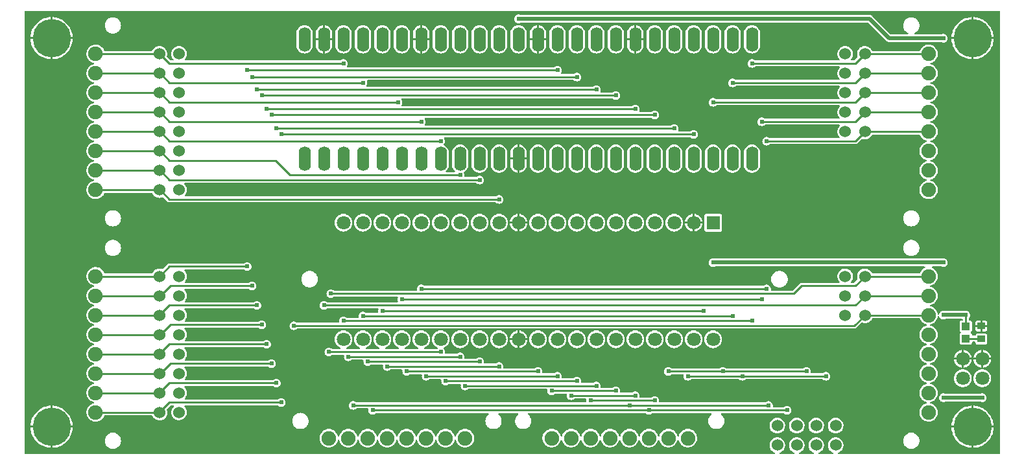
<source format=gtl>
G04 Layer: TopLayer*
G04 EasyEDA v6.5.34, 2023-09-06 22:51:59*
G04 a86b413e394c4c25ad92b8d6a36629b7,5a6b42c53f6a479593ecc07194224c93,10*
G04 Gerber Generator version 0.2*
G04 Scale: 100 percent, Rotated: No, Reflected: No *
G04 Dimensions in millimeters *
G04 leading zeros omitted , absolute positions ,4 integer and 5 decimal *
%FSLAX45Y45*%
%MOMM*%

%ADD10C,0.5000*%
%ADD11C,0.2540*%
%ADD12R,1.0000X0.8999*%
%ADD13R,1.1000X1.0000*%
%ADD14C,1.8000*%
%ADD15R,1.8000X1.8000*%
%ADD16O,1.6002X3.2004*%
%ADD17C,5.0000*%
%ADD18C,1.9000*%
%ADD19C,1.5240*%
%ADD20C,0.6096*%
%ADD21C,0.0139*%

%LPD*%
G36*
X12752781Y25400D02*
G01*
X10658856Y25501D01*
X10654995Y26263D01*
X10651693Y28448D01*
X10649508Y31750D01*
X10648696Y35610D01*
X10649458Y39471D01*
X10651642Y42773D01*
X10654893Y45008D01*
X10663224Y48564D01*
X10674959Y55473D01*
X10685678Y63957D01*
X10695178Y73761D01*
X10703255Y84734D01*
X10709808Y96672D01*
X10714685Y109423D01*
X10717885Y122682D01*
X10719257Y136245D01*
X10718800Y149860D01*
X10716514Y163322D01*
X10712450Y176326D01*
X10706709Y188722D01*
X10699394Y200202D01*
X10690606Y210616D01*
X10680496Y219760D01*
X10669219Y227482D01*
X10657078Y233629D01*
X10644174Y238099D01*
X10630814Y240842D01*
X10617200Y241757D01*
X10603585Y240842D01*
X10590225Y238099D01*
X10577372Y233629D01*
X10565180Y227482D01*
X10553954Y219760D01*
X10543844Y210616D01*
X10535005Y200202D01*
X10527690Y188722D01*
X10521950Y176326D01*
X10517886Y163322D01*
X10515650Y149860D01*
X10515193Y136245D01*
X10516565Y122682D01*
X10519714Y109423D01*
X10524591Y96672D01*
X10531144Y84734D01*
X10539272Y73761D01*
X10548721Y63957D01*
X10559440Y55473D01*
X10571175Y48564D01*
X10579506Y45008D01*
X10582808Y42773D01*
X10584942Y39471D01*
X10585704Y35610D01*
X10584942Y31750D01*
X10582706Y28448D01*
X10579404Y26263D01*
X10575544Y25501D01*
X10404906Y25501D01*
X10400995Y26263D01*
X10397693Y28448D01*
X10395508Y31750D01*
X10394746Y35610D01*
X10395458Y39471D01*
X10397642Y42773D01*
X10400893Y45008D01*
X10409224Y48564D01*
X10420959Y55473D01*
X10431678Y63957D01*
X10441178Y73761D01*
X10449255Y84734D01*
X10455808Y96672D01*
X10460685Y109423D01*
X10463885Y122682D01*
X10465257Y136245D01*
X10464800Y149860D01*
X10462514Y163322D01*
X10458450Y176326D01*
X10452709Y188722D01*
X10445394Y200202D01*
X10436606Y210616D01*
X10426496Y219760D01*
X10415219Y227482D01*
X10403078Y233629D01*
X10390174Y238099D01*
X10376814Y240842D01*
X10363200Y241757D01*
X10349585Y240842D01*
X10336225Y238099D01*
X10323372Y233629D01*
X10311180Y227482D01*
X10299954Y219760D01*
X10289844Y210616D01*
X10281005Y200202D01*
X10273690Y188722D01*
X10267950Y176326D01*
X10263886Y163322D01*
X10261650Y149860D01*
X10261193Y136245D01*
X10262565Y122682D01*
X10265714Y109423D01*
X10270591Y96672D01*
X10277144Y84734D01*
X10285272Y73761D01*
X10294721Y63957D01*
X10305440Y55473D01*
X10317175Y48564D01*
X10325506Y45008D01*
X10328757Y42773D01*
X10330942Y39471D01*
X10331704Y35610D01*
X10330891Y31750D01*
X10328706Y28448D01*
X10325404Y26263D01*
X10321544Y25501D01*
X10150906Y25501D01*
X10147046Y26263D01*
X10143744Y28448D01*
X10141508Y31750D01*
X10140746Y35610D01*
X10141508Y39522D01*
X10143693Y42824D01*
X10146944Y45008D01*
X10155224Y48564D01*
X10166959Y55473D01*
X10177678Y63957D01*
X10187178Y73761D01*
X10195255Y84734D01*
X10201808Y96672D01*
X10206685Y109423D01*
X10209885Y122682D01*
X10211257Y136245D01*
X10210800Y149860D01*
X10208514Y163322D01*
X10204450Y176326D01*
X10198709Y188722D01*
X10191394Y200202D01*
X10182606Y210616D01*
X10172496Y219760D01*
X10161219Y227482D01*
X10149078Y233629D01*
X10136174Y238099D01*
X10122814Y240842D01*
X10109200Y241757D01*
X10095585Y240842D01*
X10082225Y238099D01*
X10069372Y233629D01*
X10057180Y227482D01*
X10045954Y219760D01*
X10035844Y210616D01*
X10027005Y200202D01*
X10019690Y188722D01*
X10013950Y176326D01*
X10009886Y163322D01*
X10007650Y149860D01*
X10007193Y136245D01*
X10008565Y122682D01*
X10011714Y109423D01*
X10016591Y96672D01*
X10023144Y84734D01*
X10031272Y73761D01*
X10040721Y63957D01*
X10051440Y55473D01*
X10063175Y48564D01*
X10071455Y45008D01*
X10074757Y42824D01*
X10076891Y39522D01*
X10077653Y35610D01*
X10076891Y31750D01*
X10074656Y28448D01*
X10071354Y26263D01*
X10067493Y25501D01*
X9896906Y25501D01*
X9893046Y26263D01*
X9889744Y28498D01*
X9887559Y31750D01*
X9886746Y35610D01*
X9887508Y39522D01*
X9889693Y42824D01*
X9892944Y45008D01*
X9901224Y48564D01*
X9912959Y55473D01*
X9923678Y63957D01*
X9933178Y73761D01*
X9941255Y84734D01*
X9947808Y96672D01*
X9952685Y109423D01*
X9955885Y122682D01*
X9957257Y136245D01*
X9956800Y149860D01*
X9954514Y163322D01*
X9950450Y176326D01*
X9944709Y188722D01*
X9937394Y200202D01*
X9928606Y210616D01*
X9918496Y219760D01*
X9907219Y227482D01*
X9895078Y233629D01*
X9882174Y238099D01*
X9868814Y240842D01*
X9855200Y241757D01*
X9841585Y240842D01*
X9828225Y238099D01*
X9815372Y233629D01*
X9803180Y227482D01*
X9791954Y219760D01*
X9781844Y210616D01*
X9773005Y200202D01*
X9765690Y188722D01*
X9759950Y176326D01*
X9755886Y163322D01*
X9753650Y149860D01*
X9753193Y136245D01*
X9754565Y122682D01*
X9757714Y109423D01*
X9762591Y96672D01*
X9769144Y84734D01*
X9777272Y73761D01*
X9786721Y63957D01*
X9797440Y55473D01*
X9809175Y48564D01*
X9817455Y45059D01*
X9820706Y42824D01*
X9822891Y39522D01*
X9823653Y35610D01*
X9822840Y31750D01*
X9820656Y28498D01*
X9817354Y26314D01*
X9813493Y25501D01*
X36068Y25908D01*
X32156Y26670D01*
X28905Y28905D01*
X26670Y32156D01*
X25908Y36068D01*
X25908Y5805424D01*
X26670Y5809335D01*
X28905Y5812637D01*
X32156Y5814822D01*
X36068Y5815584D01*
X12752832Y5815584D01*
X12756692Y5814822D01*
X12759994Y5812586D01*
X12762179Y5809284D01*
X12762992Y5805424D01*
X12762992Y35560D01*
X12762179Y31699D01*
X12759994Y28397D01*
X12756692Y26162D01*
G37*

%LPC*%
G36*
X1181100Y5521655D02*
G01*
X1194917Y5522518D01*
X1208481Y5525262D01*
X1221638Y5529681D01*
X1234033Y5535828D01*
X1245565Y5543499D01*
X1255979Y5552643D01*
X1265123Y5563057D01*
X1272794Y5574588D01*
X1278940Y5586984D01*
X1283360Y5600141D01*
X1286103Y5613704D01*
X1286967Y5627522D01*
X1286103Y5641340D01*
X1283360Y5654903D01*
X1278940Y5668060D01*
X1272794Y5680456D01*
X1265123Y5691987D01*
X1255979Y5702401D01*
X1245565Y5711545D01*
X1234033Y5719216D01*
X1221638Y5725363D01*
X1208481Y5729782D01*
X1194917Y5732526D01*
X1181100Y5733389D01*
X1167282Y5732526D01*
X1153718Y5729782D01*
X1140561Y5725363D01*
X1128166Y5719216D01*
X1116634Y5711545D01*
X1106220Y5702401D01*
X1097076Y5691987D01*
X1089406Y5680456D01*
X1083259Y5668060D01*
X1078839Y5654903D01*
X1076096Y5641340D01*
X1075232Y5627522D01*
X1076096Y5613704D01*
X1078839Y5600141D01*
X1083259Y5586984D01*
X1089406Y5574588D01*
X1097076Y5563057D01*
X1106220Y5552643D01*
X1116634Y5543499D01*
X1128166Y5535828D01*
X1140561Y5529681D01*
X1153718Y5525262D01*
X1167282Y5522518D01*
G37*
G36*
X1181100Y92151D02*
G01*
X1194917Y93014D01*
X1208481Y95758D01*
X1221638Y100177D01*
X1234033Y106324D01*
X1245565Y113995D01*
X1255979Y123139D01*
X1265123Y133553D01*
X1272794Y145084D01*
X1278940Y157480D01*
X1283360Y170637D01*
X1286103Y184200D01*
X1286967Y198018D01*
X1286103Y211836D01*
X1283360Y225399D01*
X1278940Y238556D01*
X1272794Y250952D01*
X1265123Y262483D01*
X1255979Y272897D01*
X1245565Y282041D01*
X1234033Y289712D01*
X1221638Y295859D01*
X1208481Y300278D01*
X1194917Y303022D01*
X1181100Y303885D01*
X1167282Y303022D01*
X1153718Y300278D01*
X1140561Y295859D01*
X1128166Y289712D01*
X1116634Y282041D01*
X1106220Y272897D01*
X1097076Y262483D01*
X1089406Y250952D01*
X1083259Y238556D01*
X1078839Y225399D01*
X1076096Y211836D01*
X1075232Y198018D01*
X1076096Y184200D01*
X1078839Y170637D01*
X1083259Y157480D01*
X1089406Y145084D01*
X1097076Y133553D01*
X1106220Y123139D01*
X1116634Y113995D01*
X1128166Y106324D01*
X1140561Y100177D01*
X1153718Y95758D01*
X1167282Y93014D01*
G37*
G36*
X12417806Y105054D02*
G01*
X12422428Y105156D01*
X12445390Y107543D01*
X12468098Y111861D01*
X12490348Y118110D01*
X12511989Y126136D01*
X12532918Y135991D01*
X12552934Y147523D01*
X12571882Y160731D01*
X12589713Y175463D01*
X12606223Y191617D01*
X12621310Y209092D01*
X12634925Y227787D01*
X12646863Y247599D01*
X12657124Y268274D01*
X12665659Y289763D01*
X12672314Y311861D01*
X12677140Y334467D01*
X12680035Y357428D01*
X12680442Y367792D01*
X12417806Y367792D01*
G37*
G36*
X12392406Y105105D02*
G01*
X12392406Y367792D01*
X12129516Y367792D01*
X12131395Y345897D01*
X12135205Y323138D01*
X12140996Y300736D01*
X12148566Y278942D01*
X12157964Y257810D01*
X12169089Y237591D01*
X12181890Y218338D01*
X12196267Y200202D01*
X12212066Y183388D01*
X12229236Y167894D01*
X12247626Y153924D01*
X12267133Y141579D01*
X12287605Y130860D01*
X12308941Y121920D01*
X12330887Y114757D01*
X12353391Y109474D01*
X12376251Y106121D01*
G37*
G36*
X393700Y105562D02*
G01*
X398322Y105664D01*
X421284Y108051D01*
X443992Y112369D01*
X466242Y118618D01*
X487934Y126644D01*
X508812Y136499D01*
X528828Y148031D01*
X547827Y161239D01*
X565607Y175971D01*
X582117Y192125D01*
X597204Y209600D01*
X610819Y228295D01*
X622757Y248107D01*
X633018Y268782D01*
X641553Y290271D01*
X648208Y312369D01*
X653034Y334975D01*
X655929Y357936D01*
X656336Y368300D01*
X393700Y368300D01*
G37*
G36*
X368300Y105613D02*
G01*
X368300Y368300D01*
X105410Y368300D01*
X107289Y346405D01*
X111150Y323646D01*
X116890Y301244D01*
X124460Y279450D01*
X133858Y258317D01*
X144983Y238099D01*
X157784Y218846D01*
X172161Y200710D01*
X187960Y183896D01*
X205130Y168402D01*
X223520Y154432D01*
X243027Y142087D01*
X263499Y131368D01*
X284835Y122428D01*
X306781Y115265D01*
X329285Y109982D01*
X352145Y106629D01*
G37*
G36*
X6908800Y110845D02*
G01*
X6923684Y111760D01*
X6938314Y114503D01*
X6952488Y118973D01*
X6966000Y125222D01*
X6978650Y133045D01*
X6990232Y142392D01*
X7000595Y153060D01*
X7009587Y164947D01*
X7017003Y177850D01*
X7022846Y191566D01*
X7026046Y202844D01*
X7028078Y206654D01*
X7031583Y209296D01*
X7035800Y210210D01*
X7040067Y209296D01*
X7043521Y206654D01*
X7045604Y202844D01*
X7048804Y191566D01*
X7054596Y177850D01*
X7062063Y164947D01*
X7071004Y153060D01*
X7081367Y142392D01*
X7092950Y133045D01*
X7105599Y125222D01*
X7119162Y118973D01*
X7133336Y114503D01*
X7147966Y111760D01*
X7162800Y110845D01*
X7177684Y111760D01*
X7192314Y114503D01*
X7206488Y118973D01*
X7220000Y125222D01*
X7232650Y133045D01*
X7244232Y142392D01*
X7254595Y153060D01*
X7263587Y164947D01*
X7271003Y177850D01*
X7276846Y191566D01*
X7280046Y202844D01*
X7282078Y206654D01*
X7285583Y209296D01*
X7289800Y210210D01*
X7294067Y209296D01*
X7297521Y206654D01*
X7299604Y202844D01*
X7302804Y191566D01*
X7308596Y177850D01*
X7316063Y164947D01*
X7325004Y153060D01*
X7335367Y142392D01*
X7346950Y133045D01*
X7359599Y125222D01*
X7373162Y118973D01*
X7387336Y114503D01*
X7401966Y111760D01*
X7416800Y110845D01*
X7431684Y111760D01*
X7446314Y114503D01*
X7460488Y118973D01*
X7474000Y125222D01*
X7486650Y133045D01*
X7498232Y142392D01*
X7508595Y153060D01*
X7517587Y164947D01*
X7525003Y177850D01*
X7530846Y191566D01*
X7534046Y202844D01*
X7536078Y206654D01*
X7539583Y209296D01*
X7543800Y210210D01*
X7548067Y209296D01*
X7551521Y206654D01*
X7553604Y202844D01*
X7556804Y191566D01*
X7562596Y177850D01*
X7570063Y164947D01*
X7579004Y153060D01*
X7589367Y142392D01*
X7600950Y133045D01*
X7613599Y125222D01*
X7627162Y118973D01*
X7641336Y114503D01*
X7655966Y111760D01*
X7670800Y110845D01*
X7685684Y111760D01*
X7700314Y114503D01*
X7714488Y118973D01*
X7728000Y125222D01*
X7740650Y133045D01*
X7752232Y142392D01*
X7762595Y153060D01*
X7771587Y164947D01*
X7779003Y177850D01*
X7784846Y191566D01*
X7788046Y202844D01*
X7790078Y206654D01*
X7793583Y209296D01*
X7797800Y210210D01*
X7802067Y209296D01*
X7805521Y206654D01*
X7807604Y202844D01*
X7810804Y191566D01*
X7816596Y177850D01*
X7824063Y164947D01*
X7833004Y153060D01*
X7843367Y142392D01*
X7854950Y133045D01*
X7867599Y125222D01*
X7881162Y118973D01*
X7895336Y114503D01*
X7909966Y111760D01*
X7924800Y110845D01*
X7939684Y111760D01*
X7954314Y114503D01*
X7968488Y118973D01*
X7982000Y125222D01*
X7994650Y133045D01*
X8006232Y142392D01*
X8016595Y153060D01*
X8025587Y164947D01*
X8033003Y177850D01*
X8038846Y191566D01*
X8042046Y202844D01*
X8044078Y206654D01*
X8047583Y209296D01*
X8051800Y210210D01*
X8056067Y209296D01*
X8059521Y206654D01*
X8061604Y202844D01*
X8064804Y191566D01*
X8070596Y177850D01*
X8078063Y164947D01*
X8087004Y153060D01*
X8097367Y142392D01*
X8108950Y133045D01*
X8121599Y125222D01*
X8135162Y118973D01*
X8149336Y114503D01*
X8163966Y111760D01*
X8178800Y110845D01*
X8193684Y111760D01*
X8208314Y114503D01*
X8222488Y118973D01*
X8236000Y125222D01*
X8248650Y133045D01*
X8260232Y142392D01*
X8270595Y153060D01*
X8279587Y164947D01*
X8287003Y177850D01*
X8292846Y191566D01*
X8296046Y202844D01*
X8298078Y206654D01*
X8301583Y209296D01*
X8305800Y210210D01*
X8310067Y209296D01*
X8313521Y206654D01*
X8315604Y202844D01*
X8318804Y191566D01*
X8324596Y177850D01*
X8332063Y164947D01*
X8341004Y153060D01*
X8351367Y142392D01*
X8362950Y133045D01*
X8375599Y125222D01*
X8389162Y118973D01*
X8403336Y114503D01*
X8417966Y111760D01*
X8432800Y110845D01*
X8447684Y111760D01*
X8462314Y114503D01*
X8476488Y118973D01*
X8490000Y125222D01*
X8502650Y133045D01*
X8514232Y142392D01*
X8524595Y153060D01*
X8533587Y164947D01*
X8541004Y177850D01*
X8546846Y191566D01*
X8550046Y202844D01*
X8552078Y206654D01*
X8555583Y209296D01*
X8559800Y210210D01*
X8564067Y209296D01*
X8567521Y206654D01*
X8569604Y202844D01*
X8572804Y191566D01*
X8578596Y177850D01*
X8586063Y164947D01*
X8595004Y153060D01*
X8605367Y142392D01*
X8616950Y133045D01*
X8629599Y125222D01*
X8643162Y118973D01*
X8657336Y114503D01*
X8671966Y111760D01*
X8686800Y110845D01*
X8701684Y111760D01*
X8716314Y114503D01*
X8730488Y118973D01*
X8744000Y125222D01*
X8756650Y133045D01*
X8768232Y142392D01*
X8778595Y153060D01*
X8787587Y164947D01*
X8795004Y177850D01*
X8800846Y191566D01*
X8804910Y205841D01*
X8807196Y220573D01*
X8807653Y235458D01*
X8806281Y250291D01*
X8803081Y264820D01*
X8798153Y278841D01*
X8791498Y292150D01*
X8783269Y304596D01*
X8773617Y315874D01*
X8762593Y325882D01*
X8750452Y334518D01*
X8737346Y341528D01*
X8723477Y346913D01*
X8709050Y350570D01*
X8694267Y352399D01*
X8679383Y352399D01*
X8664600Y350570D01*
X8650173Y346913D01*
X8636304Y341528D01*
X8623198Y334518D01*
X8611006Y325882D01*
X8600033Y315874D01*
X8590330Y304596D01*
X8582101Y292150D01*
X8575497Y278841D01*
X8570518Y264820D01*
X8569756Y261162D01*
X8568182Y257556D01*
X8565388Y254812D01*
X8561781Y253339D01*
X8557869Y253339D01*
X8554262Y254812D01*
X8551468Y257556D01*
X8549894Y261162D01*
X8549081Y264820D01*
X8544153Y278841D01*
X8537498Y292150D01*
X8529269Y304596D01*
X8519617Y315874D01*
X8508593Y325882D01*
X8496452Y334518D01*
X8483346Y341528D01*
X8469477Y346913D01*
X8455050Y350570D01*
X8440267Y352399D01*
X8425383Y352399D01*
X8410600Y350570D01*
X8396173Y346913D01*
X8382304Y341528D01*
X8369198Y334518D01*
X8357006Y325882D01*
X8346033Y315874D01*
X8336330Y304596D01*
X8328101Y292150D01*
X8321497Y278841D01*
X8316518Y264820D01*
X8315756Y261162D01*
X8314181Y257556D01*
X8311388Y254812D01*
X8307781Y253339D01*
X8303869Y253339D01*
X8300262Y254812D01*
X8297468Y257556D01*
X8295894Y261162D01*
X8295081Y264820D01*
X8290153Y278841D01*
X8283498Y292150D01*
X8275269Y304596D01*
X8265617Y315874D01*
X8254593Y325882D01*
X8242452Y334518D01*
X8229346Y341528D01*
X8215477Y346913D01*
X8201050Y350570D01*
X8186267Y352399D01*
X8171383Y352399D01*
X8156600Y350570D01*
X8142173Y346913D01*
X8128304Y341528D01*
X8115198Y334518D01*
X8103006Y325882D01*
X8092033Y315874D01*
X8082330Y304596D01*
X8074101Y292150D01*
X8067497Y278841D01*
X8062518Y264820D01*
X8061756Y261162D01*
X8060181Y257556D01*
X8057388Y254812D01*
X8053781Y253339D01*
X8049869Y253339D01*
X8046262Y254812D01*
X8043468Y257556D01*
X8041894Y261162D01*
X8041081Y264820D01*
X8036153Y278841D01*
X8029498Y292150D01*
X8021269Y304596D01*
X8011617Y315874D01*
X8000593Y325882D01*
X7988452Y334518D01*
X7975346Y341528D01*
X7961477Y346913D01*
X7947050Y350570D01*
X7932267Y352399D01*
X7917383Y352399D01*
X7902600Y350570D01*
X7888173Y346913D01*
X7874304Y341528D01*
X7861198Y334518D01*
X7849006Y325882D01*
X7838033Y315874D01*
X7828330Y304596D01*
X7820101Y292150D01*
X7813497Y278841D01*
X7808518Y264820D01*
X7807756Y261162D01*
X7806181Y257556D01*
X7803388Y254812D01*
X7799781Y253339D01*
X7795869Y253339D01*
X7792262Y254812D01*
X7789468Y257556D01*
X7787894Y261162D01*
X7787081Y264820D01*
X7782153Y278841D01*
X7775498Y292150D01*
X7767269Y304596D01*
X7757617Y315874D01*
X7746593Y325882D01*
X7734452Y334518D01*
X7721346Y341528D01*
X7707477Y346913D01*
X7693050Y350570D01*
X7678267Y352399D01*
X7663383Y352399D01*
X7648600Y350570D01*
X7634173Y346913D01*
X7620304Y341528D01*
X7607198Y334518D01*
X7595006Y325882D01*
X7584033Y315874D01*
X7574330Y304596D01*
X7566101Y292150D01*
X7559497Y278841D01*
X7554518Y264820D01*
X7553756Y261162D01*
X7552181Y257556D01*
X7549388Y254812D01*
X7545781Y253339D01*
X7541869Y253339D01*
X7538262Y254812D01*
X7535468Y257556D01*
X7533894Y261162D01*
X7533081Y264820D01*
X7528153Y278841D01*
X7521498Y292150D01*
X7513269Y304596D01*
X7503617Y315874D01*
X7492593Y325882D01*
X7480452Y334518D01*
X7467346Y341528D01*
X7453477Y346913D01*
X7439050Y350570D01*
X7424267Y352399D01*
X7409383Y352399D01*
X7394600Y350570D01*
X7380173Y346913D01*
X7366304Y341528D01*
X7353198Y334518D01*
X7341006Y325882D01*
X7330033Y315874D01*
X7320330Y304596D01*
X7312101Y292150D01*
X7305497Y278841D01*
X7300518Y264820D01*
X7299756Y261162D01*
X7298181Y257556D01*
X7295388Y254812D01*
X7291781Y253339D01*
X7287869Y253339D01*
X7284262Y254812D01*
X7281468Y257556D01*
X7279894Y261162D01*
X7279081Y264820D01*
X7274153Y278841D01*
X7267498Y292150D01*
X7259269Y304596D01*
X7249617Y315874D01*
X7238593Y325882D01*
X7226452Y334518D01*
X7213346Y341528D01*
X7199477Y346913D01*
X7185050Y350570D01*
X7170267Y352399D01*
X7155383Y352399D01*
X7140600Y350570D01*
X7126173Y346913D01*
X7112304Y341528D01*
X7099198Y334518D01*
X7087006Y325882D01*
X7076033Y315874D01*
X7066330Y304596D01*
X7058101Y292150D01*
X7051497Y278841D01*
X7046518Y264820D01*
X7045756Y261162D01*
X7044181Y257556D01*
X7041388Y254812D01*
X7037781Y253339D01*
X7033869Y253339D01*
X7030262Y254812D01*
X7027468Y257556D01*
X7025894Y261162D01*
X7025081Y264820D01*
X7020153Y278841D01*
X7013498Y292150D01*
X7005269Y304596D01*
X6995617Y315874D01*
X6984593Y325882D01*
X6972452Y334518D01*
X6959346Y341528D01*
X6945477Y346913D01*
X6931050Y350570D01*
X6916267Y352399D01*
X6901383Y352399D01*
X6886600Y350570D01*
X6872173Y346913D01*
X6858304Y341528D01*
X6845198Y334518D01*
X6833006Y325882D01*
X6822033Y315874D01*
X6812330Y304596D01*
X6804101Y292150D01*
X6797497Y278841D01*
X6792518Y264820D01*
X6789369Y250291D01*
X6787997Y235458D01*
X6788454Y220573D01*
X6790740Y205841D01*
X6794804Y191566D01*
X6800596Y177850D01*
X6808063Y164947D01*
X6817004Y153060D01*
X6827367Y142392D01*
X6838950Y133045D01*
X6851599Y125222D01*
X6865162Y118973D01*
X6879336Y114503D01*
X6893966Y111760D01*
G37*
G36*
X4000500Y110845D02*
G01*
X4015384Y111760D01*
X4030014Y114452D01*
X4044187Y118973D01*
X4057700Y125222D01*
X4070350Y133045D01*
X4081983Y142392D01*
X4092346Y153060D01*
X4101287Y164947D01*
X4108754Y177800D01*
X4114546Y191516D01*
X4117746Y202793D01*
X4119829Y206654D01*
X4123283Y209245D01*
X4127500Y210210D01*
X4131767Y209245D01*
X4135221Y206654D01*
X4137304Y202793D01*
X4140504Y191516D01*
X4146296Y177800D01*
X4153763Y164947D01*
X4162704Y153060D01*
X4173067Y142392D01*
X4184650Y133045D01*
X4197350Y125222D01*
X4210862Y118973D01*
X4225036Y114452D01*
X4239666Y111760D01*
X4254500Y110845D01*
X4269384Y111760D01*
X4284014Y114452D01*
X4298188Y118973D01*
X4311700Y125222D01*
X4324350Y133045D01*
X4335983Y142392D01*
X4346346Y153060D01*
X4355287Y164947D01*
X4362754Y177800D01*
X4368546Y191516D01*
X4371746Y202793D01*
X4373829Y206654D01*
X4377283Y209245D01*
X4381500Y210210D01*
X4385767Y209245D01*
X4389221Y206654D01*
X4391304Y202793D01*
X4394504Y191516D01*
X4400296Y177800D01*
X4407763Y164947D01*
X4416704Y153060D01*
X4427067Y142392D01*
X4438650Y133045D01*
X4451350Y125222D01*
X4464862Y118973D01*
X4479036Y114452D01*
X4493666Y111760D01*
X4508500Y110845D01*
X4523384Y111760D01*
X4538014Y114452D01*
X4552188Y118973D01*
X4565700Y125222D01*
X4578350Y133045D01*
X4589983Y142392D01*
X4600346Y153060D01*
X4609287Y164947D01*
X4616754Y177800D01*
X4622546Y191516D01*
X4625746Y202793D01*
X4627829Y206654D01*
X4631283Y209245D01*
X4635500Y210210D01*
X4639767Y209245D01*
X4643221Y206654D01*
X4645304Y202793D01*
X4648504Y191516D01*
X4654296Y177800D01*
X4661763Y164947D01*
X4670704Y153060D01*
X4681067Y142392D01*
X4692650Y133045D01*
X4705350Y125222D01*
X4718862Y118973D01*
X4733036Y114452D01*
X4747666Y111760D01*
X4762500Y110845D01*
X4777384Y111760D01*
X4792014Y114452D01*
X4806188Y118973D01*
X4819700Y125222D01*
X4832350Y133045D01*
X4843983Y142392D01*
X4854346Y153060D01*
X4863287Y164947D01*
X4870754Y177800D01*
X4876546Y191516D01*
X4879746Y202793D01*
X4881829Y206654D01*
X4885283Y209245D01*
X4889500Y210210D01*
X4893767Y209245D01*
X4897221Y206654D01*
X4899304Y202793D01*
X4902504Y191516D01*
X4908296Y177800D01*
X4915763Y164947D01*
X4924704Y153060D01*
X4935067Y142392D01*
X4946650Y133045D01*
X4959350Y125222D01*
X4972862Y118973D01*
X4987036Y114452D01*
X5001666Y111760D01*
X5016500Y110845D01*
X5031384Y111760D01*
X5046014Y114452D01*
X5060188Y118973D01*
X5073700Y125222D01*
X5086350Y133045D01*
X5097983Y142392D01*
X5108346Y153060D01*
X5117287Y164947D01*
X5124754Y177800D01*
X5130546Y191516D01*
X5133746Y202793D01*
X5135829Y206654D01*
X5139283Y209245D01*
X5143500Y210210D01*
X5147767Y209245D01*
X5151221Y206654D01*
X5153304Y202793D01*
X5156504Y191516D01*
X5162296Y177800D01*
X5169763Y164947D01*
X5178704Y153060D01*
X5189067Y142392D01*
X5200650Y133045D01*
X5213350Y125222D01*
X5226862Y118973D01*
X5241036Y114452D01*
X5255666Y111760D01*
X5270500Y110845D01*
X5285384Y111760D01*
X5300014Y114452D01*
X5314188Y118973D01*
X5327700Y125222D01*
X5340350Y133045D01*
X5351983Y142392D01*
X5362346Y153060D01*
X5371287Y164947D01*
X5378754Y177800D01*
X5384546Y191516D01*
X5387746Y202793D01*
X5389829Y206654D01*
X5393283Y209245D01*
X5397500Y210210D01*
X5401767Y209245D01*
X5405221Y206654D01*
X5407304Y202793D01*
X5410504Y191516D01*
X5416296Y177800D01*
X5423763Y164947D01*
X5432704Y153060D01*
X5443067Y142392D01*
X5454650Y133045D01*
X5467350Y125222D01*
X5480862Y118973D01*
X5495036Y114452D01*
X5509666Y111760D01*
X5524500Y110845D01*
X5539384Y111760D01*
X5554014Y114452D01*
X5568188Y118973D01*
X5581700Y125222D01*
X5594350Y133045D01*
X5605983Y142392D01*
X5616346Y153060D01*
X5625287Y164947D01*
X5632754Y177800D01*
X5638546Y191516D01*
X5641746Y202793D01*
X5643829Y206654D01*
X5647283Y209245D01*
X5651500Y210210D01*
X5655767Y209245D01*
X5659221Y206654D01*
X5661304Y202793D01*
X5664504Y191516D01*
X5670296Y177800D01*
X5677763Y164947D01*
X5686704Y153060D01*
X5697067Y142392D01*
X5708650Y133045D01*
X5721350Y125222D01*
X5734862Y118973D01*
X5749036Y114452D01*
X5763666Y111760D01*
X5778500Y110845D01*
X5793384Y111760D01*
X5808014Y114452D01*
X5822188Y118973D01*
X5835700Y125222D01*
X5848350Y133045D01*
X5859983Y142392D01*
X5870346Y153060D01*
X5879287Y164947D01*
X5886754Y177800D01*
X5892546Y191516D01*
X5896610Y205841D01*
X5898896Y220573D01*
X5899353Y235407D01*
X5897981Y250240D01*
X5894781Y264769D01*
X5889853Y278841D01*
X5883198Y292150D01*
X5874969Y304546D01*
X5865317Y315874D01*
X5854293Y325882D01*
X5842152Y334467D01*
X5829046Y341528D01*
X5815177Y346913D01*
X5800750Y350520D01*
X5785967Y352348D01*
X5771083Y352348D01*
X5756300Y350520D01*
X5741873Y346913D01*
X5728004Y341528D01*
X5714898Y334467D01*
X5702757Y325882D01*
X5691733Y315874D01*
X5682030Y304546D01*
X5673852Y292150D01*
X5667197Y278841D01*
X5662269Y264769D01*
X5661456Y261112D01*
X5659882Y257556D01*
X5657088Y254812D01*
X5653481Y253339D01*
X5649569Y253339D01*
X5645962Y254812D01*
X5643168Y257556D01*
X5641594Y261112D01*
X5640781Y264769D01*
X5635853Y278841D01*
X5629198Y292150D01*
X5620969Y304546D01*
X5611317Y315874D01*
X5600293Y325882D01*
X5588152Y334467D01*
X5575046Y341528D01*
X5561177Y346913D01*
X5546750Y350520D01*
X5531967Y352348D01*
X5517083Y352348D01*
X5502300Y350520D01*
X5487873Y346913D01*
X5474004Y341528D01*
X5460898Y334467D01*
X5448757Y325882D01*
X5437733Y315874D01*
X5428030Y304546D01*
X5419852Y292150D01*
X5413197Y278841D01*
X5408269Y264769D01*
X5407456Y261112D01*
X5405882Y257556D01*
X5403088Y254812D01*
X5399481Y253339D01*
X5395569Y253339D01*
X5391962Y254812D01*
X5389168Y257556D01*
X5387594Y261112D01*
X5386781Y264769D01*
X5381853Y278841D01*
X5375198Y292150D01*
X5366969Y304546D01*
X5357317Y315874D01*
X5346293Y325882D01*
X5334152Y334467D01*
X5321046Y341528D01*
X5307177Y346913D01*
X5292750Y350520D01*
X5277967Y352348D01*
X5263083Y352348D01*
X5248300Y350520D01*
X5233873Y346913D01*
X5220004Y341528D01*
X5206898Y334467D01*
X5194757Y325882D01*
X5183733Y315874D01*
X5174030Y304546D01*
X5165852Y292150D01*
X5159197Y278841D01*
X5154269Y264769D01*
X5153456Y261112D01*
X5151882Y257556D01*
X5149088Y254812D01*
X5145481Y253339D01*
X5141569Y253339D01*
X5137962Y254812D01*
X5135168Y257556D01*
X5133594Y261112D01*
X5132781Y264769D01*
X5127853Y278841D01*
X5121198Y292150D01*
X5112969Y304546D01*
X5103317Y315874D01*
X5092293Y325882D01*
X5080152Y334467D01*
X5067046Y341528D01*
X5053177Y346913D01*
X5038750Y350520D01*
X5023967Y352348D01*
X5009083Y352348D01*
X4994300Y350520D01*
X4979873Y346913D01*
X4966004Y341528D01*
X4952898Y334467D01*
X4940757Y325882D01*
X4929733Y315874D01*
X4920030Y304546D01*
X4911852Y292150D01*
X4905197Y278841D01*
X4900269Y264769D01*
X4899456Y261112D01*
X4897882Y257556D01*
X4895088Y254812D01*
X4891481Y253339D01*
X4887569Y253339D01*
X4883962Y254812D01*
X4881168Y257556D01*
X4879594Y261112D01*
X4878781Y264769D01*
X4873853Y278841D01*
X4867198Y292150D01*
X4858969Y304546D01*
X4849317Y315874D01*
X4838293Y325882D01*
X4826152Y334467D01*
X4813046Y341528D01*
X4799177Y346913D01*
X4784750Y350520D01*
X4769967Y352348D01*
X4755083Y352348D01*
X4740300Y350520D01*
X4725873Y346913D01*
X4712004Y341528D01*
X4698898Y334467D01*
X4686757Y325882D01*
X4675733Y315874D01*
X4666030Y304546D01*
X4657852Y292150D01*
X4651197Y278841D01*
X4646269Y264769D01*
X4645456Y261112D01*
X4643882Y257556D01*
X4641088Y254812D01*
X4637481Y253339D01*
X4633569Y253339D01*
X4629962Y254812D01*
X4627168Y257556D01*
X4625594Y261112D01*
X4624781Y264769D01*
X4619853Y278841D01*
X4613198Y292150D01*
X4604969Y304546D01*
X4595317Y315874D01*
X4584293Y325882D01*
X4572152Y334467D01*
X4559046Y341528D01*
X4545177Y346913D01*
X4530750Y350520D01*
X4515967Y352348D01*
X4501083Y352348D01*
X4486300Y350520D01*
X4471873Y346913D01*
X4458004Y341528D01*
X4444898Y334467D01*
X4432757Y325882D01*
X4421733Y315874D01*
X4412030Y304546D01*
X4403852Y292150D01*
X4397197Y278841D01*
X4392269Y264769D01*
X4391456Y261112D01*
X4389882Y257556D01*
X4387088Y254812D01*
X4383481Y253339D01*
X4379569Y253339D01*
X4375962Y254812D01*
X4373168Y257556D01*
X4371594Y261112D01*
X4370781Y264769D01*
X4365853Y278841D01*
X4359198Y292150D01*
X4350969Y304546D01*
X4341317Y315874D01*
X4330293Y325882D01*
X4318152Y334467D01*
X4305046Y341528D01*
X4291177Y346913D01*
X4276750Y350520D01*
X4261967Y352348D01*
X4247083Y352348D01*
X4232300Y350520D01*
X4217873Y346913D01*
X4204004Y341528D01*
X4190898Y334467D01*
X4178757Y325882D01*
X4167733Y315874D01*
X4158030Y304546D01*
X4149851Y292150D01*
X4143197Y278841D01*
X4138269Y264769D01*
X4137456Y261112D01*
X4135882Y257556D01*
X4133087Y254812D01*
X4129481Y253339D01*
X4125569Y253339D01*
X4121962Y254812D01*
X4119168Y257556D01*
X4117594Y261112D01*
X4116781Y264769D01*
X4111853Y278841D01*
X4105198Y292150D01*
X4096969Y304546D01*
X4087317Y315874D01*
X4076293Y325882D01*
X4064152Y334467D01*
X4051046Y341528D01*
X4037177Y346913D01*
X4022750Y350520D01*
X4007967Y352348D01*
X3993083Y352348D01*
X3978300Y350520D01*
X3963873Y346913D01*
X3950004Y341528D01*
X3936898Y334467D01*
X3924757Y325882D01*
X3913733Y315874D01*
X3904030Y304546D01*
X3895851Y292150D01*
X3889197Y278841D01*
X3884269Y264769D01*
X3881069Y250240D01*
X3879697Y235407D01*
X3880154Y220573D01*
X3882440Y205841D01*
X3886504Y191516D01*
X3892296Y177800D01*
X3899763Y164947D01*
X3908704Y153060D01*
X3919067Y142392D01*
X3930650Y133045D01*
X3943350Y125222D01*
X3956862Y118973D01*
X3971036Y114452D01*
X3985666Y111760D01*
G37*
G36*
X10102392Y294589D02*
G01*
X10116007Y294589D01*
X10129520Y296418D01*
X10142677Y300024D01*
X10155224Y305358D01*
X10166959Y312318D01*
X10177678Y320751D01*
X10187178Y330555D01*
X10195255Y341528D01*
X10201808Y353517D01*
X10206685Y366217D01*
X10209885Y379476D01*
X10211257Y393039D01*
X10210800Y406704D01*
X10208514Y420116D01*
X10204450Y433171D01*
X10198709Y445516D01*
X10191394Y457047D01*
X10182606Y467461D01*
X10172496Y476605D01*
X10161219Y484327D01*
X10149078Y490474D01*
X10136174Y494944D01*
X10122814Y497636D01*
X10109200Y498551D01*
X10095585Y497636D01*
X10082225Y494944D01*
X10069372Y490474D01*
X10057180Y484327D01*
X10045954Y476605D01*
X10035844Y467461D01*
X10027005Y457047D01*
X10019690Y445516D01*
X10013950Y433171D01*
X10009886Y420116D01*
X10007650Y406704D01*
X10007193Y393039D01*
X10008565Y379476D01*
X10011714Y366217D01*
X10016591Y353517D01*
X10023144Y341528D01*
X10031272Y330555D01*
X10040721Y320751D01*
X10051440Y312318D01*
X10063175Y305358D01*
X10075722Y300024D01*
X10088880Y296418D01*
G37*
G36*
X9848392Y294589D02*
G01*
X9862007Y294589D01*
X9875520Y296418D01*
X9888677Y300024D01*
X9901224Y305358D01*
X9912959Y312318D01*
X9923678Y320751D01*
X9933178Y330555D01*
X9941255Y341528D01*
X9947808Y353517D01*
X9952685Y366217D01*
X9955885Y379476D01*
X9957257Y393039D01*
X9956800Y406704D01*
X9954514Y420116D01*
X9950450Y433171D01*
X9944709Y445516D01*
X9937394Y457047D01*
X9928606Y467461D01*
X9918496Y476605D01*
X9907219Y484327D01*
X9895078Y490474D01*
X9882174Y494944D01*
X9868814Y497636D01*
X9855200Y498551D01*
X9841585Y497636D01*
X9828225Y494944D01*
X9815372Y490474D01*
X9803180Y484327D01*
X9791954Y476605D01*
X9781844Y467461D01*
X9773005Y457047D01*
X9765690Y445516D01*
X9759950Y433171D01*
X9755886Y420116D01*
X9753650Y406704D01*
X9753193Y393039D01*
X9754565Y379476D01*
X9757714Y366217D01*
X9762591Y353517D01*
X9769144Y341528D01*
X9777272Y330555D01*
X9786721Y320751D01*
X9797440Y312318D01*
X9809175Y305358D01*
X9821722Y300024D01*
X9834880Y296418D01*
G37*
G36*
X10356392Y294589D02*
G01*
X10370007Y294589D01*
X10383520Y296418D01*
X10396677Y300024D01*
X10409224Y305358D01*
X10420959Y312318D01*
X10431678Y320751D01*
X10441178Y330555D01*
X10449255Y341528D01*
X10455808Y353517D01*
X10460685Y366217D01*
X10463885Y379476D01*
X10465257Y393039D01*
X10464800Y406704D01*
X10462514Y420116D01*
X10458450Y433171D01*
X10452709Y445516D01*
X10445394Y457047D01*
X10436606Y467461D01*
X10426496Y476605D01*
X10415219Y484327D01*
X10403078Y490474D01*
X10390174Y494944D01*
X10376814Y497636D01*
X10363200Y498551D01*
X10349585Y497636D01*
X10336225Y494944D01*
X10323372Y490474D01*
X10311180Y484327D01*
X10299954Y476605D01*
X10289844Y467461D01*
X10281005Y457047D01*
X10273690Y445516D01*
X10267950Y433171D01*
X10263886Y420116D01*
X10261650Y406704D01*
X10261193Y393039D01*
X10262565Y379476D01*
X10265714Y366217D01*
X10270591Y353517D01*
X10277144Y341528D01*
X10285272Y330555D01*
X10294721Y320751D01*
X10305440Y312318D01*
X10317175Y305358D01*
X10329722Y300024D01*
X10342880Y296418D01*
G37*
G36*
X10610392Y294589D02*
G01*
X10624007Y294589D01*
X10637520Y296418D01*
X10650677Y300024D01*
X10663224Y305358D01*
X10674959Y312318D01*
X10685678Y320751D01*
X10695178Y330555D01*
X10703255Y341528D01*
X10709808Y353517D01*
X10714685Y366217D01*
X10717885Y379476D01*
X10719257Y393039D01*
X10718800Y406704D01*
X10716514Y420116D01*
X10712450Y433171D01*
X10706709Y445516D01*
X10699394Y457047D01*
X10690606Y467461D01*
X10680496Y476605D01*
X10669219Y484327D01*
X10657078Y490474D01*
X10644174Y494944D01*
X10630814Y497636D01*
X10617200Y498551D01*
X10603585Y497636D01*
X10590225Y494944D01*
X10577372Y490474D01*
X10565180Y484327D01*
X10553954Y476605D01*
X10543844Y467461D01*
X10535005Y457047D01*
X10527690Y445516D01*
X10521950Y433171D01*
X10517886Y420116D01*
X10515650Y406704D01*
X10515193Y393039D01*
X10516565Y379476D01*
X10519714Y366217D01*
X10524591Y353517D01*
X10531144Y341528D01*
X10539272Y330555D01*
X10548721Y320751D01*
X10559440Y312318D01*
X10571175Y305358D01*
X10583722Y300024D01*
X10596880Y296418D01*
G37*
G36*
X3628898Y350824D02*
G01*
X3642715Y351739D01*
X3656279Y354431D01*
X3669436Y358902D01*
X3681831Y364998D01*
X3693363Y372719D01*
X3703777Y381863D01*
X3712921Y392277D01*
X3720592Y403758D01*
X3726738Y416204D01*
X3731158Y429310D01*
X3733901Y442874D01*
X3734765Y456692D01*
X3733901Y470560D01*
X3731158Y484124D01*
X3726738Y497230D01*
X3720592Y509676D01*
X3712921Y521157D01*
X3703777Y531571D01*
X3693363Y540715D01*
X3681831Y548436D01*
X3669436Y554532D01*
X3656279Y559003D01*
X3642715Y561695D01*
X3628898Y562610D01*
X3615080Y561695D01*
X3601516Y559003D01*
X3588359Y554532D01*
X3575964Y548436D01*
X3564432Y540715D01*
X3554018Y531571D01*
X3544874Y521157D01*
X3537204Y509676D01*
X3531057Y497230D01*
X3526637Y484124D01*
X3523894Y470560D01*
X3523030Y456692D01*
X3523894Y442874D01*
X3526637Y429310D01*
X3531057Y416204D01*
X3537204Y403758D01*
X3544874Y392277D01*
X3554018Y381863D01*
X3564432Y372719D01*
X3575964Y364998D01*
X3588359Y358902D01*
X3601516Y354431D01*
X3615080Y351739D01*
G37*
G36*
X6150102Y350824D02*
G01*
X6163919Y351739D01*
X6177483Y354431D01*
X6190640Y358902D01*
X6203035Y364998D01*
X6214567Y372719D01*
X6224981Y381863D01*
X6234125Y392277D01*
X6241796Y403758D01*
X6247942Y416204D01*
X6252362Y429310D01*
X6255105Y442874D01*
X6255969Y456692D01*
X6255105Y470560D01*
X6252362Y484124D01*
X6247942Y497230D01*
X6241796Y509676D01*
X6234125Y521157D01*
X6224981Y531571D01*
X6214821Y540512D01*
X6212382Y543763D01*
X6211366Y547674D01*
X6212027Y551688D01*
X6214160Y555142D01*
X6217513Y557479D01*
X6221526Y558292D01*
X6465773Y558292D01*
X6469786Y557479D01*
X6473139Y555142D01*
X6475272Y551688D01*
X6475933Y547674D01*
X6474917Y543763D01*
X6472478Y540512D01*
X6462318Y531571D01*
X6453174Y521157D01*
X6445504Y509676D01*
X6439357Y497230D01*
X6434937Y484124D01*
X6432194Y470560D01*
X6431330Y456692D01*
X6432194Y442874D01*
X6434937Y429310D01*
X6439357Y416204D01*
X6445504Y403758D01*
X6453174Y392277D01*
X6462318Y381863D01*
X6472732Y372719D01*
X6484264Y364998D01*
X6496659Y358902D01*
X6509816Y354431D01*
X6523380Y351739D01*
X6537198Y350824D01*
X6551015Y351739D01*
X6564579Y354431D01*
X6577736Y358902D01*
X6590131Y364998D01*
X6601663Y372719D01*
X6612077Y381863D01*
X6621221Y392277D01*
X6628892Y403758D01*
X6635038Y416204D01*
X6639458Y429310D01*
X6642201Y442874D01*
X6643065Y456692D01*
X6642201Y470560D01*
X6639458Y484124D01*
X6635038Y497230D01*
X6628892Y509676D01*
X6621221Y521157D01*
X6612077Y531571D01*
X6601917Y540512D01*
X6599478Y543763D01*
X6598462Y547674D01*
X6599123Y551688D01*
X6601256Y555142D01*
X6604609Y557479D01*
X6608622Y558292D01*
X8133791Y558292D01*
X8137702Y557530D01*
X8141004Y555294D01*
X8142579Y553720D01*
X8150606Y548081D01*
X8159546Y543966D01*
X8168995Y541426D01*
X8178800Y540562D01*
X8188604Y541426D01*
X8198053Y543966D01*
X8206994Y548081D01*
X8215020Y553720D01*
X8216595Y555294D01*
X8219897Y557530D01*
X8223808Y558292D01*
X8986977Y558292D01*
X8990990Y557479D01*
X8994343Y555142D01*
X8996476Y551688D01*
X8997137Y547674D01*
X8996121Y543763D01*
X8993682Y540512D01*
X8983522Y531571D01*
X8974378Y521157D01*
X8966708Y509676D01*
X8960561Y497230D01*
X8956141Y484124D01*
X8953398Y470560D01*
X8952534Y456692D01*
X8953398Y442874D01*
X8956141Y429310D01*
X8960561Y416204D01*
X8966708Y403758D01*
X8974378Y392277D01*
X8983522Y381863D01*
X8993936Y372719D01*
X9005468Y364998D01*
X9017863Y358902D01*
X9031020Y354431D01*
X9044584Y351739D01*
X9058402Y350824D01*
X9072219Y351739D01*
X9085783Y354431D01*
X9098940Y358902D01*
X9111335Y364998D01*
X9122867Y372719D01*
X9133281Y381863D01*
X9142425Y392277D01*
X9150096Y403758D01*
X9156242Y416204D01*
X9160662Y429310D01*
X9163405Y442874D01*
X9164269Y456692D01*
X9163405Y470560D01*
X9160662Y484124D01*
X9156242Y497230D01*
X9150096Y509676D01*
X9142425Y521157D01*
X9133281Y531571D01*
X9123121Y540512D01*
X9120682Y543763D01*
X9119666Y547674D01*
X9120327Y551688D01*
X9122460Y555142D01*
X9125813Y557479D01*
X9129826Y558292D01*
X9937191Y558292D01*
X9941102Y557530D01*
X9944404Y555294D01*
X9945979Y553720D01*
X9954006Y548081D01*
X9962946Y543966D01*
X9972395Y541426D01*
X9982200Y540562D01*
X9992004Y541426D01*
X10001453Y543966D01*
X10010394Y548081D01*
X10018420Y553720D01*
X10025380Y560679D01*
X10031018Y568706D01*
X10035133Y577646D01*
X10037673Y587095D01*
X10038537Y596900D01*
X10037673Y606704D01*
X10035133Y616153D01*
X10031018Y625094D01*
X10025380Y633120D01*
X10018420Y640080D01*
X10010394Y645718D01*
X10001453Y649833D01*
X9992004Y652373D01*
X9982200Y653237D01*
X9972395Y652373D01*
X9962946Y649833D01*
X9954006Y645718D01*
X9945979Y640080D01*
X9944404Y638505D01*
X9941102Y636270D01*
X9937191Y635508D01*
X9805568Y635508D01*
X9801961Y636168D01*
X9798812Y638098D01*
X9796526Y641045D01*
X9795459Y644601D01*
X9795764Y648309D01*
X9796373Y650595D01*
X9797237Y660400D01*
X9796373Y670204D01*
X9793833Y679653D01*
X9789718Y688594D01*
X9784080Y696620D01*
X9777120Y703580D01*
X9769094Y709218D01*
X9760153Y713333D01*
X9750704Y715873D01*
X9740900Y716737D01*
X9731095Y715873D01*
X9721646Y713333D01*
X9712706Y709218D01*
X9704679Y703580D01*
X9703104Y702005D01*
X9699802Y699770D01*
X9695891Y699008D01*
X8319668Y699008D01*
X8316061Y699668D01*
X8312912Y701598D01*
X8310625Y704545D01*
X8309559Y708101D01*
X8309864Y711809D01*
X8310473Y714095D01*
X8311337Y723900D01*
X8310473Y733704D01*
X8307933Y743153D01*
X8303818Y752094D01*
X8298180Y760120D01*
X8291220Y767080D01*
X8283194Y772718D01*
X8274253Y776833D01*
X8264804Y779373D01*
X8255000Y780237D01*
X8245195Y779373D01*
X8235746Y776833D01*
X8226806Y772718D01*
X8218779Y767080D01*
X8217204Y765505D01*
X8213902Y763270D01*
X8209991Y762508D01*
X8065668Y762508D01*
X8062061Y763168D01*
X8058912Y765098D01*
X8056625Y768045D01*
X8055559Y771601D01*
X8055864Y775309D01*
X8056473Y777595D01*
X8057337Y787400D01*
X8056473Y797204D01*
X8053933Y806653D01*
X8049818Y815594D01*
X8044180Y823620D01*
X8037220Y830580D01*
X8029194Y836218D01*
X8020253Y840333D01*
X8010804Y842873D01*
X8001000Y843737D01*
X7991195Y842873D01*
X7981746Y840333D01*
X7972806Y836218D01*
X7964779Y830580D01*
X7963204Y829005D01*
X7959902Y826769D01*
X7955991Y826008D01*
X7811668Y826008D01*
X7808061Y826668D01*
X7804912Y828598D01*
X7802625Y831545D01*
X7801559Y835101D01*
X7801864Y838809D01*
X7802473Y841095D01*
X7803337Y850900D01*
X7802473Y860704D01*
X7799933Y870153D01*
X7795818Y879094D01*
X7790180Y887120D01*
X7783220Y894080D01*
X7775194Y899718D01*
X7766253Y903833D01*
X7756804Y906373D01*
X7747000Y907237D01*
X7737195Y906373D01*
X7727746Y903833D01*
X7718806Y899718D01*
X7710779Y894080D01*
X7709204Y892505D01*
X7705902Y890269D01*
X7701991Y889508D01*
X7557668Y889508D01*
X7554061Y890168D01*
X7550912Y892098D01*
X7548625Y895045D01*
X7547559Y898601D01*
X7547864Y902309D01*
X7548473Y904595D01*
X7549337Y914400D01*
X7548473Y924204D01*
X7545933Y933653D01*
X7541818Y942594D01*
X7536180Y950620D01*
X7529220Y957580D01*
X7521194Y963218D01*
X7512253Y967333D01*
X7502804Y969873D01*
X7493000Y970737D01*
X7483195Y969873D01*
X7473746Y967333D01*
X7464806Y963218D01*
X7456779Y957580D01*
X7455204Y956005D01*
X7451902Y953769D01*
X7447991Y953008D01*
X7303668Y953008D01*
X7300061Y953668D01*
X7296912Y955598D01*
X7294625Y958545D01*
X7293559Y962101D01*
X7293864Y965809D01*
X7294473Y968095D01*
X7295337Y977900D01*
X7294473Y987704D01*
X7291933Y997153D01*
X7287818Y1006094D01*
X7282180Y1014120D01*
X7275220Y1021080D01*
X7267194Y1026718D01*
X7258253Y1030833D01*
X7248804Y1033373D01*
X7239000Y1034237D01*
X7229195Y1033373D01*
X7219746Y1030833D01*
X7210806Y1026718D01*
X7202779Y1021080D01*
X7201204Y1019505D01*
X7197902Y1017269D01*
X7193991Y1016508D01*
X7049668Y1016508D01*
X7046061Y1017168D01*
X7042912Y1019098D01*
X7040625Y1022045D01*
X7039559Y1025601D01*
X7039864Y1029309D01*
X7040473Y1031595D01*
X7041337Y1041400D01*
X7040473Y1051204D01*
X7037933Y1060653D01*
X7033818Y1069594D01*
X7028180Y1077620D01*
X7021220Y1084580D01*
X7013194Y1090218D01*
X7004253Y1094333D01*
X6994804Y1096873D01*
X6985000Y1097737D01*
X6975195Y1096873D01*
X6965746Y1094333D01*
X6956806Y1090218D01*
X6948779Y1084580D01*
X6947204Y1083005D01*
X6943902Y1080770D01*
X6939991Y1080008D01*
X6795668Y1080008D01*
X6792061Y1080668D01*
X6788912Y1082598D01*
X6786625Y1085545D01*
X6785559Y1089101D01*
X6785864Y1092809D01*
X6786473Y1095095D01*
X6787337Y1104900D01*
X6786473Y1114704D01*
X6783933Y1124153D01*
X6779818Y1133094D01*
X6774180Y1141120D01*
X6767220Y1148080D01*
X6759194Y1153718D01*
X6750253Y1157833D01*
X6740804Y1160373D01*
X6731000Y1161237D01*
X6721195Y1160373D01*
X6711746Y1157833D01*
X6702806Y1153718D01*
X6694779Y1148080D01*
X6693204Y1146505D01*
X6689902Y1144270D01*
X6685991Y1143508D01*
X6287668Y1143508D01*
X6284061Y1144168D01*
X6280912Y1146098D01*
X6278626Y1149045D01*
X6277559Y1152601D01*
X6277864Y1156309D01*
X6278473Y1158595D01*
X6279337Y1168400D01*
X6278473Y1178204D01*
X6275933Y1187653D01*
X6271818Y1196594D01*
X6266180Y1204620D01*
X6259220Y1211580D01*
X6251194Y1217218D01*
X6242253Y1221333D01*
X6232804Y1223873D01*
X6223000Y1224737D01*
X6213195Y1223873D01*
X6203746Y1221333D01*
X6194806Y1217218D01*
X6186779Y1211580D01*
X6185204Y1210005D01*
X6181902Y1207770D01*
X6177991Y1207008D01*
X6033668Y1207008D01*
X6030061Y1207668D01*
X6026912Y1209598D01*
X6024626Y1212545D01*
X6023559Y1216101D01*
X6023864Y1219809D01*
X6024473Y1222095D01*
X6025337Y1231900D01*
X6024473Y1241704D01*
X6021933Y1251153D01*
X6017818Y1260094D01*
X6012180Y1268120D01*
X6005220Y1275080D01*
X5997194Y1280718D01*
X5988253Y1284833D01*
X5978804Y1287373D01*
X5969000Y1288237D01*
X5959195Y1287373D01*
X5949746Y1284833D01*
X5940806Y1280718D01*
X5932779Y1275080D01*
X5931204Y1273505D01*
X5927902Y1271270D01*
X5923991Y1270508D01*
X5779668Y1270508D01*
X5776061Y1271168D01*
X5772912Y1273098D01*
X5770626Y1276045D01*
X5769559Y1279601D01*
X5769864Y1283309D01*
X5770473Y1285595D01*
X5771337Y1295400D01*
X5770473Y1305204D01*
X5767933Y1314653D01*
X5763818Y1323594D01*
X5758180Y1331620D01*
X5751220Y1338580D01*
X5743194Y1344218D01*
X5734253Y1348333D01*
X5724804Y1350873D01*
X5715000Y1351737D01*
X5705195Y1350873D01*
X5695746Y1348333D01*
X5686806Y1344218D01*
X5678779Y1338580D01*
X5677204Y1337005D01*
X5673902Y1334770D01*
X5669991Y1334008D01*
X5525668Y1334008D01*
X5522061Y1334668D01*
X5518912Y1336598D01*
X5516626Y1339545D01*
X5515559Y1343101D01*
X5515864Y1346809D01*
X5516473Y1349095D01*
X5517337Y1358900D01*
X5516473Y1368704D01*
X5513933Y1378153D01*
X5509818Y1387094D01*
X5504180Y1395120D01*
X5499658Y1399641D01*
X5497423Y1402943D01*
X5496661Y1406906D01*
X5497474Y1410817D01*
X5499760Y1414119D01*
X5503113Y1416253D01*
X5510326Y1419148D01*
X5523077Y1426159D01*
X5534863Y1434693D01*
X5545480Y1444650D01*
X5554776Y1455877D01*
X5562549Y1468170D01*
X5568746Y1481328D01*
X5573268Y1495196D01*
X5575960Y1509471D01*
X5576874Y1524000D01*
X5575960Y1538528D01*
X5573268Y1552803D01*
X5568746Y1566672D01*
X5562549Y1579829D01*
X5554776Y1592122D01*
X5545480Y1603349D01*
X5534863Y1613306D01*
X5523077Y1621840D01*
X5510326Y1628851D01*
X5496814Y1634236D01*
X5482691Y1637842D01*
X5468264Y1639671D01*
X5453735Y1639671D01*
X5439308Y1637842D01*
X5425186Y1634236D01*
X5411673Y1628851D01*
X5398922Y1621840D01*
X5387136Y1613306D01*
X5376519Y1603349D01*
X5367223Y1592122D01*
X5359450Y1579829D01*
X5353253Y1566672D01*
X5348732Y1552803D01*
X5346039Y1538528D01*
X5345125Y1524000D01*
X5346039Y1509471D01*
X5348732Y1495196D01*
X5353253Y1481328D01*
X5359450Y1468170D01*
X5367223Y1455877D01*
X5376519Y1444650D01*
X5387136Y1434693D01*
X5398922Y1426159D01*
X5411673Y1419148D01*
X5416753Y1417116D01*
X5420106Y1414932D01*
X5422392Y1411681D01*
X5423204Y1407769D01*
X5422442Y1403858D01*
X5420258Y1400505D01*
X5416956Y1398270D01*
X5413044Y1397508D01*
X5254955Y1397508D01*
X5251043Y1398270D01*
X5247741Y1400505D01*
X5245557Y1403858D01*
X5244795Y1407769D01*
X5245608Y1411681D01*
X5247894Y1414932D01*
X5251246Y1417116D01*
X5256326Y1419148D01*
X5269077Y1426159D01*
X5280863Y1434693D01*
X5291480Y1444650D01*
X5300776Y1455877D01*
X5308549Y1468170D01*
X5314746Y1481328D01*
X5319268Y1495196D01*
X5321960Y1509471D01*
X5322874Y1524000D01*
X5321960Y1538528D01*
X5319268Y1552803D01*
X5314746Y1566672D01*
X5308549Y1579829D01*
X5300776Y1592122D01*
X5291480Y1603349D01*
X5280863Y1613306D01*
X5269077Y1621840D01*
X5256326Y1628851D01*
X5242814Y1634236D01*
X5228691Y1637842D01*
X5214264Y1639671D01*
X5199735Y1639671D01*
X5185308Y1637842D01*
X5171186Y1634236D01*
X5157673Y1628851D01*
X5144922Y1621840D01*
X5133136Y1613306D01*
X5122519Y1603349D01*
X5113223Y1592122D01*
X5105450Y1579829D01*
X5099253Y1566672D01*
X5094732Y1552803D01*
X5092039Y1538528D01*
X5091125Y1524000D01*
X5092039Y1509471D01*
X5094732Y1495196D01*
X5099253Y1481328D01*
X5105450Y1468170D01*
X5113223Y1455877D01*
X5122519Y1444650D01*
X5133136Y1434693D01*
X5144922Y1426159D01*
X5157673Y1419148D01*
X5162753Y1417116D01*
X5166106Y1414932D01*
X5168392Y1411681D01*
X5169204Y1407769D01*
X5168442Y1403858D01*
X5166258Y1400505D01*
X5162956Y1398270D01*
X5159044Y1397508D01*
X5000955Y1397508D01*
X4997043Y1398270D01*
X4993741Y1400505D01*
X4991557Y1403858D01*
X4990795Y1407769D01*
X4991608Y1411681D01*
X4993894Y1414932D01*
X4997246Y1417116D01*
X5002326Y1419148D01*
X5015077Y1426159D01*
X5026863Y1434693D01*
X5037480Y1444650D01*
X5046776Y1455877D01*
X5054549Y1468170D01*
X5060746Y1481328D01*
X5065268Y1495196D01*
X5067960Y1509471D01*
X5068874Y1524000D01*
X5067960Y1538528D01*
X5065268Y1552803D01*
X5060746Y1566672D01*
X5054549Y1579829D01*
X5046776Y1592122D01*
X5037480Y1603349D01*
X5026863Y1613306D01*
X5015077Y1621840D01*
X5002326Y1628851D01*
X4988814Y1634236D01*
X4974691Y1637842D01*
X4960264Y1639671D01*
X4945735Y1639671D01*
X4931308Y1637842D01*
X4917186Y1634236D01*
X4903673Y1628851D01*
X4890922Y1621840D01*
X4879136Y1613306D01*
X4868519Y1603349D01*
X4859223Y1592122D01*
X4851450Y1579829D01*
X4845253Y1566672D01*
X4840732Y1552803D01*
X4838039Y1538528D01*
X4837125Y1524000D01*
X4838039Y1509471D01*
X4840732Y1495196D01*
X4845253Y1481328D01*
X4851450Y1468170D01*
X4859223Y1455877D01*
X4868519Y1444650D01*
X4879136Y1434693D01*
X4890922Y1426159D01*
X4903673Y1419148D01*
X4908753Y1417116D01*
X4912106Y1414932D01*
X4914392Y1411681D01*
X4915204Y1407769D01*
X4914442Y1403858D01*
X4912258Y1400505D01*
X4908956Y1398270D01*
X4905044Y1397508D01*
X4746955Y1397508D01*
X4743043Y1398270D01*
X4739741Y1400505D01*
X4737557Y1403858D01*
X4736795Y1407769D01*
X4737608Y1411681D01*
X4739894Y1414932D01*
X4743246Y1417116D01*
X4748326Y1419148D01*
X4761077Y1426159D01*
X4772863Y1434693D01*
X4783480Y1444650D01*
X4792776Y1455877D01*
X4800549Y1468170D01*
X4806746Y1481328D01*
X4811268Y1495196D01*
X4813960Y1509471D01*
X4814874Y1524000D01*
X4813960Y1538528D01*
X4811268Y1552803D01*
X4806746Y1566672D01*
X4800549Y1579829D01*
X4792776Y1592122D01*
X4783480Y1603349D01*
X4772863Y1613306D01*
X4761077Y1621840D01*
X4748326Y1628851D01*
X4734814Y1634236D01*
X4720691Y1637842D01*
X4706264Y1639671D01*
X4691735Y1639671D01*
X4677308Y1637842D01*
X4663186Y1634236D01*
X4649673Y1628851D01*
X4636922Y1621840D01*
X4625136Y1613306D01*
X4614519Y1603349D01*
X4605223Y1592122D01*
X4597450Y1579829D01*
X4591253Y1566672D01*
X4586732Y1552803D01*
X4584039Y1538528D01*
X4583125Y1524000D01*
X4584039Y1509471D01*
X4586732Y1495196D01*
X4591253Y1481328D01*
X4597450Y1468170D01*
X4605223Y1455877D01*
X4614519Y1444650D01*
X4625136Y1434693D01*
X4636922Y1426159D01*
X4649673Y1419148D01*
X4654753Y1417116D01*
X4658106Y1414932D01*
X4660392Y1411681D01*
X4661204Y1407769D01*
X4660442Y1403858D01*
X4658258Y1400505D01*
X4654956Y1398270D01*
X4651044Y1397508D01*
X4492955Y1397508D01*
X4489043Y1398270D01*
X4485741Y1400505D01*
X4483557Y1403858D01*
X4482795Y1407769D01*
X4483608Y1411681D01*
X4485894Y1414932D01*
X4489246Y1417116D01*
X4494326Y1419148D01*
X4507077Y1426159D01*
X4518863Y1434693D01*
X4529480Y1444650D01*
X4538776Y1455877D01*
X4546549Y1468170D01*
X4552746Y1481328D01*
X4557268Y1495196D01*
X4559960Y1509471D01*
X4560874Y1524000D01*
X4559960Y1538528D01*
X4557268Y1552803D01*
X4552746Y1566672D01*
X4546549Y1579829D01*
X4538776Y1592122D01*
X4529480Y1603349D01*
X4518863Y1613306D01*
X4507077Y1621840D01*
X4494326Y1628851D01*
X4480814Y1634236D01*
X4466691Y1637842D01*
X4452264Y1639671D01*
X4437735Y1639671D01*
X4423308Y1637842D01*
X4409186Y1634236D01*
X4395673Y1628851D01*
X4382922Y1621840D01*
X4371136Y1613306D01*
X4360519Y1603349D01*
X4351223Y1592122D01*
X4343450Y1579829D01*
X4337253Y1566672D01*
X4332732Y1552803D01*
X4330039Y1538528D01*
X4329125Y1524000D01*
X4330039Y1509471D01*
X4332732Y1495196D01*
X4337253Y1481328D01*
X4343450Y1468170D01*
X4351223Y1455877D01*
X4360519Y1444650D01*
X4371136Y1434693D01*
X4382922Y1426159D01*
X4395673Y1419148D01*
X4400753Y1417116D01*
X4404106Y1414932D01*
X4406392Y1411681D01*
X4407204Y1407769D01*
X4406442Y1403858D01*
X4404258Y1400505D01*
X4400956Y1398270D01*
X4397044Y1397508D01*
X4238955Y1397508D01*
X4235043Y1398270D01*
X4231741Y1400505D01*
X4229557Y1403858D01*
X4228795Y1407769D01*
X4229608Y1411681D01*
X4231894Y1414932D01*
X4235246Y1417116D01*
X4240326Y1419148D01*
X4253077Y1426159D01*
X4264863Y1434693D01*
X4275480Y1444650D01*
X4284776Y1455877D01*
X4292549Y1468170D01*
X4298746Y1481328D01*
X4303268Y1495196D01*
X4305960Y1509471D01*
X4306874Y1524000D01*
X4305960Y1538528D01*
X4303268Y1552803D01*
X4298746Y1566672D01*
X4292549Y1579829D01*
X4284776Y1592122D01*
X4275480Y1603349D01*
X4264863Y1613306D01*
X4253077Y1621840D01*
X4240326Y1628851D01*
X4226814Y1634236D01*
X4212691Y1637842D01*
X4198264Y1639671D01*
X4183735Y1639671D01*
X4169308Y1637842D01*
X4155186Y1634236D01*
X4141673Y1628851D01*
X4128922Y1621840D01*
X4117136Y1613306D01*
X4106519Y1603349D01*
X4097223Y1592122D01*
X4089450Y1579829D01*
X4083253Y1566672D01*
X4078732Y1552803D01*
X4076039Y1538528D01*
X4075125Y1524000D01*
X4076039Y1509471D01*
X4078732Y1495196D01*
X4083253Y1481328D01*
X4089450Y1468170D01*
X4097223Y1455877D01*
X4106519Y1444650D01*
X4117136Y1434693D01*
X4128922Y1426159D01*
X4141673Y1419148D01*
X4146753Y1417116D01*
X4150106Y1414932D01*
X4152392Y1411681D01*
X4153204Y1407769D01*
X4152442Y1403858D01*
X4150258Y1400505D01*
X4146956Y1398270D01*
X4143044Y1397508D01*
X4045508Y1397508D01*
X4041597Y1398270D01*
X4038295Y1400505D01*
X4036720Y1402080D01*
X4028694Y1407718D01*
X4019753Y1411833D01*
X4010304Y1414373D01*
X4000500Y1415237D01*
X3990695Y1414373D01*
X3981246Y1411833D01*
X3972306Y1407718D01*
X3964279Y1402080D01*
X3957320Y1395120D01*
X3951681Y1387094D01*
X3947566Y1378153D01*
X3945026Y1368704D01*
X3944162Y1358900D01*
X3945026Y1349095D01*
X3947566Y1339646D01*
X3951681Y1330706D01*
X3957320Y1322679D01*
X3964279Y1315720D01*
X3972306Y1310081D01*
X3981246Y1305966D01*
X3990695Y1303426D01*
X4000500Y1302562D01*
X4010304Y1303426D01*
X4019753Y1305966D01*
X4028694Y1310081D01*
X4036720Y1315720D01*
X4038295Y1317294D01*
X4041597Y1319530D01*
X4045508Y1320292D01*
X4189831Y1320292D01*
X4193438Y1319631D01*
X4196588Y1317701D01*
X4198874Y1314754D01*
X4199940Y1311198D01*
X4199636Y1307490D01*
X4199026Y1305204D01*
X4198162Y1295400D01*
X4199026Y1285595D01*
X4201566Y1276146D01*
X4205681Y1267206D01*
X4211320Y1259179D01*
X4218279Y1252220D01*
X4226306Y1246581D01*
X4235246Y1242466D01*
X4244695Y1239926D01*
X4254500Y1239062D01*
X4264304Y1239926D01*
X4273753Y1242466D01*
X4282694Y1246581D01*
X4290720Y1252220D01*
X4292295Y1253794D01*
X4295597Y1256030D01*
X4299508Y1256792D01*
X4443831Y1256792D01*
X4447438Y1256131D01*
X4450588Y1254201D01*
X4452874Y1251254D01*
X4453940Y1247698D01*
X4453636Y1243990D01*
X4453026Y1241704D01*
X4452162Y1231900D01*
X4453026Y1222095D01*
X4455566Y1212646D01*
X4459681Y1203706D01*
X4465320Y1195679D01*
X4472279Y1188720D01*
X4480306Y1183081D01*
X4489246Y1178966D01*
X4498695Y1176426D01*
X4508500Y1175562D01*
X4518304Y1176426D01*
X4527753Y1178966D01*
X4536694Y1183081D01*
X4544720Y1188720D01*
X4546295Y1190294D01*
X4549597Y1192530D01*
X4553508Y1193292D01*
X4697831Y1193292D01*
X4701438Y1192631D01*
X4704588Y1190701D01*
X4706874Y1187754D01*
X4707940Y1184198D01*
X4707636Y1180490D01*
X4707026Y1178204D01*
X4706162Y1168400D01*
X4707026Y1158595D01*
X4709566Y1149146D01*
X4713681Y1140206D01*
X4719320Y1132179D01*
X4726279Y1125220D01*
X4734306Y1119581D01*
X4743246Y1115466D01*
X4752695Y1112926D01*
X4762500Y1112062D01*
X4772304Y1112926D01*
X4781753Y1115466D01*
X4790694Y1119581D01*
X4798720Y1125220D01*
X4800295Y1126794D01*
X4803597Y1129030D01*
X4807508Y1129792D01*
X4951831Y1129792D01*
X4955438Y1129131D01*
X4958588Y1127201D01*
X4960874Y1124254D01*
X4961940Y1120698D01*
X4961636Y1116990D01*
X4961026Y1114704D01*
X4960162Y1104900D01*
X4961026Y1095095D01*
X4963566Y1085646D01*
X4967681Y1076706D01*
X4973320Y1068679D01*
X4980279Y1061720D01*
X4988306Y1056081D01*
X4997246Y1051966D01*
X5006695Y1049426D01*
X5016500Y1048562D01*
X5026304Y1049426D01*
X5035753Y1051966D01*
X5044694Y1056081D01*
X5052720Y1061720D01*
X5054295Y1063294D01*
X5057597Y1065530D01*
X5061508Y1066292D01*
X5205831Y1066292D01*
X5209438Y1065631D01*
X5212588Y1063701D01*
X5214874Y1060754D01*
X5215940Y1057198D01*
X5215636Y1053490D01*
X5215026Y1051204D01*
X5214162Y1041400D01*
X5215026Y1031595D01*
X5217566Y1022146D01*
X5221681Y1013206D01*
X5227320Y1005179D01*
X5234279Y998219D01*
X5242306Y992581D01*
X5251246Y988466D01*
X5260695Y985926D01*
X5270500Y985062D01*
X5280304Y985926D01*
X5289753Y988466D01*
X5298694Y992581D01*
X5306720Y998219D01*
X5308295Y999794D01*
X5311597Y1002030D01*
X5315508Y1002792D01*
X5459831Y1002792D01*
X5463438Y1002131D01*
X5466588Y1000201D01*
X5468874Y997254D01*
X5469940Y993698D01*
X5469636Y989990D01*
X5469026Y987704D01*
X5468162Y977900D01*
X5469026Y968095D01*
X5471566Y958646D01*
X5475681Y949706D01*
X5481320Y941679D01*
X5488279Y934719D01*
X5496306Y929081D01*
X5505246Y924966D01*
X5514695Y922426D01*
X5524500Y921562D01*
X5534304Y922426D01*
X5543753Y924966D01*
X5552694Y929081D01*
X5560720Y934719D01*
X5562295Y936294D01*
X5565597Y938530D01*
X5569508Y939292D01*
X5713831Y939292D01*
X5717438Y938631D01*
X5720588Y936701D01*
X5722874Y933754D01*
X5723940Y930198D01*
X5723636Y926490D01*
X5723026Y924204D01*
X5722162Y914400D01*
X5723026Y904595D01*
X5725566Y895146D01*
X5729681Y886206D01*
X5735320Y878179D01*
X5742279Y871219D01*
X5750306Y865581D01*
X5759246Y861466D01*
X5768695Y858926D01*
X5778500Y858062D01*
X5788304Y858926D01*
X5797753Y861466D01*
X5806694Y865581D01*
X5814720Y871219D01*
X5816295Y872794D01*
X5819597Y875030D01*
X5823508Y875792D01*
X6844131Y875792D01*
X6847738Y875131D01*
X6850888Y873201D01*
X6853174Y870254D01*
X6854240Y866698D01*
X6853936Y862990D01*
X6853326Y860704D01*
X6852462Y850900D01*
X6853326Y841095D01*
X6855866Y831646D01*
X6859981Y822706D01*
X6865620Y814679D01*
X6872579Y807720D01*
X6880606Y802081D01*
X6889546Y797966D01*
X6898995Y795426D01*
X6908800Y794562D01*
X6918604Y795426D01*
X6928053Y797966D01*
X6936994Y802081D01*
X6945020Y807720D01*
X6946595Y809294D01*
X6949897Y811530D01*
X6953808Y812292D01*
X7098131Y812292D01*
X7101738Y811631D01*
X7104888Y809701D01*
X7107174Y806754D01*
X7108240Y803198D01*
X7107936Y799490D01*
X7107326Y797204D01*
X7106462Y787400D01*
X7107326Y777595D01*
X7109866Y768146D01*
X7113981Y759206D01*
X7119620Y751179D01*
X7126579Y744220D01*
X7134606Y738581D01*
X7143546Y734466D01*
X7152995Y731926D01*
X7162800Y731062D01*
X7172604Y731926D01*
X7182053Y734466D01*
X7190994Y738581D01*
X7199020Y744220D01*
X7200595Y745794D01*
X7203897Y748030D01*
X7207808Y748792D01*
X7352131Y748792D01*
X7355738Y748131D01*
X7358888Y746201D01*
X7361174Y743254D01*
X7362240Y739698D01*
X7361936Y735990D01*
X7361326Y733704D01*
X7360462Y723900D01*
X7361326Y714095D01*
X7361936Y711809D01*
X7362240Y708101D01*
X7361174Y704545D01*
X7358888Y701598D01*
X7355738Y699668D01*
X7352131Y699008D01*
X4363008Y699008D01*
X4359097Y699770D01*
X4355795Y702005D01*
X4354220Y703580D01*
X4346194Y709218D01*
X4337253Y713333D01*
X4327804Y715873D01*
X4318000Y716737D01*
X4308195Y715873D01*
X4298746Y713333D01*
X4289806Y709218D01*
X4281779Y703580D01*
X4274820Y696620D01*
X4269181Y688594D01*
X4265066Y679653D01*
X4262526Y670204D01*
X4261662Y660400D01*
X4262526Y650595D01*
X4265066Y641146D01*
X4269181Y632206D01*
X4274820Y624179D01*
X4281779Y617220D01*
X4289806Y611581D01*
X4298746Y607466D01*
X4308195Y604926D01*
X4318000Y604062D01*
X4327804Y604926D01*
X4337253Y607466D01*
X4346194Y611581D01*
X4354220Y617220D01*
X4355795Y618794D01*
X4359097Y621030D01*
X4363008Y621792D01*
X4507331Y621792D01*
X4510938Y621131D01*
X4514088Y619201D01*
X4516374Y616254D01*
X4517440Y612698D01*
X4517136Y608990D01*
X4516526Y606704D01*
X4515662Y596900D01*
X4516526Y587095D01*
X4519066Y577646D01*
X4523181Y568706D01*
X4528820Y560679D01*
X4535779Y553720D01*
X4543806Y548081D01*
X4552746Y543966D01*
X4562195Y541426D01*
X4572000Y540562D01*
X4581804Y541426D01*
X4591253Y543966D01*
X4600194Y548081D01*
X4608220Y553720D01*
X4609795Y555294D01*
X4613097Y557530D01*
X4617008Y558292D01*
X6078677Y558292D01*
X6082690Y557479D01*
X6086043Y555142D01*
X6088176Y551688D01*
X6088837Y547674D01*
X6087821Y543763D01*
X6085382Y540512D01*
X6075222Y531571D01*
X6066078Y521157D01*
X6058408Y509676D01*
X6052261Y497230D01*
X6047841Y484124D01*
X6045098Y470560D01*
X6044234Y456692D01*
X6045098Y442874D01*
X6047841Y429310D01*
X6052261Y416204D01*
X6058408Y403758D01*
X6066078Y392277D01*
X6075222Y381863D01*
X6085636Y372719D01*
X6097168Y364998D01*
X6109563Y358902D01*
X6122720Y354431D01*
X6136284Y351739D01*
G37*
G36*
X12417806Y393192D02*
G01*
X12680442Y393192D01*
X12680035Y403555D01*
X12677140Y426516D01*
X12672314Y449122D01*
X12665659Y471220D01*
X12657124Y492709D01*
X12646863Y513384D01*
X12634925Y533196D01*
X12621310Y551840D01*
X12606223Y569366D01*
X12589713Y585520D01*
X12571882Y600252D01*
X12552934Y613460D01*
X12532918Y624992D01*
X12511989Y634847D01*
X12490348Y642874D01*
X12468098Y649122D01*
X12445390Y653440D01*
X12422428Y655828D01*
X12417806Y655929D01*
G37*
G36*
X12129516Y393192D02*
G01*
X12392406Y393192D01*
X12392406Y655878D01*
X12376251Y654862D01*
X12353391Y651510D01*
X12330887Y646226D01*
X12308941Y639064D01*
X12287605Y630123D01*
X12267133Y619404D01*
X12247626Y607060D01*
X12229236Y593090D01*
X12212066Y577596D01*
X12196267Y560781D01*
X12181890Y542645D01*
X12169089Y523392D01*
X12157964Y503174D01*
X12148566Y482041D01*
X12140996Y460248D01*
X12135205Y437845D01*
X12131395Y415086D01*
G37*
G36*
X393700Y393700D02*
G01*
X656336Y393700D01*
X655929Y404063D01*
X653034Y427024D01*
X648208Y449630D01*
X641553Y471728D01*
X633018Y493217D01*
X622757Y513892D01*
X610819Y533704D01*
X597204Y552348D01*
X582117Y569874D01*
X565607Y586028D01*
X547827Y600760D01*
X528828Y613968D01*
X508812Y625500D01*
X487934Y635355D01*
X466242Y643382D01*
X443992Y649630D01*
X421284Y653948D01*
X398322Y656336D01*
X393700Y656437D01*
G37*
G36*
X105410Y393700D02*
G01*
X368300Y393700D01*
X368300Y656386D01*
X352145Y655370D01*
X329285Y652018D01*
X306781Y646734D01*
X284835Y639572D01*
X263499Y630631D01*
X243027Y619912D01*
X223520Y607568D01*
X205130Y593598D01*
X187960Y578104D01*
X172161Y561289D01*
X157784Y543153D01*
X144983Y523900D01*
X133858Y503682D01*
X124460Y482549D01*
X116890Y460756D01*
X111150Y438353D01*
X107289Y415594D01*
G37*
G36*
X11826290Y448259D02*
G01*
X11841175Y448716D01*
X11855856Y451002D01*
X11870182Y455066D01*
X11883898Y460908D01*
X11896801Y468325D01*
X11908688Y477316D01*
X11919356Y487680D01*
X11928703Y499262D01*
X11936526Y511911D01*
X11942724Y525424D01*
X11947245Y539597D01*
X11949988Y554228D01*
X11950903Y569112D01*
X11949988Y583946D01*
X11947245Y598576D01*
X11942724Y612749D01*
X11936526Y626313D01*
X11928703Y638962D01*
X11919356Y650544D01*
X11908688Y660908D01*
X11896801Y669848D01*
X11883898Y677316D01*
X11870182Y683107D01*
X11858904Y686308D01*
X11855094Y688390D01*
X11852452Y691845D01*
X11851538Y696112D01*
X11852452Y700328D01*
X11855094Y703834D01*
X11858904Y705866D01*
X11870182Y709066D01*
X11883898Y714908D01*
X11896801Y722325D01*
X11908688Y731316D01*
X11919356Y741680D01*
X11928703Y753262D01*
X11936526Y765911D01*
X11942724Y779424D01*
X11947245Y793597D01*
X11949988Y808228D01*
X11950903Y823112D01*
X11949988Y837946D01*
X11947245Y852576D01*
X11942724Y866749D01*
X11936526Y880313D01*
X11928703Y892962D01*
X11919356Y904544D01*
X11908688Y914908D01*
X11896801Y923848D01*
X11883898Y931316D01*
X11870182Y937107D01*
X11858904Y940308D01*
X11855094Y942390D01*
X11852452Y945845D01*
X11851538Y950112D01*
X11852452Y954328D01*
X11855094Y957834D01*
X11858904Y959866D01*
X11870182Y963066D01*
X11883898Y968908D01*
X11896801Y976325D01*
X11908688Y985316D01*
X11919356Y995680D01*
X11928703Y1007262D01*
X11936526Y1019911D01*
X11942724Y1033424D01*
X11947245Y1047597D01*
X11949988Y1062228D01*
X11950903Y1077112D01*
X11949988Y1091946D01*
X11947245Y1106576D01*
X11942724Y1120749D01*
X11936526Y1134313D01*
X11928703Y1146962D01*
X11919356Y1158544D01*
X11908688Y1168908D01*
X11896801Y1177848D01*
X11883898Y1185316D01*
X11870182Y1191107D01*
X11858904Y1194308D01*
X11855094Y1196390D01*
X11852452Y1199845D01*
X11851538Y1204112D01*
X11852452Y1208328D01*
X11855094Y1211834D01*
X11858904Y1213866D01*
X11870182Y1217066D01*
X11883898Y1222908D01*
X11896801Y1230325D01*
X11908688Y1239316D01*
X11919356Y1249680D01*
X11928703Y1261262D01*
X11936526Y1273911D01*
X11942724Y1287424D01*
X11947245Y1301597D01*
X11949988Y1316228D01*
X11950903Y1331112D01*
X11949988Y1345946D01*
X11947245Y1360576D01*
X11942724Y1374749D01*
X11936526Y1388313D01*
X11928703Y1400962D01*
X11919356Y1412544D01*
X11908688Y1422908D01*
X11896801Y1431848D01*
X11883898Y1439316D01*
X11870182Y1445107D01*
X11858904Y1448308D01*
X11855094Y1450390D01*
X11852452Y1453845D01*
X11851538Y1458112D01*
X11852452Y1462328D01*
X11855094Y1465834D01*
X11858904Y1467866D01*
X11870182Y1471066D01*
X11883898Y1476908D01*
X11896801Y1484325D01*
X11908688Y1493316D01*
X11919356Y1503680D01*
X11928703Y1515262D01*
X11936526Y1527911D01*
X11942724Y1541424D01*
X11947245Y1555597D01*
X11949988Y1570228D01*
X11950903Y1585112D01*
X11949988Y1599946D01*
X11947245Y1614576D01*
X11942724Y1628749D01*
X11936526Y1642313D01*
X11928703Y1654962D01*
X11919356Y1666544D01*
X11908688Y1676907D01*
X11896801Y1685848D01*
X11883898Y1693316D01*
X11870182Y1699107D01*
X11858904Y1702307D01*
X11855094Y1704390D01*
X11852452Y1707845D01*
X11851538Y1712112D01*
X11852452Y1716328D01*
X11855094Y1719834D01*
X11858904Y1721866D01*
X11870182Y1725066D01*
X11883898Y1730908D01*
X11896801Y1738325D01*
X11908688Y1747316D01*
X11919356Y1757680D01*
X11928703Y1769262D01*
X11936526Y1781911D01*
X11942724Y1795424D01*
X11947245Y1809597D01*
X11950141Y1825345D01*
X11951563Y1829003D01*
X11954205Y1831797D01*
X11957761Y1833422D01*
X11961672Y1833575D01*
X11965330Y1832254D01*
X11968226Y1829663D01*
X11969953Y1826158D01*
X11971121Y1821738D01*
X11975287Y1812798D01*
X11980926Y1804771D01*
X11987834Y1797812D01*
X11995912Y1792173D01*
X12004802Y1788058D01*
X12014301Y1785518D01*
X12024106Y1784654D01*
X12033859Y1785518D01*
X12043359Y1788058D01*
X12045696Y1789125D01*
X12050014Y1790090D01*
X12267438Y1790090D01*
X12271349Y1789328D01*
X12274600Y1787093D01*
X12276836Y1783842D01*
X12277598Y1778457D01*
X12276836Y1774596D01*
X12274600Y1771294D01*
X12271349Y1769059D01*
X12267438Y1768297D01*
X12261799Y1768297D01*
X12255449Y1767586D01*
X12250013Y1765655D01*
X12245086Y1762607D01*
X12241022Y1758492D01*
X12237923Y1753616D01*
X12235992Y1748129D01*
X12235281Y1741830D01*
X12235281Y1642973D01*
X12235992Y1636623D01*
X12237923Y1631188D01*
X12241022Y1626260D01*
X12245086Y1622196D01*
X12246965Y1620977D01*
X12249912Y1618183D01*
X12251537Y1614424D01*
X12251537Y1610360D01*
X12249912Y1606600D01*
X12246965Y1603806D01*
X12245086Y1602587D01*
X12241022Y1598523D01*
X12237923Y1593596D01*
X12235992Y1588160D01*
X12235281Y1581810D01*
X12235281Y1482953D01*
X12235992Y1476654D01*
X12237923Y1471168D01*
X12241022Y1466291D01*
X12245086Y1462176D01*
X12250013Y1459128D01*
X12255449Y1457198D01*
X12261799Y1456486D01*
X12370612Y1456486D01*
X12376962Y1457198D01*
X12382398Y1459128D01*
X12387326Y1462176D01*
X12391390Y1466291D01*
X12394488Y1471168D01*
X12396368Y1476603D01*
X12397181Y1484630D01*
X12398197Y1488186D01*
X12400432Y1491183D01*
X12403632Y1493113D01*
X12407290Y1493824D01*
X12433350Y1493824D01*
X12437008Y1493113D01*
X12440158Y1491183D01*
X12442393Y1488186D01*
X12443460Y1484630D01*
X12444222Y1476603D01*
X12446101Y1471218D01*
X12449200Y1466291D01*
X12453264Y1462227D01*
X12458192Y1459128D01*
X12463627Y1457198D01*
X12469977Y1456486D01*
X12568834Y1456486D01*
X12575133Y1457198D01*
X12580620Y1459128D01*
X12585496Y1462227D01*
X12589611Y1466291D01*
X12592710Y1471218D01*
X12594590Y1476654D01*
X12595301Y1483004D01*
X12595301Y1571853D01*
X12594590Y1578152D01*
X12592710Y1583639D01*
X12589611Y1588516D01*
X12585496Y1592630D01*
X12580620Y1595678D01*
X12575133Y1597609D01*
X12568834Y1598320D01*
X12469977Y1598320D01*
X12463627Y1597609D01*
X12458192Y1595678D01*
X12453264Y1592630D01*
X12449200Y1588516D01*
X12446101Y1583639D01*
X12444069Y1577848D01*
X12441936Y1574292D01*
X12438583Y1571853D01*
X12434519Y1571040D01*
X12407290Y1571040D01*
X12403632Y1571701D01*
X12400432Y1573682D01*
X12398197Y1576628D01*
X12397181Y1580184D01*
X12396368Y1588211D01*
X12394488Y1593596D01*
X12391390Y1598523D01*
X12387326Y1602587D01*
X12385446Y1603806D01*
X12382500Y1606600D01*
X12380874Y1610360D01*
X12380874Y1614424D01*
X12382500Y1618183D01*
X12385446Y1620977D01*
X12387326Y1622196D01*
X12391390Y1626260D01*
X12394488Y1631188D01*
X12396419Y1636623D01*
X12397130Y1642973D01*
X12397130Y1741830D01*
X12396419Y1748129D01*
X12394488Y1753616D01*
X12391390Y1758492D01*
X12387326Y1762607D01*
X12382398Y1765655D01*
X12376962Y1767586D01*
X12370612Y1768297D01*
X12364974Y1768297D01*
X12361113Y1769059D01*
X12357811Y1771294D01*
X12355576Y1774596D01*
X12354814Y1778457D01*
X12354814Y1795983D01*
X12355576Y1799894D01*
X12357811Y1803196D01*
X12359386Y1804771D01*
X12365024Y1812798D01*
X12369139Y1821738D01*
X12371679Y1831187D01*
X12372543Y1840992D01*
X12371679Y1850796D01*
X12369139Y1860245D01*
X12365024Y1869186D01*
X12359386Y1877212D01*
X12352426Y1884172D01*
X12344400Y1889810D01*
X12335459Y1893925D01*
X12326010Y1896465D01*
X12316206Y1897329D01*
X12306401Y1896465D01*
X12296952Y1893925D01*
X12294616Y1892858D01*
X12290298Y1891893D01*
X12049963Y1891893D01*
X12045696Y1892858D01*
X12043359Y1893925D01*
X12033859Y1896465D01*
X12024106Y1897329D01*
X12014301Y1896465D01*
X12004802Y1893925D01*
X11995912Y1889810D01*
X11987834Y1884172D01*
X11980926Y1877212D01*
X11975287Y1869186D01*
X11971121Y1860245D01*
X11969546Y1854403D01*
X11967870Y1850898D01*
X11964974Y1848307D01*
X11961317Y1846986D01*
X11957405Y1847138D01*
X11953900Y1848764D01*
X11951208Y1851558D01*
X11949734Y1855165D01*
X11947245Y1868576D01*
X11942724Y1882749D01*
X11936526Y1896313D01*
X11928703Y1908962D01*
X11919356Y1920544D01*
X11908688Y1930907D01*
X11896801Y1939848D01*
X11883898Y1947316D01*
X11870182Y1953107D01*
X11858904Y1956307D01*
X11855094Y1958390D01*
X11852452Y1961845D01*
X11851538Y1966112D01*
X11852452Y1970328D01*
X11855094Y1973834D01*
X11858904Y1975866D01*
X11870182Y1979066D01*
X11883898Y1984908D01*
X11896801Y1992325D01*
X11908688Y2001316D01*
X11919356Y2011680D01*
X11928703Y2023262D01*
X11936526Y2035911D01*
X11942724Y2049424D01*
X11947245Y2063597D01*
X11949988Y2078228D01*
X11950903Y2093112D01*
X11949988Y2107946D01*
X11947245Y2122576D01*
X11942724Y2136749D01*
X11936526Y2150313D01*
X11928703Y2162962D01*
X11919356Y2174544D01*
X11908688Y2184908D01*
X11896801Y2193848D01*
X11883898Y2201316D01*
X11870182Y2207107D01*
X11858904Y2210308D01*
X11855094Y2212390D01*
X11852452Y2215845D01*
X11851538Y2220112D01*
X11852452Y2224328D01*
X11855094Y2227834D01*
X11858904Y2229866D01*
X11870182Y2233066D01*
X11883898Y2238908D01*
X11896801Y2246325D01*
X11908688Y2255316D01*
X11919356Y2265680D01*
X11928703Y2277262D01*
X11936526Y2289911D01*
X11942724Y2303424D01*
X11947245Y2317597D01*
X11949988Y2332228D01*
X11950903Y2347112D01*
X11949988Y2361946D01*
X11947245Y2376576D01*
X11942724Y2390749D01*
X11936526Y2404313D01*
X11928703Y2416962D01*
X11919356Y2428544D01*
X11908688Y2438908D01*
X11896801Y2447848D01*
X11883898Y2455316D01*
X11880037Y2456942D01*
X11876786Y2459177D01*
X11874601Y2462479D01*
X11873839Y2466340D01*
X11874601Y2470200D01*
X11876836Y2473502D01*
X11880138Y2475687D01*
X11883999Y2476449D01*
X11998198Y2476449D01*
X12002516Y2475534D01*
X12004852Y2474417D01*
X12014301Y2471877D01*
X12024106Y2471013D01*
X12033910Y2471877D01*
X12043359Y2474417D01*
X12052300Y2478582D01*
X12060326Y2484221D01*
X12067286Y2491130D01*
X12072924Y2499207D01*
X12077039Y2508097D01*
X12079579Y2517597D01*
X12080443Y2527350D01*
X12079579Y2537155D01*
X12077039Y2546654D01*
X12072924Y2555544D01*
X12067286Y2563571D01*
X12060326Y2570530D01*
X12052300Y2576169D01*
X12043359Y2580335D01*
X12033910Y2582875D01*
X12024106Y2583738D01*
X12014301Y2582875D01*
X12004852Y2580335D01*
X12002516Y2579217D01*
X11998198Y2578303D01*
X9042908Y2578303D01*
X9038590Y2579217D01*
X9036253Y2580335D01*
X9026804Y2582875D01*
X9017000Y2583738D01*
X9007195Y2582875D01*
X8997746Y2580335D01*
X8988806Y2576169D01*
X8980779Y2570530D01*
X8973820Y2563571D01*
X8968181Y2555544D01*
X8964066Y2546654D01*
X8961526Y2537155D01*
X8960662Y2527350D01*
X8961526Y2517597D01*
X8964066Y2508097D01*
X8968181Y2499207D01*
X8973820Y2491130D01*
X8980779Y2484221D01*
X8988806Y2478582D01*
X8997746Y2474417D01*
X9007195Y2471877D01*
X9017000Y2471013D01*
X9026804Y2471877D01*
X9036253Y2474417D01*
X9038590Y2475534D01*
X9042908Y2476449D01*
X11775948Y2476449D01*
X11780316Y2475484D01*
X11783822Y2472690D01*
X11785803Y2468626D01*
X11785854Y2464155D01*
X11783923Y2460040D01*
X11780469Y2457196D01*
X11769547Y2451811D01*
X11757152Y2443581D01*
X11745874Y2433878D01*
X11735816Y2422906D01*
X11727230Y2410714D01*
X11720169Y2397607D01*
X11718086Y2392172D01*
X11715902Y2388768D01*
X11712549Y2386482D01*
X11708587Y2385720D01*
X11099241Y2385720D01*
X11095380Y2386482D01*
X11092078Y2388616D01*
X11082426Y2404872D01*
X11073942Y2415590D01*
X11064138Y2425039D01*
X11053165Y2433167D01*
X11041227Y2439720D01*
X11028476Y2444597D01*
X11015218Y2447747D01*
X11001654Y2449118D01*
X10988040Y2448661D01*
X10974578Y2446426D01*
X10961573Y2442362D01*
X10949178Y2436622D01*
X10937697Y2429306D01*
X10927283Y2420467D01*
X10918139Y2410358D01*
X10910417Y2399131D01*
X10904270Y2386939D01*
X10899800Y2374087D01*
X10897057Y2360726D01*
X10896142Y2347112D01*
X10897057Y2333498D01*
X10899800Y2320137D01*
X10901680Y2314702D01*
X10902238Y2310942D01*
X10901375Y2307234D01*
X10899190Y2304084D01*
X10858398Y2264003D01*
X10855096Y2261870D01*
X10851235Y2261108D01*
X10824159Y2261108D01*
X10820247Y2261870D01*
X10816945Y2264105D01*
X10814761Y2267458D01*
X10813999Y2271369D01*
X10814812Y2275281D01*
X10817148Y2278634D01*
X10825581Y2289302D01*
X10832541Y2301036D01*
X10837875Y2313584D01*
X10841482Y2326741D01*
X10843310Y2340254D01*
X10843310Y2353919D01*
X10841482Y2367432D01*
X10837875Y2380589D01*
X10832541Y2393137D01*
X10825581Y2404872D01*
X10817148Y2415590D01*
X10807344Y2425039D01*
X10796371Y2433116D01*
X10784382Y2439670D01*
X10771682Y2444597D01*
X10758424Y2447747D01*
X10744860Y2449118D01*
X10731195Y2448661D01*
X10717784Y2446375D01*
X10704728Y2442362D01*
X10692384Y2436622D01*
X10680903Y2429256D01*
X10670489Y2420467D01*
X10661345Y2410358D01*
X10653623Y2399131D01*
X10647476Y2386939D01*
X10642955Y2374087D01*
X10640263Y2360676D01*
X10639348Y2347112D01*
X10640263Y2333498D01*
X10642955Y2320137D01*
X10647476Y2307234D01*
X10653623Y2295093D01*
X10661345Y2283815D01*
X10666526Y2278075D01*
X10668508Y2274773D01*
X10669117Y2270912D01*
X10668254Y2267153D01*
X10666018Y2263952D01*
X10662767Y2261870D01*
X10658957Y2261108D01*
X10173208Y2261108D01*
X10165181Y2260295D01*
X10157968Y2258110D01*
X10151262Y2254554D01*
X10145064Y2249424D01*
X10058095Y2162505D01*
X10054793Y2160270D01*
X10050881Y2159508D01*
X9780168Y2159508D01*
X9776561Y2160168D01*
X9773412Y2162098D01*
X9771126Y2165045D01*
X9770059Y2168601D01*
X9770364Y2172309D01*
X9770973Y2174595D01*
X9771837Y2184400D01*
X9770973Y2194204D01*
X9768433Y2203653D01*
X9764318Y2212594D01*
X9758680Y2220620D01*
X9751720Y2227580D01*
X9743694Y2233218D01*
X9734753Y2237333D01*
X9725304Y2239873D01*
X9715500Y2240737D01*
X9705695Y2239873D01*
X9696246Y2237333D01*
X9687306Y2233218D01*
X9679279Y2227580D01*
X9677704Y2226005D01*
X9674402Y2223770D01*
X9670491Y2223008D01*
X5252008Y2223008D01*
X5248097Y2223770D01*
X5244795Y2226005D01*
X5243220Y2227580D01*
X5235194Y2233218D01*
X5226253Y2237333D01*
X5216804Y2239873D01*
X5207000Y2240737D01*
X5197195Y2239873D01*
X5187746Y2237333D01*
X5178806Y2233218D01*
X5170779Y2227580D01*
X5163820Y2220620D01*
X5158181Y2212594D01*
X5154066Y2203653D01*
X5151526Y2194204D01*
X5150662Y2184400D01*
X5151526Y2174595D01*
X5152136Y2172309D01*
X5152440Y2168601D01*
X5151374Y2165045D01*
X5149088Y2162098D01*
X5145938Y2160168D01*
X5142331Y2159508D01*
X4070908Y2159508D01*
X4066997Y2160270D01*
X4063695Y2162505D01*
X4062120Y2164080D01*
X4054094Y2169718D01*
X4045153Y2173833D01*
X4035704Y2176373D01*
X4025900Y2177237D01*
X4016095Y2176373D01*
X4006646Y2173833D01*
X3997706Y2169718D01*
X3989679Y2164080D01*
X3982720Y2157120D01*
X3977081Y2149094D01*
X3972966Y2140153D01*
X3970426Y2130704D01*
X3969562Y2120900D01*
X3970426Y2111095D01*
X3972966Y2101646D01*
X3977081Y2092706D01*
X3982720Y2084679D01*
X3989679Y2077720D01*
X3997706Y2072081D01*
X4006646Y2067966D01*
X4016095Y2065426D01*
X4025900Y2064562D01*
X4035704Y2065426D01*
X4045153Y2067966D01*
X4054094Y2072081D01*
X4062120Y2077720D01*
X4063695Y2079294D01*
X4066997Y2081530D01*
X4070908Y2082292D01*
X4892649Y2082292D01*
X4896612Y2081479D01*
X4899964Y2079193D01*
X4902149Y2075789D01*
X4902809Y2071776D01*
X4901844Y2067814D01*
X4900066Y2063953D01*
X4897526Y2054504D01*
X4896662Y2044700D01*
X4897526Y2034895D01*
X4900066Y2025446D01*
X4901844Y2021586D01*
X4902809Y2017623D01*
X4902149Y2013610D01*
X4899964Y2010206D01*
X4896612Y2007920D01*
X4892649Y2007107D01*
X3982008Y2007107D01*
X3978097Y2007870D01*
X3974795Y2010105D01*
X3973220Y2011680D01*
X3965194Y2017318D01*
X3956253Y2021433D01*
X3946804Y2023973D01*
X3937000Y2024837D01*
X3927195Y2023973D01*
X3917746Y2021433D01*
X3908806Y2017318D01*
X3900779Y2011680D01*
X3893820Y2004720D01*
X3888181Y1996693D01*
X3884066Y1987753D01*
X3881526Y1978304D01*
X3880662Y1968500D01*
X3881526Y1958695D01*
X3884066Y1949246D01*
X3888181Y1940306D01*
X3893820Y1932279D01*
X3900779Y1925320D01*
X3908806Y1919681D01*
X3917746Y1915566D01*
X3927195Y1913026D01*
X3937000Y1912162D01*
X3946804Y1913026D01*
X3956253Y1915566D01*
X3965194Y1919681D01*
X3973220Y1925320D01*
X3974795Y1926894D01*
X3978097Y1929130D01*
X3982008Y1929892D01*
X4638649Y1929892D01*
X4642612Y1929079D01*
X4645964Y1926793D01*
X4648149Y1923389D01*
X4648809Y1919376D01*
X4647844Y1915414D01*
X4646066Y1911553D01*
X4643526Y1902104D01*
X4642662Y1892300D01*
X4643526Y1882495D01*
X4644136Y1880209D01*
X4644440Y1876501D01*
X4643374Y1872945D01*
X4641088Y1869998D01*
X4637938Y1868068D01*
X4634331Y1867407D01*
X4490008Y1867407D01*
X4486097Y1868170D01*
X4482795Y1870405D01*
X4481220Y1871980D01*
X4473194Y1877618D01*
X4464253Y1881733D01*
X4454804Y1884273D01*
X4445000Y1885137D01*
X4435195Y1884273D01*
X4425746Y1881733D01*
X4416806Y1877618D01*
X4408779Y1871980D01*
X4401820Y1865020D01*
X4396181Y1856993D01*
X4392066Y1848053D01*
X4389526Y1838604D01*
X4388662Y1828800D01*
X4389526Y1818995D01*
X4390136Y1816709D01*
X4390440Y1813001D01*
X4389374Y1809445D01*
X4387088Y1806498D01*
X4383938Y1804568D01*
X4380331Y1803907D01*
X4236008Y1803907D01*
X4232097Y1804670D01*
X4228795Y1806905D01*
X4227220Y1808480D01*
X4219194Y1814118D01*
X4210253Y1818233D01*
X4200804Y1820773D01*
X4191000Y1821637D01*
X4181195Y1820773D01*
X4171746Y1818233D01*
X4162806Y1814118D01*
X4154779Y1808480D01*
X4147820Y1801520D01*
X4142181Y1793493D01*
X4138066Y1784553D01*
X4135526Y1775104D01*
X4134662Y1765300D01*
X4135526Y1755495D01*
X4136136Y1753209D01*
X4136440Y1749501D01*
X4135374Y1745945D01*
X4133087Y1742998D01*
X4129938Y1741068D01*
X4126331Y1740407D01*
X3588308Y1740407D01*
X3584397Y1741170D01*
X3581095Y1743405D01*
X3579520Y1744980D01*
X3571494Y1750618D01*
X3562553Y1754733D01*
X3553104Y1757273D01*
X3543300Y1758137D01*
X3533495Y1757273D01*
X3524046Y1754733D01*
X3515106Y1750618D01*
X3507079Y1744980D01*
X3500120Y1738020D01*
X3494481Y1729993D01*
X3490366Y1721053D01*
X3487826Y1711604D01*
X3486962Y1701800D01*
X3487826Y1691995D01*
X3490366Y1682546D01*
X3494481Y1673606D01*
X3500120Y1665579D01*
X3507079Y1658620D01*
X3515106Y1652981D01*
X3524046Y1648866D01*
X3533495Y1646326D01*
X3543300Y1645462D01*
X3553104Y1646326D01*
X3562553Y1648866D01*
X3571494Y1652981D01*
X3579520Y1658620D01*
X3581095Y1660194D01*
X3584397Y1662430D01*
X3588308Y1663192D01*
X10858042Y1663192D01*
X10865713Y1663903D01*
X10872978Y1666036D01*
X10879632Y1669542D01*
X10885932Y1674622D01*
X10953242Y1740814D01*
X10956239Y1742846D01*
X10959744Y1743710D01*
X10963351Y1743252D01*
X10974578Y1739798D01*
X10988040Y1737512D01*
X11001654Y1737055D01*
X11015218Y1738426D01*
X11028476Y1741576D01*
X11041227Y1746504D01*
X11053165Y1753057D01*
X11064138Y1761134D01*
X11073942Y1770634D01*
X11082426Y1781302D01*
X11092078Y1797557D01*
X11095380Y1799742D01*
X11099241Y1800504D01*
X11708638Y1800504D01*
X11712600Y1799691D01*
X11715902Y1797405D01*
X11718086Y1794002D01*
X11720169Y1788566D01*
X11727230Y1775460D01*
X11735816Y1763318D01*
X11745874Y1752295D01*
X11757152Y1742643D01*
X11769547Y1734413D01*
X11782907Y1727758D01*
X11796928Y1722831D01*
X11800586Y1722018D01*
X11804192Y1720443D01*
X11806936Y1717649D01*
X11808409Y1714042D01*
X11808409Y1710131D01*
X11806936Y1706524D01*
X11804192Y1703730D01*
X11800586Y1702155D01*
X11796928Y1701393D01*
X11782907Y1696415D01*
X11769547Y1689811D01*
X11757152Y1681581D01*
X11745874Y1671878D01*
X11735816Y1660906D01*
X11727230Y1648714D01*
X11720169Y1635607D01*
X11714835Y1621739D01*
X11711178Y1607312D01*
X11709349Y1592529D01*
X11709349Y1577644D01*
X11711178Y1562862D01*
X11714835Y1548434D01*
X11720169Y1534566D01*
X11727230Y1521460D01*
X11735816Y1509318D01*
X11745874Y1498295D01*
X11757152Y1488643D01*
X11769547Y1480413D01*
X11782907Y1473758D01*
X11796928Y1468831D01*
X11800586Y1468018D01*
X11804192Y1466443D01*
X11806936Y1463649D01*
X11808409Y1460042D01*
X11808409Y1456131D01*
X11806936Y1452524D01*
X11804192Y1449730D01*
X11800586Y1448155D01*
X11796928Y1447393D01*
X11782907Y1442415D01*
X11769547Y1435811D01*
X11757152Y1427581D01*
X11745874Y1417878D01*
X11735816Y1406906D01*
X11727230Y1394714D01*
X11720169Y1381607D01*
X11714835Y1367739D01*
X11711178Y1353312D01*
X11709349Y1338529D01*
X11709349Y1323644D01*
X11711178Y1308862D01*
X11714835Y1294434D01*
X11720169Y1280566D01*
X11727230Y1267460D01*
X11735816Y1255318D01*
X11745874Y1244295D01*
X11757152Y1234643D01*
X11769547Y1226413D01*
X11782907Y1219758D01*
X11796928Y1214831D01*
X11800586Y1214018D01*
X11804192Y1212443D01*
X11806936Y1209649D01*
X11808409Y1206042D01*
X11808409Y1202131D01*
X11806936Y1198524D01*
X11804192Y1195730D01*
X11800586Y1194155D01*
X11796928Y1193393D01*
X11782907Y1188415D01*
X11769547Y1181811D01*
X11757152Y1173581D01*
X11745874Y1163878D01*
X11735816Y1152906D01*
X11727230Y1140714D01*
X11720169Y1127607D01*
X11714835Y1113739D01*
X11711178Y1099312D01*
X11709349Y1084529D01*
X11709349Y1069644D01*
X11711178Y1054862D01*
X11714835Y1040434D01*
X11720169Y1026566D01*
X11727230Y1013460D01*
X11735816Y1001318D01*
X11745874Y990295D01*
X11757152Y980643D01*
X11769547Y972413D01*
X11782907Y965758D01*
X11796928Y960831D01*
X11800586Y960018D01*
X11804192Y958443D01*
X11806936Y955649D01*
X11808409Y952042D01*
X11808409Y948131D01*
X11806936Y944524D01*
X11804192Y941730D01*
X11800586Y940155D01*
X11796928Y939393D01*
X11782907Y934415D01*
X11769547Y927811D01*
X11757152Y919581D01*
X11745874Y909878D01*
X11735816Y898906D01*
X11727230Y886714D01*
X11720169Y873607D01*
X11714835Y859739D01*
X11711178Y845312D01*
X11709349Y830529D01*
X11709349Y815644D01*
X11711178Y800862D01*
X11714835Y786434D01*
X11720169Y772566D01*
X11727230Y759460D01*
X11735816Y747318D01*
X11745874Y736295D01*
X11757152Y726643D01*
X11769547Y718413D01*
X11782907Y711758D01*
X11796928Y706831D01*
X11800586Y706018D01*
X11804192Y704443D01*
X11806936Y701649D01*
X11808409Y698042D01*
X11808409Y694131D01*
X11806936Y690524D01*
X11804192Y687730D01*
X11800586Y686155D01*
X11796928Y685393D01*
X11782907Y680415D01*
X11769547Y673811D01*
X11757152Y665581D01*
X11745874Y655878D01*
X11735816Y644906D01*
X11727230Y632714D01*
X11720169Y619607D01*
X11714835Y605739D01*
X11711178Y591312D01*
X11709349Y576529D01*
X11709349Y561644D01*
X11711178Y546862D01*
X11714835Y532434D01*
X11720169Y518566D01*
X11727230Y505459D01*
X11735816Y493318D01*
X11745874Y482295D01*
X11757152Y472643D01*
X11769547Y464413D01*
X11782907Y457758D01*
X11796928Y452831D01*
X11811457Y449630D01*
G37*
G36*
X959815Y448767D02*
G01*
X974648Y450138D01*
X989177Y453339D01*
X1003249Y458266D01*
X1016558Y464921D01*
X1028953Y473151D01*
X1040282Y482803D01*
X1050290Y493826D01*
X1058875Y505968D01*
X1065936Y519074D01*
X1068019Y524510D01*
X1070203Y527913D01*
X1073556Y530199D01*
X1077518Y531012D01*
X1688541Y531012D01*
X1692402Y530250D01*
X1695653Y528066D01*
X1697888Y524814D01*
X1699564Y520750D01*
X1706524Y509016D01*
X1715007Y498348D01*
X1724812Y488848D01*
X1735785Y480771D01*
X1747723Y474218D01*
X1760474Y469290D01*
X1773732Y466140D01*
X1787296Y464769D01*
X1800910Y465226D01*
X1814372Y467512D01*
X1827377Y471525D01*
X1839772Y477266D01*
X1851253Y484632D01*
X1861667Y493420D01*
X1870811Y503529D01*
X1878533Y514807D01*
X1884680Y526948D01*
X1889150Y539851D01*
X1891893Y553212D01*
X1892807Y566826D01*
X1891893Y580390D01*
X1889150Y593801D01*
X1885696Y603758D01*
X1885137Y607517D01*
X1885950Y611174D01*
X1888083Y614273D01*
X1930704Y656894D01*
X1934006Y659130D01*
X1937918Y659892D01*
X1966417Y659892D01*
X1970328Y659130D01*
X1973630Y656894D01*
X1975815Y653542D01*
X1976577Y649630D01*
X1975764Y645718D01*
X1973478Y642416D01*
X1969007Y638098D01*
X1960524Y627380D01*
X1953564Y615645D01*
X1948281Y603097D01*
X1944674Y589940D01*
X1942846Y576427D01*
X1942846Y562813D01*
X1944674Y549249D01*
X1948281Y536143D01*
X1953564Y523544D01*
X1960524Y511809D01*
X1969007Y501142D01*
X1978812Y491642D01*
X1989785Y483565D01*
X2001723Y477012D01*
X2014474Y472084D01*
X2027732Y468934D01*
X2041296Y467563D01*
X2054910Y468020D01*
X2068372Y470306D01*
X2081377Y474319D01*
X2093772Y480059D01*
X2105253Y487426D01*
X2115667Y496214D01*
X2124811Y506323D01*
X2132533Y517601D01*
X2138680Y529742D01*
X2143150Y542645D01*
X2145893Y556006D01*
X2146808Y569620D01*
X2145893Y583234D01*
X2143150Y596595D01*
X2138680Y609447D01*
X2132533Y621639D01*
X2124811Y632866D01*
X2115718Y642924D01*
X2113737Y646226D01*
X2113127Y650087D01*
X2113991Y653846D01*
X2116226Y657047D01*
X2119477Y659130D01*
X2123287Y659892D01*
X3333191Y659892D01*
X3337102Y659130D01*
X3340404Y656894D01*
X3341979Y655320D01*
X3350006Y649681D01*
X3358946Y645566D01*
X3368395Y643026D01*
X3378200Y642162D01*
X3388004Y643026D01*
X3397453Y645566D01*
X3406394Y649681D01*
X3414420Y655320D01*
X3421379Y662279D01*
X3427018Y670306D01*
X3431133Y679246D01*
X3433673Y688695D01*
X3434537Y698500D01*
X3433673Y708304D01*
X3431133Y717753D01*
X3427018Y726694D01*
X3421379Y734720D01*
X3414420Y741680D01*
X3406394Y747318D01*
X3397453Y751433D01*
X3388004Y753973D01*
X3378200Y754837D01*
X3368395Y753973D01*
X3358946Y751433D01*
X3350006Y747318D01*
X3341979Y741680D01*
X3340404Y740105D01*
X3337102Y737870D01*
X3333191Y737108D01*
X2126691Y737108D01*
X2122881Y737870D01*
X2119630Y739952D01*
X2117394Y743153D01*
X2116531Y746912D01*
X2117140Y750773D01*
X2119172Y754075D01*
X2124811Y760323D01*
X2132533Y771601D01*
X2138680Y783742D01*
X2143150Y796645D01*
X2145893Y810006D01*
X2146808Y823620D01*
X2145893Y837234D01*
X2143150Y850595D01*
X2138680Y863447D01*
X2132533Y875639D01*
X2124811Y886866D01*
X2115718Y896924D01*
X2113737Y900226D01*
X2113127Y904087D01*
X2113991Y907846D01*
X2116226Y911047D01*
X2119477Y913130D01*
X2123287Y913892D01*
X3269691Y913892D01*
X3273602Y913130D01*
X3276904Y910894D01*
X3278479Y909319D01*
X3286506Y903681D01*
X3295446Y899566D01*
X3304895Y897026D01*
X3314700Y896162D01*
X3324504Y897026D01*
X3333953Y899566D01*
X3342894Y903681D01*
X3350920Y909319D01*
X3357879Y916279D01*
X3363518Y924306D01*
X3367633Y933246D01*
X3370173Y942695D01*
X3371037Y952500D01*
X3370173Y962304D01*
X3367633Y971753D01*
X3363518Y980694D01*
X3357879Y988720D01*
X3350920Y995680D01*
X3342894Y1001318D01*
X3333953Y1005433D01*
X3324504Y1007973D01*
X3314700Y1008837D01*
X3304895Y1007973D01*
X3295446Y1005433D01*
X3286506Y1001318D01*
X3278479Y995680D01*
X3276904Y994105D01*
X3273602Y991869D01*
X3269691Y991108D01*
X2126691Y991108D01*
X2122881Y991869D01*
X2119630Y993952D01*
X2117394Y997153D01*
X2116531Y1000912D01*
X2117140Y1004773D01*
X2119172Y1008075D01*
X2124811Y1014323D01*
X2132533Y1025601D01*
X2138680Y1037742D01*
X2143150Y1050645D01*
X2145893Y1064006D01*
X2146808Y1077620D01*
X2145893Y1091234D01*
X2143150Y1104595D01*
X2138680Y1117447D01*
X2132533Y1129639D01*
X2124811Y1140866D01*
X2115718Y1150924D01*
X2113737Y1154226D01*
X2113127Y1158087D01*
X2113991Y1161846D01*
X2116226Y1165047D01*
X2119477Y1167130D01*
X2123287Y1167892D01*
X3206191Y1167892D01*
X3210102Y1167130D01*
X3213404Y1164894D01*
X3214979Y1163320D01*
X3223006Y1157681D01*
X3231946Y1153566D01*
X3241395Y1151026D01*
X3251200Y1150162D01*
X3261004Y1151026D01*
X3270453Y1153566D01*
X3279394Y1157681D01*
X3287420Y1163320D01*
X3294379Y1170279D01*
X3300018Y1178306D01*
X3304133Y1187246D01*
X3306673Y1196695D01*
X3307537Y1206500D01*
X3306673Y1216304D01*
X3304133Y1225753D01*
X3300018Y1234694D01*
X3294379Y1242720D01*
X3287420Y1249680D01*
X3279394Y1255318D01*
X3270453Y1259433D01*
X3261004Y1261973D01*
X3251200Y1262837D01*
X3241395Y1261973D01*
X3231946Y1259433D01*
X3223006Y1255318D01*
X3214979Y1249680D01*
X3213404Y1248105D01*
X3210102Y1245870D01*
X3206191Y1245108D01*
X2126691Y1245108D01*
X2122881Y1245870D01*
X2119630Y1247952D01*
X2117394Y1251153D01*
X2116531Y1254912D01*
X2117140Y1258773D01*
X2119172Y1262075D01*
X2124811Y1268323D01*
X2132533Y1279601D01*
X2138680Y1291742D01*
X2143150Y1304645D01*
X2145893Y1318006D01*
X2146808Y1331620D01*
X2145893Y1345234D01*
X2143150Y1358595D01*
X2138680Y1371447D01*
X2132533Y1383639D01*
X2124811Y1394866D01*
X2115718Y1404924D01*
X2113737Y1408226D01*
X2113127Y1412087D01*
X2113991Y1415846D01*
X2116226Y1419047D01*
X2119477Y1421130D01*
X2123287Y1421892D01*
X3142691Y1421892D01*
X3146602Y1421130D01*
X3149904Y1418894D01*
X3151479Y1417320D01*
X3159506Y1411681D01*
X3168446Y1407566D01*
X3177895Y1405026D01*
X3187700Y1404162D01*
X3197504Y1405026D01*
X3206953Y1407566D01*
X3215894Y1411681D01*
X3223920Y1417320D01*
X3230880Y1424279D01*
X3236518Y1432306D01*
X3240633Y1441246D01*
X3243173Y1450695D01*
X3244037Y1460500D01*
X3243173Y1470304D01*
X3240633Y1479753D01*
X3236518Y1488694D01*
X3230880Y1496720D01*
X3223920Y1503680D01*
X3215894Y1509318D01*
X3206953Y1513433D01*
X3197504Y1515973D01*
X3187700Y1516837D01*
X3177895Y1515973D01*
X3168446Y1513433D01*
X3159506Y1509318D01*
X3151479Y1503680D01*
X3149904Y1502105D01*
X3146602Y1499870D01*
X3142691Y1499108D01*
X2126691Y1499108D01*
X2122881Y1499870D01*
X2119630Y1501952D01*
X2117394Y1505153D01*
X2116531Y1508912D01*
X2117140Y1512773D01*
X2119172Y1516075D01*
X2124811Y1522323D01*
X2132533Y1533601D01*
X2138680Y1545742D01*
X2143150Y1558645D01*
X2145893Y1572006D01*
X2146808Y1585620D01*
X2145893Y1599234D01*
X2143150Y1612595D01*
X2138680Y1625447D01*
X2132533Y1637639D01*
X2124811Y1648866D01*
X2115718Y1658924D01*
X2113737Y1662226D01*
X2113127Y1666087D01*
X2113991Y1669846D01*
X2116226Y1673047D01*
X2119477Y1675130D01*
X2123287Y1675892D01*
X3079191Y1675892D01*
X3083102Y1675130D01*
X3086404Y1672894D01*
X3087979Y1671320D01*
X3096006Y1665681D01*
X3104946Y1661566D01*
X3114395Y1659026D01*
X3124200Y1658162D01*
X3134004Y1659026D01*
X3143453Y1661566D01*
X3152394Y1665681D01*
X3160420Y1671320D01*
X3167380Y1678279D01*
X3173018Y1686306D01*
X3177133Y1695246D01*
X3179673Y1704695D01*
X3180537Y1714500D01*
X3179673Y1724304D01*
X3177133Y1733753D01*
X3173018Y1742693D01*
X3167380Y1750720D01*
X3160420Y1757680D01*
X3152394Y1763318D01*
X3143453Y1767433D01*
X3134004Y1769973D01*
X3124200Y1770837D01*
X3114395Y1769973D01*
X3104946Y1767433D01*
X3096006Y1763318D01*
X3087979Y1757680D01*
X3086404Y1756105D01*
X3083102Y1753870D01*
X3079191Y1753107D01*
X2126691Y1753107D01*
X2122881Y1753870D01*
X2119630Y1755952D01*
X2117394Y1759153D01*
X2116531Y1762912D01*
X2117140Y1766773D01*
X2119172Y1770075D01*
X2124811Y1776323D01*
X2132533Y1787601D01*
X2138680Y1799742D01*
X2143150Y1812645D01*
X2145893Y1826006D01*
X2146808Y1839620D01*
X2145893Y1853234D01*
X2143150Y1866595D01*
X2138680Y1879447D01*
X2132533Y1891639D01*
X2124811Y1902866D01*
X2115718Y1912924D01*
X2113737Y1916226D01*
X2113127Y1920087D01*
X2113991Y1923846D01*
X2116226Y1927047D01*
X2119477Y1929130D01*
X2123287Y1929892D01*
X3015691Y1929892D01*
X3019602Y1929130D01*
X3022904Y1926894D01*
X3024479Y1925320D01*
X3032506Y1919681D01*
X3041446Y1915566D01*
X3050895Y1913026D01*
X3060700Y1912162D01*
X3070504Y1913026D01*
X3079953Y1915566D01*
X3088894Y1919681D01*
X3096920Y1925320D01*
X3103880Y1932279D01*
X3109518Y1940306D01*
X3113633Y1949246D01*
X3116173Y1958695D01*
X3117037Y1968500D01*
X3116173Y1978304D01*
X3113633Y1987753D01*
X3109518Y1996693D01*
X3103880Y2004720D01*
X3096920Y2011680D01*
X3088894Y2017318D01*
X3079953Y2021433D01*
X3070504Y2023973D01*
X3060700Y2024837D01*
X3050895Y2023973D01*
X3041446Y2021433D01*
X3032506Y2017318D01*
X3024479Y2011680D01*
X3022904Y2010105D01*
X3019602Y2007870D01*
X3015691Y2007107D01*
X2126691Y2007107D01*
X2122881Y2007870D01*
X2119630Y2009952D01*
X2117394Y2013153D01*
X2116531Y2016912D01*
X2117140Y2020773D01*
X2119172Y2024075D01*
X2124811Y2030323D01*
X2132533Y2041601D01*
X2138680Y2053742D01*
X2143150Y2066645D01*
X2145893Y2080006D01*
X2146808Y2093620D01*
X2145893Y2107234D01*
X2143150Y2120595D01*
X2138680Y2133447D01*
X2132533Y2145639D01*
X2124811Y2156866D01*
X2115718Y2166924D01*
X2113737Y2170226D01*
X2113127Y2174087D01*
X2113991Y2177846D01*
X2116226Y2181047D01*
X2119477Y2183130D01*
X2123287Y2183892D01*
X2952191Y2183892D01*
X2956102Y2183130D01*
X2959404Y2180894D01*
X2960979Y2179320D01*
X2969006Y2173681D01*
X2977946Y2169566D01*
X2987395Y2167026D01*
X2997200Y2166162D01*
X3007004Y2167026D01*
X3016453Y2169566D01*
X3025394Y2173681D01*
X3033420Y2179320D01*
X3040380Y2186279D01*
X3046018Y2194306D01*
X3050133Y2203246D01*
X3052673Y2212695D01*
X3053537Y2222500D01*
X3052673Y2232304D01*
X3050133Y2241753D01*
X3046018Y2250694D01*
X3040380Y2258720D01*
X3033420Y2265680D01*
X3025394Y2271318D01*
X3016453Y2275433D01*
X3007004Y2277973D01*
X2997200Y2278837D01*
X2987395Y2277973D01*
X2977946Y2275433D01*
X2969006Y2271318D01*
X2960979Y2265680D01*
X2959404Y2264105D01*
X2956102Y2261870D01*
X2952191Y2261108D01*
X2126691Y2261108D01*
X2122881Y2261870D01*
X2119630Y2263952D01*
X2117394Y2267153D01*
X2116531Y2270912D01*
X2117140Y2274773D01*
X2119172Y2278075D01*
X2124811Y2284323D01*
X2132533Y2295601D01*
X2138680Y2307742D01*
X2143150Y2320645D01*
X2145893Y2334006D01*
X2146808Y2347620D01*
X2145893Y2361234D01*
X2143150Y2374595D01*
X2138680Y2387447D01*
X2132533Y2399639D01*
X2124811Y2410866D01*
X2115718Y2420924D01*
X2113737Y2424226D01*
X2113127Y2428087D01*
X2113991Y2431846D01*
X2116226Y2435047D01*
X2119477Y2437130D01*
X2123287Y2437892D01*
X2888691Y2437892D01*
X2892602Y2437130D01*
X2895904Y2434894D01*
X2897479Y2433320D01*
X2905506Y2427681D01*
X2914446Y2423566D01*
X2923895Y2421026D01*
X2933700Y2420162D01*
X2943504Y2421026D01*
X2952953Y2423566D01*
X2961894Y2427681D01*
X2969920Y2433320D01*
X2976880Y2440279D01*
X2982518Y2448306D01*
X2986633Y2457246D01*
X2989173Y2466695D01*
X2990037Y2476500D01*
X2989173Y2486304D01*
X2986633Y2495753D01*
X2982518Y2504694D01*
X2976880Y2512720D01*
X2969920Y2519680D01*
X2961894Y2525318D01*
X2952953Y2529433D01*
X2943504Y2531973D01*
X2933700Y2532837D01*
X2923895Y2531973D01*
X2914446Y2529433D01*
X2905506Y2525318D01*
X2897479Y2519680D01*
X2895904Y2518105D01*
X2892602Y2515870D01*
X2888691Y2515108D01*
X1918207Y2515108D01*
X1910334Y2514346D01*
X1903069Y2512161D01*
X1896414Y2508656D01*
X1890166Y2503576D01*
X1832254Y2446121D01*
X1829257Y2444089D01*
X1825701Y2443175D01*
X1822094Y2443632D01*
X1811578Y2446934D01*
X1798116Y2449169D01*
X1784502Y2449626D01*
X1770888Y2448255D01*
X1757629Y2445105D01*
X1744929Y2440228D01*
X1732940Y2433675D01*
X1721967Y2425547D01*
X1712163Y2416098D01*
X1703730Y2405380D01*
X1694027Y2389174D01*
X1690776Y2386990D01*
X1686915Y2386228D01*
X1077518Y2386228D01*
X1073556Y2387041D01*
X1070203Y2389327D01*
X1068019Y2392680D01*
X1065936Y2398115D01*
X1058875Y2411222D01*
X1050290Y2423363D01*
X1040282Y2434386D01*
X1028953Y2444089D01*
X1016558Y2452268D01*
X1003249Y2458923D01*
X989177Y2463850D01*
X974648Y2467051D01*
X959815Y2468422D01*
X944930Y2467965D01*
X930249Y2465679D01*
X915924Y2461615D01*
X902208Y2455824D01*
X889355Y2448356D01*
X877468Y2439416D01*
X866749Y2429052D01*
X857453Y2417470D01*
X849630Y2404770D01*
X843381Y2391257D01*
X838860Y2377084D01*
X836117Y2362454D01*
X835202Y2347620D01*
X836117Y2332736D01*
X838860Y2318105D01*
X843381Y2303932D01*
X849630Y2290419D01*
X857453Y2277770D01*
X866749Y2266137D01*
X877468Y2255774D01*
X889355Y2246833D01*
X902208Y2239365D01*
X915924Y2233574D01*
X927201Y2230374D01*
X931062Y2228291D01*
X933653Y2224836D01*
X934618Y2220620D01*
X933653Y2216353D01*
X931062Y2212898D01*
X927201Y2210816D01*
X915924Y2207615D01*
X902208Y2201824D01*
X889355Y2194356D01*
X877468Y2185416D01*
X866749Y2175052D01*
X857453Y2163470D01*
X849630Y2150770D01*
X843381Y2137257D01*
X838860Y2123084D01*
X836117Y2108454D01*
X835202Y2093620D01*
X836117Y2078736D01*
X838860Y2064105D01*
X843381Y2049932D01*
X849630Y2036419D01*
X857453Y2023770D01*
X866749Y2012137D01*
X877468Y2001774D01*
X889355Y1992833D01*
X902208Y1985365D01*
X915924Y1979574D01*
X927201Y1976374D01*
X931062Y1974291D01*
X933653Y1970836D01*
X934618Y1966620D01*
X933653Y1962353D01*
X931062Y1958898D01*
X927201Y1956816D01*
X915924Y1953615D01*
X902208Y1947824D01*
X889355Y1940356D01*
X877468Y1931416D01*
X866749Y1921052D01*
X857453Y1909470D01*
X849630Y1896770D01*
X843381Y1883257D01*
X838860Y1869084D01*
X836117Y1854454D01*
X835202Y1839620D01*
X836117Y1824736D01*
X838860Y1810105D01*
X843381Y1795932D01*
X849630Y1782419D01*
X857453Y1769770D01*
X866749Y1758137D01*
X877468Y1747774D01*
X889355Y1738833D01*
X902208Y1731365D01*
X915924Y1725574D01*
X927201Y1722374D01*
X931062Y1720291D01*
X933653Y1716836D01*
X934618Y1712620D01*
X933653Y1708353D01*
X931062Y1704898D01*
X927201Y1702816D01*
X915924Y1699615D01*
X902208Y1693824D01*
X889355Y1686356D01*
X877468Y1677416D01*
X866749Y1667052D01*
X857453Y1655470D01*
X849630Y1642770D01*
X843381Y1629257D01*
X838860Y1615084D01*
X836117Y1600454D01*
X835202Y1585620D01*
X836117Y1570736D01*
X838860Y1556105D01*
X843381Y1541932D01*
X849630Y1528419D01*
X857453Y1515770D01*
X866749Y1504137D01*
X877468Y1493774D01*
X889355Y1484833D01*
X902208Y1477365D01*
X915924Y1471574D01*
X927201Y1468374D01*
X931062Y1466291D01*
X933653Y1462836D01*
X934618Y1458620D01*
X933653Y1454353D01*
X931062Y1450898D01*
X927201Y1448816D01*
X915924Y1445615D01*
X902208Y1439824D01*
X889355Y1432356D01*
X877468Y1423416D01*
X866749Y1413052D01*
X857453Y1401470D01*
X849630Y1388770D01*
X843381Y1375257D01*
X838860Y1361084D01*
X836117Y1346454D01*
X835202Y1331620D01*
X836117Y1316736D01*
X838860Y1302105D01*
X843381Y1287932D01*
X849630Y1274419D01*
X857453Y1261770D01*
X866749Y1250137D01*
X877468Y1239774D01*
X889355Y1230833D01*
X902208Y1223365D01*
X915924Y1217574D01*
X927201Y1214374D01*
X931062Y1212291D01*
X933653Y1208836D01*
X934618Y1204620D01*
X933653Y1200353D01*
X931062Y1196898D01*
X927201Y1194816D01*
X915924Y1191615D01*
X902208Y1185824D01*
X889355Y1178356D01*
X877468Y1169416D01*
X866749Y1159052D01*
X857453Y1147470D01*
X849630Y1134770D01*
X843381Y1121257D01*
X838860Y1107084D01*
X836117Y1092454D01*
X835202Y1077620D01*
X836117Y1062736D01*
X838860Y1048105D01*
X843381Y1033932D01*
X849630Y1020419D01*
X857453Y1007770D01*
X866749Y996137D01*
X877468Y985774D01*
X889355Y976833D01*
X902208Y969365D01*
X915924Y963574D01*
X927201Y960374D01*
X931062Y958291D01*
X933653Y954836D01*
X934618Y950620D01*
X933653Y946353D01*
X931062Y942898D01*
X927201Y940816D01*
X915924Y937615D01*
X902208Y931824D01*
X889355Y924356D01*
X877468Y915416D01*
X866749Y905052D01*
X857453Y893470D01*
X849630Y880770D01*
X843381Y867257D01*
X838860Y853084D01*
X836117Y838453D01*
X835202Y823620D01*
X836117Y808736D01*
X838860Y794105D01*
X843381Y779932D01*
X849630Y766419D01*
X857453Y753770D01*
X866749Y742137D01*
X877468Y731774D01*
X889355Y722833D01*
X902208Y715365D01*
X915924Y709574D01*
X927201Y706374D01*
X931062Y704291D01*
X933653Y700836D01*
X934618Y696620D01*
X933653Y692353D01*
X931062Y688898D01*
X927201Y686816D01*
X915924Y683615D01*
X902208Y677824D01*
X889355Y670356D01*
X877468Y661416D01*
X866749Y651052D01*
X857453Y639470D01*
X849630Y626770D01*
X843381Y613257D01*
X838860Y599084D01*
X836117Y584454D01*
X835202Y569620D01*
X836117Y554736D01*
X838860Y540105D01*
X843381Y525932D01*
X849630Y512419D01*
X857453Y499770D01*
X866749Y488137D01*
X877468Y477774D01*
X889355Y468833D01*
X902208Y461365D01*
X915924Y455574D01*
X930249Y451510D01*
X944930Y449224D01*
G37*
G36*
X12024106Y705154D02*
G01*
X12033859Y706018D01*
X12043359Y708558D01*
X12045746Y709625D01*
X12050014Y710590D01*
X12506147Y710590D01*
X12510465Y709625D01*
X12512852Y708558D01*
X12522301Y706018D01*
X12532106Y705154D01*
X12541910Y706018D01*
X12551359Y708558D01*
X12560300Y712673D01*
X12568326Y718312D01*
X12575286Y725271D01*
X12580924Y733298D01*
X12585039Y742238D01*
X12587579Y751687D01*
X12588443Y761492D01*
X12587579Y771296D01*
X12585039Y780745D01*
X12580924Y789686D01*
X12575286Y797712D01*
X12568326Y804672D01*
X12560300Y810310D01*
X12551359Y814425D01*
X12541910Y816965D01*
X12532106Y817829D01*
X12522301Y816965D01*
X12512852Y814425D01*
X12510516Y813358D01*
X12506248Y812393D01*
X12049963Y812393D01*
X12045645Y813358D01*
X12043359Y814425D01*
X12033859Y816965D01*
X12024106Y817829D01*
X12014301Y816965D01*
X12004802Y814425D01*
X11995912Y810310D01*
X11987834Y804672D01*
X11980926Y797712D01*
X11975287Y789686D01*
X11971121Y780745D01*
X11968581Y771296D01*
X11967718Y761492D01*
X11968581Y751687D01*
X11971121Y742238D01*
X11975287Y733298D01*
X11980926Y725271D01*
X11987834Y718312D01*
X11995912Y712673D01*
X12004802Y708558D01*
X12014301Y706018D01*
G37*
G36*
X12278106Y899617D02*
G01*
X12292634Y900531D01*
X12306909Y903274D01*
X12320778Y907745D01*
X12333935Y913942D01*
X12346228Y921766D01*
X12357455Y931011D01*
X12367412Y941628D01*
X12375946Y953414D01*
X12382957Y966165D01*
X12388342Y979678D01*
X12391948Y993800D01*
X12393777Y1008227D01*
X12393777Y1022756D01*
X12391948Y1037234D01*
X12388342Y1051306D01*
X12382957Y1064818D01*
X12375946Y1077569D01*
X12367412Y1089355D01*
X12357455Y1099972D01*
X12346228Y1109268D01*
X12333935Y1117041D01*
X12320778Y1123238D01*
X12306909Y1127760D01*
X12292634Y1130452D01*
X12278106Y1131366D01*
X12263577Y1130452D01*
X12249302Y1127760D01*
X12235434Y1123238D01*
X12222276Y1117041D01*
X12209983Y1109268D01*
X12198756Y1099972D01*
X12188799Y1089355D01*
X12180265Y1077569D01*
X12173254Y1064818D01*
X12167870Y1051306D01*
X12164263Y1037234D01*
X12162434Y1022756D01*
X12162434Y1008227D01*
X12164263Y993800D01*
X12167870Y979678D01*
X12173254Y966165D01*
X12180265Y953414D01*
X12188799Y941628D01*
X12198756Y931011D01*
X12209983Y921766D01*
X12222276Y913942D01*
X12235434Y907745D01*
X12249302Y903274D01*
X12263577Y900531D01*
G37*
G36*
X12532106Y899617D02*
G01*
X12546634Y900531D01*
X12560909Y903274D01*
X12574778Y907745D01*
X12587935Y913942D01*
X12600228Y921766D01*
X12611455Y931011D01*
X12621412Y941628D01*
X12629946Y953414D01*
X12636957Y966165D01*
X12642342Y979678D01*
X12645948Y993800D01*
X12647777Y1008227D01*
X12647777Y1022756D01*
X12645948Y1037234D01*
X12642342Y1051306D01*
X12636957Y1064818D01*
X12629946Y1077569D01*
X12621412Y1089355D01*
X12611455Y1099972D01*
X12600228Y1109268D01*
X12587935Y1117041D01*
X12574778Y1123238D01*
X12560909Y1127760D01*
X12546634Y1130452D01*
X12532106Y1131366D01*
X12517577Y1130452D01*
X12503302Y1127760D01*
X12489434Y1123238D01*
X12476276Y1117041D01*
X12463983Y1109268D01*
X12452756Y1099972D01*
X12442799Y1089355D01*
X12434265Y1077569D01*
X12427254Y1064818D01*
X12421870Y1051306D01*
X12418263Y1037234D01*
X12416434Y1022756D01*
X12416434Y1008227D01*
X12418263Y993800D01*
X12421870Y979678D01*
X12427254Y966165D01*
X12434265Y953414D01*
X12442799Y941628D01*
X12452756Y931011D01*
X12463983Y921766D01*
X12476276Y913942D01*
X12489434Y907745D01*
X12503302Y903274D01*
X12517577Y900531D01*
G37*
G36*
X8686800Y985062D02*
G01*
X8696604Y985926D01*
X8706053Y988466D01*
X8714994Y992581D01*
X8723020Y998219D01*
X8724595Y999794D01*
X8727897Y1002030D01*
X8731808Y1002792D01*
X9352991Y1002792D01*
X9356902Y1002030D01*
X9360204Y999794D01*
X9361779Y998219D01*
X9369806Y992581D01*
X9378746Y988466D01*
X9388195Y985926D01*
X9398000Y985062D01*
X9407804Y985926D01*
X9417253Y988466D01*
X9426194Y992581D01*
X9434220Y998219D01*
X9435795Y999794D01*
X9439097Y1002030D01*
X9443008Y1002792D01*
X10445191Y1002792D01*
X10449102Y1002030D01*
X10452404Y999794D01*
X10453979Y998219D01*
X10462006Y992581D01*
X10470946Y988466D01*
X10480395Y985926D01*
X10490200Y985062D01*
X10500004Y985926D01*
X10509453Y988466D01*
X10518394Y992581D01*
X10526420Y998219D01*
X10533380Y1005179D01*
X10539018Y1013206D01*
X10543133Y1022146D01*
X10545673Y1031595D01*
X10546537Y1041400D01*
X10545673Y1051204D01*
X10543133Y1060653D01*
X10539018Y1069594D01*
X10533380Y1077620D01*
X10526420Y1084580D01*
X10518394Y1090218D01*
X10509453Y1094333D01*
X10500004Y1096873D01*
X10490200Y1097737D01*
X10480395Y1096873D01*
X10470946Y1094333D01*
X10462006Y1090218D01*
X10453979Y1084580D01*
X10452404Y1083005D01*
X10449102Y1080770D01*
X10445191Y1080008D01*
X10300868Y1080008D01*
X10297261Y1080668D01*
X10294112Y1082598D01*
X10291826Y1085545D01*
X10290759Y1089101D01*
X10291064Y1092809D01*
X10291673Y1095095D01*
X10292537Y1104900D01*
X10291673Y1114704D01*
X10289133Y1124153D01*
X10285018Y1133094D01*
X10279380Y1141120D01*
X10272420Y1148080D01*
X10264394Y1153718D01*
X10255453Y1157833D01*
X10246004Y1160373D01*
X10236200Y1161237D01*
X10226395Y1160373D01*
X10216946Y1157833D01*
X10208006Y1153718D01*
X10199979Y1148080D01*
X10198404Y1146505D01*
X10195102Y1144270D01*
X10191191Y1143508D01*
X9189008Y1143508D01*
X9185097Y1144270D01*
X9181795Y1146505D01*
X9180220Y1148080D01*
X9172194Y1153718D01*
X9163253Y1157833D01*
X9153804Y1160373D01*
X9144000Y1161237D01*
X9134195Y1160373D01*
X9124746Y1157833D01*
X9115806Y1153718D01*
X9107779Y1148080D01*
X9106204Y1146505D01*
X9102902Y1144270D01*
X9098991Y1143508D01*
X8477808Y1143508D01*
X8473897Y1144270D01*
X8470595Y1146505D01*
X8469020Y1148080D01*
X8460994Y1153718D01*
X8452053Y1157833D01*
X8442604Y1160373D01*
X8432800Y1161237D01*
X8422995Y1160373D01*
X8413546Y1157833D01*
X8404606Y1153718D01*
X8396579Y1148080D01*
X8389620Y1141120D01*
X8383981Y1133094D01*
X8379866Y1124153D01*
X8377326Y1114704D01*
X8376462Y1104900D01*
X8377326Y1095095D01*
X8379866Y1085646D01*
X8383981Y1076706D01*
X8389620Y1068679D01*
X8396579Y1061720D01*
X8404606Y1056081D01*
X8413546Y1051966D01*
X8422995Y1049426D01*
X8432800Y1048562D01*
X8442604Y1049426D01*
X8452053Y1051966D01*
X8460994Y1056081D01*
X8469020Y1061720D01*
X8470595Y1063294D01*
X8473897Y1065530D01*
X8477808Y1066292D01*
X8622131Y1066292D01*
X8625738Y1065631D01*
X8628888Y1063701D01*
X8631174Y1060754D01*
X8632240Y1057198D01*
X8631936Y1053490D01*
X8631326Y1051204D01*
X8630462Y1041400D01*
X8631326Y1031595D01*
X8633866Y1022146D01*
X8637981Y1013206D01*
X8643620Y1005179D01*
X8650579Y998219D01*
X8658606Y992581D01*
X8667546Y988466D01*
X8676995Y985926D01*
G37*
G36*
X12290806Y1154430D02*
G01*
X12292634Y1154531D01*
X12306909Y1157274D01*
X12320778Y1161745D01*
X12333935Y1167942D01*
X12346228Y1175766D01*
X12357455Y1185011D01*
X12367412Y1195628D01*
X12375946Y1207414D01*
X12382957Y1220165D01*
X12388342Y1233678D01*
X12391948Y1247800D01*
X12393066Y1256792D01*
X12290806Y1256792D01*
G37*
G36*
X12519406Y1154430D02*
G01*
X12519406Y1256792D01*
X12417145Y1256792D01*
X12418263Y1247800D01*
X12421870Y1233678D01*
X12427254Y1220165D01*
X12434265Y1207414D01*
X12442799Y1195628D01*
X12452756Y1185011D01*
X12463983Y1175766D01*
X12476276Y1167942D01*
X12489434Y1161745D01*
X12503302Y1157274D01*
X12517577Y1154531D01*
G37*
G36*
X12265406Y1154430D02*
G01*
X12265406Y1256792D01*
X12163145Y1256792D01*
X12164263Y1247800D01*
X12167870Y1233678D01*
X12173254Y1220165D01*
X12180265Y1207414D01*
X12188799Y1195628D01*
X12198756Y1185011D01*
X12209983Y1175766D01*
X12222276Y1167942D01*
X12235434Y1161745D01*
X12249302Y1157274D01*
X12263577Y1154531D01*
G37*
G36*
X12544806Y1154430D02*
G01*
X12546634Y1154531D01*
X12560909Y1157274D01*
X12574778Y1161745D01*
X12587935Y1167942D01*
X12600228Y1175766D01*
X12611455Y1185011D01*
X12621412Y1195628D01*
X12629946Y1207414D01*
X12636957Y1220165D01*
X12642342Y1233678D01*
X12645948Y1247800D01*
X12647066Y1256792D01*
X12544806Y1256792D01*
G37*
G36*
X12290806Y1282192D02*
G01*
X12393066Y1282192D01*
X12391948Y1291234D01*
X12388342Y1305306D01*
X12382957Y1318818D01*
X12375946Y1331569D01*
X12367412Y1343355D01*
X12357455Y1353972D01*
X12346228Y1363268D01*
X12333935Y1371041D01*
X12320778Y1377238D01*
X12306909Y1381760D01*
X12292634Y1384452D01*
X12290806Y1384604D01*
G37*
G36*
X12163145Y1282192D02*
G01*
X12265406Y1282192D01*
X12265406Y1384604D01*
X12263577Y1384452D01*
X12249302Y1381760D01*
X12235434Y1377238D01*
X12222276Y1371041D01*
X12209983Y1363268D01*
X12198756Y1353972D01*
X12188799Y1343355D01*
X12180265Y1331569D01*
X12173254Y1318818D01*
X12167870Y1305306D01*
X12164263Y1291234D01*
G37*
G36*
X12417145Y1282192D02*
G01*
X12519406Y1282192D01*
X12519406Y1384604D01*
X12517577Y1384452D01*
X12503302Y1381760D01*
X12489434Y1377238D01*
X12476276Y1371041D01*
X12463983Y1363268D01*
X12452756Y1353972D01*
X12442799Y1343355D01*
X12434265Y1331569D01*
X12427254Y1318818D01*
X12421870Y1305306D01*
X12418263Y1291234D01*
G37*
G36*
X12544806Y1282192D02*
G01*
X12647066Y1282192D01*
X12645948Y1291234D01*
X12642342Y1305306D01*
X12636957Y1318818D01*
X12629946Y1331569D01*
X12621412Y1343355D01*
X12611455Y1353972D01*
X12600228Y1363268D01*
X12587935Y1371041D01*
X12574778Y1377238D01*
X12560909Y1381760D01*
X12546634Y1384452D01*
X12544806Y1384604D01*
G37*
G36*
X7993735Y1408328D02*
G01*
X8008264Y1408328D01*
X8022691Y1410157D01*
X8036814Y1413764D01*
X8050326Y1419148D01*
X8063077Y1426159D01*
X8074863Y1434693D01*
X8085480Y1444650D01*
X8094776Y1455877D01*
X8102549Y1468170D01*
X8108746Y1481328D01*
X8113268Y1495196D01*
X8115960Y1509471D01*
X8116874Y1524000D01*
X8115960Y1538528D01*
X8113268Y1552803D01*
X8108746Y1566672D01*
X8102549Y1579829D01*
X8094776Y1592122D01*
X8085480Y1603349D01*
X8074863Y1613306D01*
X8063077Y1621840D01*
X8050326Y1628851D01*
X8036814Y1634236D01*
X8022691Y1637842D01*
X8008264Y1639671D01*
X7993735Y1639671D01*
X7979308Y1637842D01*
X7965186Y1634236D01*
X7951673Y1628851D01*
X7938922Y1621840D01*
X7927136Y1613306D01*
X7916519Y1603349D01*
X7907223Y1592122D01*
X7899450Y1579829D01*
X7893253Y1566672D01*
X7888731Y1552803D01*
X7886039Y1538528D01*
X7885125Y1524000D01*
X7886039Y1509471D01*
X7888731Y1495196D01*
X7893253Y1481328D01*
X7899450Y1468170D01*
X7907223Y1455877D01*
X7916519Y1444650D01*
X7927136Y1434693D01*
X7938922Y1426159D01*
X7951673Y1419148D01*
X7965186Y1413764D01*
X7979308Y1410157D01*
G37*
G36*
X6723735Y1408328D02*
G01*
X6738264Y1408328D01*
X6752691Y1410157D01*
X6766814Y1413764D01*
X6780326Y1419148D01*
X6793077Y1426159D01*
X6804863Y1434693D01*
X6815480Y1444650D01*
X6824776Y1455877D01*
X6832549Y1468170D01*
X6838746Y1481328D01*
X6843268Y1495196D01*
X6845960Y1509471D01*
X6846874Y1524000D01*
X6845960Y1538528D01*
X6843268Y1552803D01*
X6838746Y1566672D01*
X6832549Y1579829D01*
X6824776Y1592122D01*
X6815480Y1603349D01*
X6804863Y1613306D01*
X6793077Y1621840D01*
X6780326Y1628851D01*
X6766814Y1634236D01*
X6752691Y1637842D01*
X6738264Y1639671D01*
X6723735Y1639671D01*
X6709308Y1637842D01*
X6695186Y1634236D01*
X6681673Y1628851D01*
X6668922Y1621840D01*
X6657136Y1613306D01*
X6646519Y1603349D01*
X6637223Y1592122D01*
X6629450Y1579829D01*
X6623253Y1566672D01*
X6618731Y1552803D01*
X6616039Y1538528D01*
X6615125Y1524000D01*
X6616039Y1509471D01*
X6618731Y1495196D01*
X6623253Y1481328D01*
X6629450Y1468170D01*
X6637223Y1455877D01*
X6646519Y1444650D01*
X6657136Y1434693D01*
X6668922Y1426159D01*
X6681673Y1419148D01*
X6695186Y1413764D01*
X6709308Y1410157D01*
G37*
G36*
X6977735Y1408328D02*
G01*
X6992264Y1408328D01*
X7006691Y1410157D01*
X7020814Y1413764D01*
X7034326Y1419148D01*
X7047077Y1426159D01*
X7058863Y1434693D01*
X7069480Y1444650D01*
X7078776Y1455877D01*
X7086549Y1468170D01*
X7092746Y1481328D01*
X7097268Y1495196D01*
X7099960Y1509471D01*
X7100874Y1524000D01*
X7099960Y1538528D01*
X7097268Y1552803D01*
X7092746Y1566672D01*
X7086549Y1579829D01*
X7078776Y1592122D01*
X7069480Y1603349D01*
X7058863Y1613306D01*
X7047077Y1621840D01*
X7034326Y1628851D01*
X7020814Y1634236D01*
X7006691Y1637842D01*
X6992264Y1639671D01*
X6977735Y1639671D01*
X6963308Y1637842D01*
X6949186Y1634236D01*
X6935673Y1628851D01*
X6922922Y1621840D01*
X6911136Y1613306D01*
X6900519Y1603349D01*
X6891223Y1592122D01*
X6883450Y1579829D01*
X6877253Y1566672D01*
X6872731Y1552803D01*
X6870039Y1538528D01*
X6869125Y1524000D01*
X6870039Y1509471D01*
X6872731Y1495196D01*
X6877253Y1481328D01*
X6883450Y1468170D01*
X6891223Y1455877D01*
X6900519Y1444650D01*
X6911136Y1434693D01*
X6922922Y1426159D01*
X6935673Y1419148D01*
X6949186Y1413764D01*
X6963308Y1410157D01*
G37*
G36*
X5961735Y1408328D02*
G01*
X5976264Y1408328D01*
X5990691Y1410157D01*
X6004814Y1413764D01*
X6018326Y1419148D01*
X6031077Y1426159D01*
X6042863Y1434693D01*
X6053480Y1444650D01*
X6062776Y1455877D01*
X6070549Y1468170D01*
X6076746Y1481328D01*
X6081268Y1495196D01*
X6083960Y1509471D01*
X6084874Y1524000D01*
X6083960Y1538528D01*
X6081268Y1552803D01*
X6076746Y1566672D01*
X6070549Y1579829D01*
X6062776Y1592122D01*
X6053480Y1603349D01*
X6042863Y1613306D01*
X6031077Y1621840D01*
X6018326Y1628851D01*
X6004814Y1634236D01*
X5990691Y1637842D01*
X5976264Y1639671D01*
X5961735Y1639671D01*
X5947308Y1637842D01*
X5933186Y1634236D01*
X5919673Y1628851D01*
X5906922Y1621840D01*
X5895136Y1613306D01*
X5884519Y1603349D01*
X5875223Y1592122D01*
X5867450Y1579829D01*
X5861253Y1566672D01*
X5856732Y1552803D01*
X5854039Y1538528D01*
X5853125Y1524000D01*
X5854039Y1509471D01*
X5856732Y1495196D01*
X5861253Y1481328D01*
X5867450Y1468170D01*
X5875223Y1455877D01*
X5884519Y1444650D01*
X5895136Y1434693D01*
X5906922Y1426159D01*
X5919673Y1419148D01*
X5933186Y1413764D01*
X5947308Y1410157D01*
G37*
G36*
X7739735Y1408328D02*
G01*
X7754264Y1408328D01*
X7768691Y1410157D01*
X7782814Y1413764D01*
X7796326Y1419148D01*
X7809077Y1426159D01*
X7820863Y1434693D01*
X7831480Y1444650D01*
X7840776Y1455877D01*
X7848549Y1468170D01*
X7854746Y1481328D01*
X7859268Y1495196D01*
X7861960Y1509471D01*
X7862874Y1524000D01*
X7861960Y1538528D01*
X7859268Y1552803D01*
X7854746Y1566672D01*
X7848549Y1579829D01*
X7840776Y1592122D01*
X7831480Y1603349D01*
X7820863Y1613306D01*
X7809077Y1621840D01*
X7796326Y1628851D01*
X7782814Y1634236D01*
X7768691Y1637842D01*
X7754264Y1639671D01*
X7739735Y1639671D01*
X7725308Y1637842D01*
X7711186Y1634236D01*
X7697673Y1628851D01*
X7684922Y1621840D01*
X7673136Y1613306D01*
X7662519Y1603349D01*
X7653223Y1592122D01*
X7645450Y1579829D01*
X7639253Y1566672D01*
X7634731Y1552803D01*
X7632039Y1538528D01*
X7631125Y1524000D01*
X7632039Y1509471D01*
X7634731Y1495196D01*
X7639253Y1481328D01*
X7645450Y1468170D01*
X7653223Y1455877D01*
X7662519Y1444650D01*
X7673136Y1434693D01*
X7684922Y1426159D01*
X7697673Y1419148D01*
X7711186Y1413764D01*
X7725308Y1410157D01*
G37*
G36*
X8501735Y1408328D02*
G01*
X8516264Y1408328D01*
X8530691Y1410157D01*
X8544814Y1413764D01*
X8558326Y1419148D01*
X8571077Y1426159D01*
X8582863Y1434693D01*
X8593480Y1444650D01*
X8602776Y1455877D01*
X8610549Y1468170D01*
X8616746Y1481328D01*
X8621268Y1495196D01*
X8623960Y1509471D01*
X8624874Y1524000D01*
X8623960Y1538528D01*
X8621268Y1552803D01*
X8616746Y1566672D01*
X8610549Y1579829D01*
X8602776Y1592122D01*
X8593480Y1603349D01*
X8582863Y1613306D01*
X8571077Y1621840D01*
X8558326Y1628851D01*
X8544814Y1634236D01*
X8530691Y1637842D01*
X8516264Y1639671D01*
X8501735Y1639671D01*
X8487308Y1637842D01*
X8473186Y1634236D01*
X8459673Y1628851D01*
X8446922Y1621840D01*
X8435136Y1613306D01*
X8424519Y1603349D01*
X8415223Y1592122D01*
X8407450Y1579829D01*
X8401253Y1566672D01*
X8396732Y1552803D01*
X8394039Y1538528D01*
X8393125Y1524000D01*
X8394039Y1509471D01*
X8396732Y1495196D01*
X8401253Y1481328D01*
X8407450Y1468170D01*
X8415223Y1455877D01*
X8424519Y1444650D01*
X8435136Y1434693D01*
X8446922Y1426159D01*
X8459673Y1419148D01*
X8473186Y1413764D01*
X8487308Y1410157D01*
G37*
G36*
X7231735Y1408328D02*
G01*
X7246264Y1408328D01*
X7260691Y1410157D01*
X7274814Y1413764D01*
X7288326Y1419148D01*
X7301077Y1426159D01*
X7312863Y1434693D01*
X7323480Y1444650D01*
X7332776Y1455877D01*
X7340549Y1468170D01*
X7346746Y1481328D01*
X7351268Y1495196D01*
X7353960Y1509471D01*
X7354874Y1524000D01*
X7353960Y1538528D01*
X7351268Y1552803D01*
X7346746Y1566672D01*
X7340549Y1579829D01*
X7332776Y1592122D01*
X7323480Y1603349D01*
X7312863Y1613306D01*
X7301077Y1621840D01*
X7288326Y1628851D01*
X7274814Y1634236D01*
X7260691Y1637842D01*
X7246264Y1639671D01*
X7231735Y1639671D01*
X7217308Y1637842D01*
X7203186Y1634236D01*
X7189673Y1628851D01*
X7176922Y1621840D01*
X7165136Y1613306D01*
X7154519Y1603349D01*
X7145223Y1592122D01*
X7137450Y1579829D01*
X7131253Y1566672D01*
X7126731Y1552803D01*
X7124039Y1538528D01*
X7123125Y1524000D01*
X7124039Y1509471D01*
X7126731Y1495196D01*
X7131253Y1481328D01*
X7137450Y1468170D01*
X7145223Y1455877D01*
X7154519Y1444650D01*
X7165136Y1434693D01*
X7176922Y1426159D01*
X7189673Y1419148D01*
X7203186Y1413764D01*
X7217308Y1410157D01*
G37*
G36*
X7485735Y1408328D02*
G01*
X7500264Y1408328D01*
X7514691Y1410157D01*
X7528814Y1413764D01*
X7542326Y1419148D01*
X7555077Y1426159D01*
X7566863Y1434693D01*
X7577480Y1444650D01*
X7586776Y1455877D01*
X7594549Y1468170D01*
X7600746Y1481328D01*
X7605268Y1495196D01*
X7607960Y1509471D01*
X7608874Y1524000D01*
X7607960Y1538528D01*
X7605268Y1552803D01*
X7600746Y1566672D01*
X7594549Y1579829D01*
X7586776Y1592122D01*
X7577480Y1603349D01*
X7566863Y1613306D01*
X7555077Y1621840D01*
X7542326Y1628851D01*
X7528814Y1634236D01*
X7514691Y1637842D01*
X7500264Y1639671D01*
X7485735Y1639671D01*
X7471308Y1637842D01*
X7457186Y1634236D01*
X7443673Y1628851D01*
X7430922Y1621840D01*
X7419136Y1613306D01*
X7408519Y1603349D01*
X7399223Y1592122D01*
X7391450Y1579829D01*
X7385253Y1566672D01*
X7380731Y1552803D01*
X7378039Y1538528D01*
X7377125Y1524000D01*
X7378039Y1509471D01*
X7380731Y1495196D01*
X7385253Y1481328D01*
X7391450Y1468170D01*
X7399223Y1455877D01*
X7408519Y1444650D01*
X7419136Y1434693D01*
X7430922Y1426159D01*
X7443673Y1419148D01*
X7457186Y1413764D01*
X7471308Y1410157D01*
G37*
G36*
X9009735Y1408328D02*
G01*
X9024264Y1408328D01*
X9038691Y1410157D01*
X9052814Y1413764D01*
X9066326Y1419148D01*
X9079077Y1426159D01*
X9090863Y1434693D01*
X9101480Y1444650D01*
X9110776Y1455877D01*
X9118549Y1468170D01*
X9124746Y1481328D01*
X9129268Y1495196D01*
X9131960Y1509471D01*
X9132874Y1524000D01*
X9131960Y1538528D01*
X9129268Y1552803D01*
X9124746Y1566672D01*
X9118549Y1579829D01*
X9110776Y1592122D01*
X9101480Y1603349D01*
X9090863Y1613306D01*
X9079077Y1621840D01*
X9066326Y1628851D01*
X9052814Y1634236D01*
X9038691Y1637842D01*
X9024264Y1639671D01*
X9009735Y1639671D01*
X8995308Y1637842D01*
X8981186Y1634236D01*
X8967673Y1628851D01*
X8954922Y1621840D01*
X8943136Y1613306D01*
X8932519Y1603349D01*
X8923223Y1592122D01*
X8915450Y1579829D01*
X8909253Y1566672D01*
X8904732Y1552803D01*
X8902039Y1538528D01*
X8901125Y1524000D01*
X8902039Y1509471D01*
X8904732Y1495196D01*
X8909253Y1481328D01*
X8915450Y1468170D01*
X8923223Y1455877D01*
X8932519Y1444650D01*
X8943136Y1434693D01*
X8954922Y1426159D01*
X8967673Y1419148D01*
X8981186Y1413764D01*
X8995308Y1410157D01*
G37*
G36*
X8247735Y1408328D02*
G01*
X8262264Y1408328D01*
X8276691Y1410157D01*
X8290814Y1413764D01*
X8304326Y1419148D01*
X8317077Y1426159D01*
X8328863Y1434693D01*
X8339480Y1444650D01*
X8348776Y1455877D01*
X8356549Y1468170D01*
X8362746Y1481328D01*
X8367268Y1495196D01*
X8369960Y1509471D01*
X8370874Y1524000D01*
X8369960Y1538528D01*
X8367268Y1552803D01*
X8362746Y1566672D01*
X8356549Y1579829D01*
X8348776Y1592122D01*
X8339480Y1603349D01*
X8328863Y1613306D01*
X8317077Y1621840D01*
X8304326Y1628851D01*
X8290814Y1634236D01*
X8276691Y1637842D01*
X8262264Y1639671D01*
X8247735Y1639671D01*
X8233308Y1637842D01*
X8219186Y1634236D01*
X8205673Y1628851D01*
X8192922Y1621840D01*
X8181136Y1613306D01*
X8170519Y1603349D01*
X8161223Y1592122D01*
X8153450Y1579829D01*
X8147253Y1566672D01*
X8142731Y1552803D01*
X8140039Y1538528D01*
X8139125Y1524000D01*
X8140039Y1509471D01*
X8142731Y1495196D01*
X8147253Y1481328D01*
X8153450Y1468170D01*
X8161223Y1455877D01*
X8170519Y1444650D01*
X8181136Y1434693D01*
X8192922Y1426159D01*
X8205673Y1419148D01*
X8219186Y1413764D01*
X8233308Y1410157D01*
G37*
G36*
X8755735Y1408328D02*
G01*
X8770264Y1408328D01*
X8784691Y1410157D01*
X8798814Y1413764D01*
X8812326Y1419148D01*
X8825077Y1426159D01*
X8836863Y1434693D01*
X8847480Y1444650D01*
X8856776Y1455877D01*
X8864549Y1468170D01*
X8870746Y1481328D01*
X8875268Y1495196D01*
X8877960Y1509471D01*
X8878874Y1524000D01*
X8877960Y1538528D01*
X8875268Y1552803D01*
X8870746Y1566672D01*
X8864549Y1579829D01*
X8856776Y1592122D01*
X8847480Y1603349D01*
X8836863Y1613306D01*
X8825077Y1621840D01*
X8812326Y1628851D01*
X8798814Y1634236D01*
X8784691Y1637842D01*
X8770264Y1639671D01*
X8755735Y1639671D01*
X8741308Y1637842D01*
X8727186Y1634236D01*
X8713673Y1628851D01*
X8700922Y1621840D01*
X8689136Y1613306D01*
X8678519Y1603349D01*
X8669223Y1592122D01*
X8661450Y1579829D01*
X8655253Y1566672D01*
X8650732Y1552803D01*
X8648039Y1538528D01*
X8647125Y1524000D01*
X8648039Y1509471D01*
X8650732Y1495196D01*
X8655253Y1481328D01*
X8661450Y1468170D01*
X8669223Y1455877D01*
X8678519Y1444650D01*
X8689136Y1434693D01*
X8700922Y1426159D01*
X8713673Y1419148D01*
X8727186Y1413764D01*
X8741308Y1410157D01*
G37*
G36*
X5707735Y1408328D02*
G01*
X5722264Y1408328D01*
X5736691Y1410157D01*
X5750814Y1413764D01*
X5764326Y1419148D01*
X5777077Y1426159D01*
X5788863Y1434693D01*
X5799480Y1444650D01*
X5808776Y1455877D01*
X5816549Y1468170D01*
X5822746Y1481328D01*
X5827268Y1495196D01*
X5829960Y1509471D01*
X5830874Y1524000D01*
X5829960Y1538528D01*
X5827268Y1552803D01*
X5822746Y1566672D01*
X5816549Y1579829D01*
X5808776Y1592122D01*
X5799480Y1603349D01*
X5788863Y1613306D01*
X5777077Y1621840D01*
X5764326Y1628851D01*
X5750814Y1634236D01*
X5736691Y1637842D01*
X5722264Y1639671D01*
X5707735Y1639671D01*
X5693308Y1637842D01*
X5679186Y1634236D01*
X5665673Y1628851D01*
X5652922Y1621840D01*
X5641136Y1613306D01*
X5630519Y1603349D01*
X5621223Y1592122D01*
X5613450Y1579829D01*
X5607253Y1566672D01*
X5602732Y1552803D01*
X5600039Y1538528D01*
X5599125Y1524000D01*
X5600039Y1509471D01*
X5602732Y1495196D01*
X5607253Y1481328D01*
X5613450Y1468170D01*
X5621223Y1455877D01*
X5630519Y1444650D01*
X5641136Y1434693D01*
X5652922Y1426159D01*
X5665673Y1419148D01*
X5679186Y1413764D01*
X5693308Y1410157D01*
G37*
G36*
X6215735Y1408328D02*
G01*
X6230264Y1408328D01*
X6244691Y1410157D01*
X6258814Y1413764D01*
X6272326Y1419148D01*
X6285077Y1426159D01*
X6296863Y1434693D01*
X6307480Y1444650D01*
X6316776Y1455877D01*
X6324549Y1468170D01*
X6330746Y1481328D01*
X6335268Y1495196D01*
X6337960Y1509471D01*
X6338874Y1524000D01*
X6337960Y1538528D01*
X6335268Y1552803D01*
X6330746Y1566672D01*
X6324549Y1579829D01*
X6316776Y1592122D01*
X6307480Y1603349D01*
X6296863Y1613306D01*
X6285077Y1621840D01*
X6272326Y1628851D01*
X6258814Y1634236D01*
X6244691Y1637842D01*
X6230264Y1639671D01*
X6215735Y1639671D01*
X6201308Y1637842D01*
X6187186Y1634236D01*
X6173673Y1628851D01*
X6160922Y1621840D01*
X6149136Y1613306D01*
X6138519Y1603349D01*
X6129223Y1592122D01*
X6121450Y1579829D01*
X6115253Y1566672D01*
X6110732Y1552803D01*
X6108039Y1538528D01*
X6107125Y1524000D01*
X6108039Y1509471D01*
X6110732Y1495196D01*
X6115253Y1481328D01*
X6121450Y1468170D01*
X6129223Y1455877D01*
X6138519Y1444650D01*
X6149136Y1434693D01*
X6160922Y1426159D01*
X6173673Y1419148D01*
X6187186Y1413764D01*
X6201308Y1410157D01*
G37*
G36*
X6489700Y1409039D02*
G01*
X6498691Y1410157D01*
X6512814Y1413764D01*
X6526326Y1419148D01*
X6539077Y1426159D01*
X6550863Y1434693D01*
X6561480Y1444650D01*
X6570776Y1455877D01*
X6578549Y1468170D01*
X6584746Y1481328D01*
X6589268Y1495196D01*
X6591960Y1509471D01*
X6592112Y1511300D01*
X6489700Y1511300D01*
G37*
G36*
X6464300Y1409039D02*
G01*
X6464300Y1511300D01*
X6361887Y1511300D01*
X6362039Y1509471D01*
X6364732Y1495196D01*
X6369253Y1481328D01*
X6375450Y1468170D01*
X6383223Y1455877D01*
X6392519Y1444650D01*
X6403136Y1434693D01*
X6414922Y1426159D01*
X6427673Y1419148D01*
X6441186Y1413764D01*
X6455308Y1410157D01*
G37*
G36*
X6489700Y1536700D02*
G01*
X6592112Y1536700D01*
X6591960Y1538528D01*
X6589268Y1552803D01*
X6584746Y1566672D01*
X6578549Y1579829D01*
X6570776Y1592122D01*
X6561480Y1603349D01*
X6550863Y1613306D01*
X6539077Y1621840D01*
X6526326Y1628851D01*
X6512814Y1634236D01*
X6498691Y1637842D01*
X6489700Y1638960D01*
G37*
G36*
X6361887Y1536700D02*
G01*
X6464300Y1536700D01*
X6464300Y1638960D01*
X6455308Y1637842D01*
X6441186Y1634236D01*
X6427673Y1628851D01*
X6414922Y1621840D01*
X6403136Y1613306D01*
X6392519Y1603349D01*
X6383223Y1592122D01*
X6375450Y1579829D01*
X6369253Y1566672D01*
X6364732Y1552803D01*
X6362039Y1538528D01*
G37*
G36*
X12469977Y1626514D02*
G01*
X12506706Y1626514D01*
X12506706Y1684680D01*
X12443510Y1684680D01*
X12443510Y1652981D01*
X12444222Y1646682D01*
X12446101Y1641195D01*
X12449200Y1636318D01*
X12453264Y1632204D01*
X12458192Y1629105D01*
X12463627Y1627225D01*
G37*
G36*
X12532106Y1626514D02*
G01*
X12568834Y1626514D01*
X12575133Y1627225D01*
X12580620Y1629105D01*
X12585496Y1632204D01*
X12589611Y1636318D01*
X12592710Y1641195D01*
X12594590Y1646682D01*
X12595301Y1652981D01*
X12595301Y1684680D01*
X12532106Y1684680D01*
G37*
G36*
X12443510Y1710080D02*
G01*
X12506706Y1710080D01*
X12506706Y1768297D01*
X12469977Y1768297D01*
X12463627Y1767586D01*
X12458192Y1765706D01*
X12453264Y1762607D01*
X12449200Y1758492D01*
X12446101Y1753616D01*
X12444222Y1748129D01*
X12443510Y1741830D01*
G37*
G36*
X12532106Y1710080D02*
G01*
X12595301Y1710080D01*
X12595301Y1741830D01*
X12594590Y1748129D01*
X12592710Y1753616D01*
X12589611Y1758492D01*
X12585496Y1762607D01*
X12580620Y1765706D01*
X12575133Y1767586D01*
X12568834Y1768297D01*
X12532106Y1768297D01*
G37*
G36*
X9882987Y2202078D02*
G01*
X9897110Y2203043D01*
X9911029Y2205786D01*
X9924440Y2210358D01*
X9937191Y2216607D01*
X9948976Y2224481D01*
X9959644Y2233828D01*
X9968992Y2244496D01*
X9976866Y2256282D01*
X9983114Y2269032D01*
X9987686Y2282444D01*
X9990429Y2296363D01*
X9991394Y2310485D01*
X9990429Y2324608D01*
X9987686Y2338527D01*
X9983114Y2351938D01*
X9976866Y2364689D01*
X9968992Y2376474D01*
X9959644Y2387142D01*
X9948976Y2396490D01*
X9937191Y2404364D01*
X9924440Y2410612D01*
X9911029Y2415184D01*
X9897110Y2417927D01*
X9882987Y2418892D01*
X9868865Y2417927D01*
X9854946Y2415184D01*
X9841534Y2410612D01*
X9828784Y2404364D01*
X9816998Y2396490D01*
X9806330Y2387142D01*
X9796983Y2376474D01*
X9789109Y2364689D01*
X9782860Y2351938D01*
X9778288Y2338527D01*
X9775545Y2324608D01*
X9774580Y2310485D01*
X9775545Y2296363D01*
X9778288Y2282444D01*
X9782860Y2269032D01*
X9789109Y2256282D01*
X9796983Y2244496D01*
X9806330Y2233828D01*
X9816998Y2224481D01*
X9828784Y2216607D01*
X9841534Y2210358D01*
X9854946Y2205786D01*
X9868865Y2203043D01*
G37*
G36*
X3749040Y2202078D02*
G01*
X3763162Y2203043D01*
X3777081Y2205786D01*
X3790492Y2210358D01*
X3803192Y2216607D01*
X3814978Y2224481D01*
X3825646Y2233828D01*
X3834993Y2244496D01*
X3842867Y2256282D01*
X3849166Y2269032D01*
X3853687Y2282444D01*
X3856482Y2296363D01*
X3857396Y2310485D01*
X3856482Y2324608D01*
X3853687Y2338527D01*
X3849166Y2351938D01*
X3842867Y2364689D01*
X3834993Y2376474D01*
X3825646Y2387142D01*
X3814978Y2396490D01*
X3803192Y2404364D01*
X3790492Y2410612D01*
X3777081Y2415184D01*
X3763162Y2417927D01*
X3749040Y2418892D01*
X3734866Y2417927D01*
X3720947Y2415184D01*
X3707536Y2410612D01*
X3694836Y2404364D01*
X3683050Y2396490D01*
X3672382Y2387142D01*
X3663035Y2376474D01*
X3655161Y2364689D01*
X3648862Y2351938D01*
X3644341Y2338527D01*
X3641547Y2324608D01*
X3640632Y2310485D01*
X3641547Y2296363D01*
X3644341Y2282444D01*
X3648862Y2269032D01*
X3655161Y2256282D01*
X3663035Y2244496D01*
X3672382Y2233828D01*
X3683050Y2224481D01*
X3694836Y2216607D01*
X3707536Y2210358D01*
X3720947Y2205786D01*
X3734866Y2203043D01*
G37*
G36*
X11605006Y2612796D02*
G01*
X11618823Y2613710D01*
X11632387Y2616403D01*
X11645544Y2620873D01*
X11657939Y2626969D01*
X11669471Y2634691D01*
X11679885Y2643835D01*
X11689029Y2654249D01*
X11696700Y2665730D01*
X11702846Y2678176D01*
X11707266Y2691282D01*
X11710009Y2704846D01*
X11710873Y2718663D01*
X11710009Y2732532D01*
X11707266Y2746095D01*
X11702846Y2759202D01*
X11696700Y2771648D01*
X11689029Y2783128D01*
X11679885Y2793542D01*
X11669471Y2802686D01*
X11657939Y2810408D01*
X11645544Y2816504D01*
X11632387Y2820974D01*
X11618823Y2823667D01*
X11605006Y2824581D01*
X11591188Y2823667D01*
X11577624Y2820974D01*
X11564467Y2816504D01*
X11552072Y2810408D01*
X11540540Y2802686D01*
X11530126Y2793542D01*
X11520982Y2783128D01*
X11513312Y2771648D01*
X11507165Y2759202D01*
X11502745Y2746095D01*
X11500002Y2732532D01*
X11499138Y2718663D01*
X11500002Y2704846D01*
X11502745Y2691282D01*
X11507165Y2678176D01*
X11513312Y2665730D01*
X11520982Y2654249D01*
X11530126Y2643835D01*
X11540540Y2634691D01*
X11552072Y2626969D01*
X11564467Y2620873D01*
X11577624Y2616403D01*
X11591188Y2613710D01*
G37*
G36*
X1181100Y2613355D02*
G01*
X1194917Y2614218D01*
X1208481Y2616962D01*
X1221638Y2621381D01*
X1234033Y2627528D01*
X1245565Y2635199D01*
X1255979Y2644343D01*
X1265123Y2654757D01*
X1272794Y2666288D01*
X1278940Y2678684D01*
X1283360Y2691841D01*
X1286103Y2705404D01*
X1286967Y2719222D01*
X1286103Y2733040D01*
X1283360Y2746603D01*
X1278940Y2759760D01*
X1272794Y2772156D01*
X1265123Y2783687D01*
X1255979Y2794101D01*
X1245565Y2803245D01*
X1234033Y2810916D01*
X1221638Y2817063D01*
X1208481Y2821482D01*
X1194917Y2824226D01*
X1181100Y2825089D01*
X1167282Y2824226D01*
X1153718Y2821482D01*
X1140561Y2817063D01*
X1128166Y2810916D01*
X1116634Y2803245D01*
X1106220Y2794101D01*
X1097076Y2783687D01*
X1089406Y2772156D01*
X1083259Y2759760D01*
X1078839Y2746603D01*
X1076096Y2733040D01*
X1075232Y2719222D01*
X1076096Y2705404D01*
X1078839Y2691841D01*
X1083259Y2678684D01*
X1089406Y2666288D01*
X1097076Y2654757D01*
X1106220Y2644343D01*
X1116634Y2635199D01*
X1128166Y2627528D01*
X1140561Y2621381D01*
X1153718Y2616962D01*
X1167282Y2614218D01*
G37*
G36*
X8927592Y2932074D02*
G01*
X9106408Y2932074D01*
X9112758Y2932785D01*
X9118193Y2934716D01*
X9123121Y2937814D01*
X9127185Y2941878D01*
X9130284Y2946806D01*
X9132214Y2952242D01*
X9132925Y2958592D01*
X9132925Y3137408D01*
X9132214Y3143758D01*
X9130284Y3149193D01*
X9127185Y3154121D01*
X9123121Y3158185D01*
X9118193Y3161284D01*
X9112758Y3163214D01*
X9106408Y3163925D01*
X8927592Y3163925D01*
X8921242Y3163214D01*
X8915806Y3161284D01*
X8910878Y3158185D01*
X8906814Y3154121D01*
X8903716Y3149193D01*
X8901785Y3143758D01*
X8901074Y3137408D01*
X8901074Y2958592D01*
X8901785Y2952242D01*
X8903716Y2946806D01*
X8906814Y2941878D01*
X8910878Y2937814D01*
X8915806Y2934716D01*
X8921242Y2932785D01*
G37*
G36*
X7485735Y2932328D02*
G01*
X7500264Y2932328D01*
X7514691Y2934157D01*
X7528814Y2937764D01*
X7542326Y2943148D01*
X7555077Y2950159D01*
X7566863Y2958693D01*
X7577480Y2968650D01*
X7586776Y2979877D01*
X7594549Y2992170D01*
X7600746Y3005328D01*
X7605268Y3019196D01*
X7607960Y3033471D01*
X7608874Y3048000D01*
X7607960Y3062528D01*
X7605268Y3076803D01*
X7600746Y3090672D01*
X7594549Y3103829D01*
X7586776Y3116122D01*
X7577480Y3127349D01*
X7566863Y3137306D01*
X7555077Y3145840D01*
X7542326Y3152851D01*
X7528814Y3158236D01*
X7514691Y3161842D01*
X7500264Y3163671D01*
X7485735Y3163671D01*
X7471308Y3161842D01*
X7457186Y3158236D01*
X7443673Y3152851D01*
X7430922Y3145840D01*
X7419136Y3137306D01*
X7408519Y3127349D01*
X7399223Y3116122D01*
X7391450Y3103829D01*
X7385253Y3090672D01*
X7380731Y3076803D01*
X7378039Y3062528D01*
X7377125Y3048000D01*
X7378039Y3033471D01*
X7380731Y3019196D01*
X7385253Y3005328D01*
X7391450Y2992170D01*
X7399223Y2979877D01*
X7408519Y2968650D01*
X7419136Y2958693D01*
X7430922Y2950159D01*
X7443673Y2943148D01*
X7457186Y2937764D01*
X7471308Y2934157D01*
G37*
G36*
X5453735Y2932328D02*
G01*
X5468264Y2932328D01*
X5482691Y2934157D01*
X5496814Y2937764D01*
X5510326Y2943148D01*
X5523077Y2950159D01*
X5534863Y2958693D01*
X5545480Y2968650D01*
X5554776Y2979877D01*
X5562549Y2992170D01*
X5568746Y3005328D01*
X5573268Y3019196D01*
X5575960Y3033471D01*
X5576874Y3048000D01*
X5575960Y3062528D01*
X5573268Y3076803D01*
X5568746Y3090672D01*
X5562549Y3103829D01*
X5554776Y3116122D01*
X5545480Y3127349D01*
X5534863Y3137306D01*
X5523077Y3145840D01*
X5510326Y3152851D01*
X5496814Y3158236D01*
X5482691Y3161842D01*
X5468264Y3163671D01*
X5453735Y3163671D01*
X5439308Y3161842D01*
X5425186Y3158236D01*
X5411673Y3152851D01*
X5398922Y3145840D01*
X5387136Y3137306D01*
X5376519Y3127349D01*
X5367223Y3116122D01*
X5359450Y3103829D01*
X5353253Y3090672D01*
X5348732Y3076803D01*
X5346039Y3062528D01*
X5345125Y3048000D01*
X5346039Y3033471D01*
X5348732Y3019196D01*
X5353253Y3005328D01*
X5359450Y2992170D01*
X5367223Y2979877D01*
X5376519Y2968650D01*
X5387136Y2958693D01*
X5398922Y2950159D01*
X5411673Y2943148D01*
X5425186Y2937764D01*
X5439308Y2934157D01*
G37*
G36*
X6723735Y2932328D02*
G01*
X6738264Y2932328D01*
X6752691Y2934157D01*
X6766814Y2937764D01*
X6780326Y2943148D01*
X6793077Y2950159D01*
X6804863Y2958693D01*
X6815480Y2968650D01*
X6824776Y2979877D01*
X6832549Y2992170D01*
X6838746Y3005328D01*
X6843268Y3019196D01*
X6845960Y3033471D01*
X6846874Y3048000D01*
X6845960Y3062528D01*
X6843268Y3076803D01*
X6838746Y3090672D01*
X6832549Y3103829D01*
X6824776Y3116122D01*
X6815480Y3127349D01*
X6804863Y3137306D01*
X6793077Y3145840D01*
X6780326Y3152851D01*
X6766814Y3158236D01*
X6752691Y3161842D01*
X6738264Y3163671D01*
X6723735Y3163671D01*
X6709308Y3161842D01*
X6695186Y3158236D01*
X6681673Y3152851D01*
X6668922Y3145840D01*
X6657136Y3137306D01*
X6646519Y3127349D01*
X6637223Y3116122D01*
X6629450Y3103829D01*
X6623253Y3090672D01*
X6618731Y3076803D01*
X6616039Y3062528D01*
X6615125Y3048000D01*
X6616039Y3033471D01*
X6618731Y3019196D01*
X6623253Y3005328D01*
X6629450Y2992170D01*
X6637223Y2979877D01*
X6646519Y2968650D01*
X6657136Y2958693D01*
X6668922Y2950159D01*
X6681673Y2943148D01*
X6695186Y2937764D01*
X6709308Y2934157D01*
G37*
G36*
X6215735Y2932328D02*
G01*
X6230264Y2932328D01*
X6244691Y2934157D01*
X6258814Y2937764D01*
X6272326Y2943148D01*
X6285077Y2950159D01*
X6296863Y2958693D01*
X6307480Y2968650D01*
X6316776Y2979877D01*
X6324549Y2992170D01*
X6330746Y3005328D01*
X6335268Y3019196D01*
X6337960Y3033471D01*
X6338874Y3048000D01*
X6337960Y3062528D01*
X6335268Y3076803D01*
X6330746Y3090672D01*
X6324549Y3103829D01*
X6316776Y3116122D01*
X6307480Y3127349D01*
X6296863Y3137306D01*
X6285077Y3145840D01*
X6272326Y3152851D01*
X6258814Y3158236D01*
X6244691Y3161842D01*
X6230264Y3163671D01*
X6215735Y3163671D01*
X6201308Y3161842D01*
X6187186Y3158236D01*
X6173673Y3152851D01*
X6160922Y3145840D01*
X6149136Y3137306D01*
X6138519Y3127349D01*
X6129223Y3116122D01*
X6121450Y3103829D01*
X6115253Y3090672D01*
X6110732Y3076803D01*
X6108039Y3062528D01*
X6107125Y3048000D01*
X6108039Y3033471D01*
X6110732Y3019196D01*
X6115253Y3005328D01*
X6121450Y2992170D01*
X6129223Y2979877D01*
X6138519Y2968650D01*
X6149136Y2958693D01*
X6160922Y2950159D01*
X6173673Y2943148D01*
X6187186Y2937764D01*
X6201308Y2934157D01*
G37*
G36*
X7231735Y2932328D02*
G01*
X7246264Y2932328D01*
X7260691Y2934157D01*
X7274814Y2937764D01*
X7288326Y2943148D01*
X7301077Y2950159D01*
X7312863Y2958693D01*
X7323480Y2968650D01*
X7332776Y2979877D01*
X7340549Y2992170D01*
X7346746Y3005328D01*
X7351268Y3019196D01*
X7353960Y3033471D01*
X7354874Y3048000D01*
X7353960Y3062528D01*
X7351268Y3076803D01*
X7346746Y3090672D01*
X7340549Y3103829D01*
X7332776Y3116122D01*
X7323480Y3127349D01*
X7312863Y3137306D01*
X7301077Y3145840D01*
X7288326Y3152851D01*
X7274814Y3158236D01*
X7260691Y3161842D01*
X7246264Y3163671D01*
X7231735Y3163671D01*
X7217308Y3161842D01*
X7203186Y3158236D01*
X7189673Y3152851D01*
X7176922Y3145840D01*
X7165136Y3137306D01*
X7154519Y3127349D01*
X7145223Y3116122D01*
X7137450Y3103829D01*
X7131253Y3090672D01*
X7126731Y3076803D01*
X7124039Y3062528D01*
X7123125Y3048000D01*
X7124039Y3033471D01*
X7126731Y3019196D01*
X7131253Y3005328D01*
X7137450Y2992170D01*
X7145223Y2979877D01*
X7154519Y2968650D01*
X7165136Y2958693D01*
X7176922Y2950159D01*
X7189673Y2943148D01*
X7203186Y2937764D01*
X7217308Y2934157D01*
G37*
G36*
X7993735Y2932328D02*
G01*
X8008264Y2932328D01*
X8022691Y2934157D01*
X8036814Y2937764D01*
X8050326Y2943148D01*
X8063077Y2950159D01*
X8074863Y2958693D01*
X8085480Y2968650D01*
X8094776Y2979877D01*
X8102549Y2992170D01*
X8108746Y3005328D01*
X8113268Y3019196D01*
X8115960Y3033471D01*
X8116874Y3048000D01*
X8115960Y3062528D01*
X8113268Y3076803D01*
X8108746Y3090672D01*
X8102549Y3103829D01*
X8094776Y3116122D01*
X8085480Y3127349D01*
X8074863Y3137306D01*
X8063077Y3145840D01*
X8050326Y3152851D01*
X8036814Y3158236D01*
X8022691Y3161842D01*
X8008264Y3163671D01*
X7993735Y3163671D01*
X7979308Y3161842D01*
X7965186Y3158236D01*
X7951673Y3152851D01*
X7938922Y3145840D01*
X7927136Y3137306D01*
X7916519Y3127349D01*
X7907223Y3116122D01*
X7899450Y3103829D01*
X7893253Y3090672D01*
X7888731Y3076803D01*
X7886039Y3062528D01*
X7885125Y3048000D01*
X7886039Y3033471D01*
X7888731Y3019196D01*
X7893253Y3005328D01*
X7899450Y2992170D01*
X7907223Y2979877D01*
X7916519Y2968650D01*
X7927136Y2958693D01*
X7938922Y2950159D01*
X7951673Y2943148D01*
X7965186Y2937764D01*
X7979308Y2934157D01*
G37*
G36*
X5707735Y2932328D02*
G01*
X5722264Y2932328D01*
X5736691Y2934157D01*
X5750814Y2937764D01*
X5764326Y2943148D01*
X5777077Y2950159D01*
X5788863Y2958693D01*
X5799480Y2968650D01*
X5808776Y2979877D01*
X5816549Y2992170D01*
X5822746Y3005328D01*
X5827268Y3019196D01*
X5829960Y3033471D01*
X5830874Y3048000D01*
X5829960Y3062528D01*
X5827268Y3076803D01*
X5822746Y3090672D01*
X5816549Y3103829D01*
X5808776Y3116122D01*
X5799480Y3127349D01*
X5788863Y3137306D01*
X5777077Y3145840D01*
X5764326Y3152851D01*
X5750814Y3158236D01*
X5736691Y3161842D01*
X5722264Y3163671D01*
X5707735Y3163671D01*
X5693308Y3161842D01*
X5679186Y3158236D01*
X5665673Y3152851D01*
X5652922Y3145840D01*
X5641136Y3137306D01*
X5630519Y3127349D01*
X5621223Y3116122D01*
X5613450Y3103829D01*
X5607253Y3090672D01*
X5602732Y3076803D01*
X5600039Y3062528D01*
X5599125Y3048000D01*
X5600039Y3033471D01*
X5602732Y3019196D01*
X5607253Y3005328D01*
X5613450Y2992170D01*
X5621223Y2979877D01*
X5630519Y2968650D01*
X5641136Y2958693D01*
X5652922Y2950159D01*
X5665673Y2943148D01*
X5679186Y2937764D01*
X5693308Y2934157D01*
G37*
G36*
X4945735Y2932328D02*
G01*
X4960264Y2932328D01*
X4974691Y2934157D01*
X4988814Y2937764D01*
X5002326Y2943148D01*
X5015077Y2950159D01*
X5026863Y2958693D01*
X5037480Y2968650D01*
X5046776Y2979877D01*
X5054549Y2992170D01*
X5060746Y3005328D01*
X5065268Y3019196D01*
X5067960Y3033471D01*
X5068874Y3048000D01*
X5067960Y3062528D01*
X5065268Y3076803D01*
X5060746Y3090672D01*
X5054549Y3103829D01*
X5046776Y3116122D01*
X5037480Y3127349D01*
X5026863Y3137306D01*
X5015077Y3145840D01*
X5002326Y3152851D01*
X4988814Y3158236D01*
X4974691Y3161842D01*
X4960264Y3163671D01*
X4945735Y3163671D01*
X4931308Y3161842D01*
X4917186Y3158236D01*
X4903673Y3152851D01*
X4890922Y3145840D01*
X4879136Y3137306D01*
X4868519Y3127349D01*
X4859223Y3116122D01*
X4851450Y3103829D01*
X4845253Y3090672D01*
X4840732Y3076803D01*
X4838039Y3062528D01*
X4837125Y3048000D01*
X4838039Y3033471D01*
X4840732Y3019196D01*
X4845253Y3005328D01*
X4851450Y2992170D01*
X4859223Y2979877D01*
X4868519Y2968650D01*
X4879136Y2958693D01*
X4890922Y2950159D01*
X4903673Y2943148D01*
X4917186Y2937764D01*
X4931308Y2934157D01*
G37*
G36*
X4691735Y2932328D02*
G01*
X4706264Y2932328D01*
X4720691Y2934157D01*
X4734814Y2937764D01*
X4748326Y2943148D01*
X4761077Y2950159D01*
X4772863Y2958693D01*
X4783480Y2968650D01*
X4792776Y2979877D01*
X4800549Y2992170D01*
X4806746Y3005328D01*
X4811268Y3019196D01*
X4813960Y3033471D01*
X4814874Y3048000D01*
X4813960Y3062528D01*
X4811268Y3076803D01*
X4806746Y3090672D01*
X4800549Y3103829D01*
X4792776Y3116122D01*
X4783480Y3127349D01*
X4772863Y3137306D01*
X4761077Y3145840D01*
X4748326Y3152851D01*
X4734814Y3158236D01*
X4720691Y3161842D01*
X4706264Y3163671D01*
X4691735Y3163671D01*
X4677308Y3161842D01*
X4663186Y3158236D01*
X4649673Y3152851D01*
X4636922Y3145840D01*
X4625136Y3137306D01*
X4614519Y3127349D01*
X4605223Y3116122D01*
X4597450Y3103829D01*
X4591253Y3090672D01*
X4586732Y3076803D01*
X4584039Y3062528D01*
X4583125Y3048000D01*
X4584039Y3033471D01*
X4586732Y3019196D01*
X4591253Y3005328D01*
X4597450Y2992170D01*
X4605223Y2979877D01*
X4614519Y2968650D01*
X4625136Y2958693D01*
X4636922Y2950159D01*
X4649673Y2943148D01*
X4663186Y2937764D01*
X4677308Y2934157D01*
G37*
G36*
X5199735Y2932328D02*
G01*
X5214264Y2932328D01*
X5228691Y2934157D01*
X5242814Y2937764D01*
X5256326Y2943148D01*
X5269077Y2950159D01*
X5280863Y2958693D01*
X5291480Y2968650D01*
X5300776Y2979877D01*
X5308549Y2992170D01*
X5314746Y3005328D01*
X5319268Y3019196D01*
X5321960Y3033471D01*
X5322874Y3048000D01*
X5321960Y3062528D01*
X5319268Y3076803D01*
X5314746Y3090672D01*
X5308549Y3103829D01*
X5300776Y3116122D01*
X5291480Y3127349D01*
X5280863Y3137306D01*
X5269077Y3145840D01*
X5256326Y3152851D01*
X5242814Y3158236D01*
X5228691Y3161842D01*
X5214264Y3163671D01*
X5199735Y3163671D01*
X5185308Y3161842D01*
X5171186Y3158236D01*
X5157673Y3152851D01*
X5144922Y3145840D01*
X5133136Y3137306D01*
X5122519Y3127349D01*
X5113223Y3116122D01*
X5105450Y3103829D01*
X5099253Y3090672D01*
X5094732Y3076803D01*
X5092039Y3062528D01*
X5091125Y3048000D01*
X5092039Y3033471D01*
X5094732Y3019196D01*
X5099253Y3005328D01*
X5105450Y2992170D01*
X5113223Y2979877D01*
X5122519Y2968650D01*
X5133136Y2958693D01*
X5144922Y2950159D01*
X5157673Y2943148D01*
X5171186Y2937764D01*
X5185308Y2934157D01*
G37*
G36*
X8247735Y2932328D02*
G01*
X8262264Y2932328D01*
X8276691Y2934157D01*
X8290814Y2937764D01*
X8304326Y2943148D01*
X8317077Y2950159D01*
X8328863Y2958693D01*
X8339480Y2968650D01*
X8348776Y2979877D01*
X8356549Y2992170D01*
X8362746Y3005328D01*
X8367268Y3019196D01*
X8369960Y3033471D01*
X8370874Y3048000D01*
X8369960Y3062528D01*
X8367268Y3076803D01*
X8362746Y3090672D01*
X8356549Y3103829D01*
X8348776Y3116122D01*
X8339480Y3127349D01*
X8328863Y3137306D01*
X8317077Y3145840D01*
X8304326Y3152851D01*
X8290814Y3158236D01*
X8276691Y3161842D01*
X8262264Y3163671D01*
X8247735Y3163671D01*
X8233308Y3161842D01*
X8219186Y3158236D01*
X8205673Y3152851D01*
X8192922Y3145840D01*
X8181136Y3137306D01*
X8170519Y3127349D01*
X8161223Y3116122D01*
X8153450Y3103829D01*
X8147253Y3090672D01*
X8142731Y3076803D01*
X8140039Y3062528D01*
X8139125Y3048000D01*
X8140039Y3033471D01*
X8142731Y3019196D01*
X8147253Y3005328D01*
X8153450Y2992170D01*
X8161223Y2979877D01*
X8170519Y2968650D01*
X8181136Y2958693D01*
X8192922Y2950159D01*
X8205673Y2943148D01*
X8219186Y2937764D01*
X8233308Y2934157D01*
G37*
G36*
X8501735Y2932328D02*
G01*
X8516264Y2932328D01*
X8530691Y2934157D01*
X8544814Y2937764D01*
X8558326Y2943148D01*
X8571077Y2950159D01*
X8582863Y2958693D01*
X8593480Y2968650D01*
X8602776Y2979877D01*
X8610549Y2992170D01*
X8616746Y3005328D01*
X8621268Y3019196D01*
X8623960Y3033471D01*
X8624874Y3048000D01*
X8623960Y3062528D01*
X8621268Y3076803D01*
X8616746Y3090672D01*
X8610549Y3103829D01*
X8602776Y3116122D01*
X8593480Y3127349D01*
X8582863Y3137306D01*
X8571077Y3145840D01*
X8558326Y3152851D01*
X8544814Y3158236D01*
X8530691Y3161842D01*
X8516264Y3163671D01*
X8501735Y3163671D01*
X8487308Y3161842D01*
X8473186Y3158236D01*
X8459673Y3152851D01*
X8446922Y3145840D01*
X8435136Y3137306D01*
X8424519Y3127349D01*
X8415223Y3116122D01*
X8407450Y3103829D01*
X8401253Y3090672D01*
X8396732Y3076803D01*
X8394039Y3062528D01*
X8393125Y3048000D01*
X8394039Y3033471D01*
X8396732Y3019196D01*
X8401253Y3005328D01*
X8407450Y2992170D01*
X8415223Y2979877D01*
X8424519Y2968650D01*
X8435136Y2958693D01*
X8446922Y2950159D01*
X8459673Y2943148D01*
X8473186Y2937764D01*
X8487308Y2934157D01*
G37*
G36*
X7739735Y2932328D02*
G01*
X7754264Y2932328D01*
X7768691Y2934157D01*
X7782814Y2937764D01*
X7796326Y2943148D01*
X7809077Y2950159D01*
X7820863Y2958693D01*
X7831480Y2968650D01*
X7840776Y2979877D01*
X7848549Y2992170D01*
X7854746Y3005328D01*
X7859268Y3019196D01*
X7861960Y3033471D01*
X7862874Y3048000D01*
X7861960Y3062528D01*
X7859268Y3076803D01*
X7854746Y3090672D01*
X7848549Y3103829D01*
X7840776Y3116122D01*
X7831480Y3127349D01*
X7820863Y3137306D01*
X7809077Y3145840D01*
X7796326Y3152851D01*
X7782814Y3158236D01*
X7768691Y3161842D01*
X7754264Y3163671D01*
X7739735Y3163671D01*
X7725308Y3161842D01*
X7711186Y3158236D01*
X7697673Y3152851D01*
X7684922Y3145840D01*
X7673136Y3137306D01*
X7662519Y3127349D01*
X7653223Y3116122D01*
X7645450Y3103829D01*
X7639253Y3090672D01*
X7634731Y3076803D01*
X7632039Y3062528D01*
X7631125Y3048000D01*
X7632039Y3033471D01*
X7634731Y3019196D01*
X7639253Y3005328D01*
X7645450Y2992170D01*
X7653223Y2979877D01*
X7662519Y2968650D01*
X7673136Y2958693D01*
X7684922Y2950159D01*
X7697673Y2943148D01*
X7711186Y2937764D01*
X7725308Y2934157D01*
G37*
G36*
X4437735Y2932328D02*
G01*
X4452264Y2932328D01*
X4466691Y2934157D01*
X4480814Y2937764D01*
X4494326Y2943148D01*
X4507077Y2950159D01*
X4518863Y2958693D01*
X4529480Y2968650D01*
X4538776Y2979877D01*
X4546549Y2992170D01*
X4552746Y3005328D01*
X4557268Y3019196D01*
X4559960Y3033471D01*
X4560874Y3048000D01*
X4559960Y3062528D01*
X4557268Y3076803D01*
X4552746Y3090672D01*
X4546549Y3103829D01*
X4538776Y3116122D01*
X4529480Y3127349D01*
X4518863Y3137306D01*
X4507077Y3145840D01*
X4494326Y3152851D01*
X4480814Y3158236D01*
X4466691Y3161842D01*
X4452264Y3163671D01*
X4437735Y3163671D01*
X4423308Y3161842D01*
X4409186Y3158236D01*
X4395673Y3152851D01*
X4382922Y3145840D01*
X4371136Y3137306D01*
X4360519Y3127349D01*
X4351223Y3116122D01*
X4343450Y3103829D01*
X4337253Y3090672D01*
X4332732Y3076803D01*
X4330039Y3062528D01*
X4329125Y3048000D01*
X4330039Y3033471D01*
X4332732Y3019196D01*
X4337253Y3005328D01*
X4343450Y2992170D01*
X4351223Y2979877D01*
X4360519Y2968650D01*
X4371136Y2958693D01*
X4382922Y2950159D01*
X4395673Y2943148D01*
X4409186Y2937764D01*
X4423308Y2934157D01*
G37*
G36*
X5961735Y2932328D02*
G01*
X5976264Y2932328D01*
X5990691Y2934157D01*
X6004814Y2937764D01*
X6018326Y2943148D01*
X6031077Y2950159D01*
X6042863Y2958693D01*
X6053480Y2968650D01*
X6062776Y2979877D01*
X6070549Y2992170D01*
X6076746Y3005328D01*
X6081268Y3019196D01*
X6083960Y3033471D01*
X6084874Y3048000D01*
X6083960Y3062528D01*
X6081268Y3076803D01*
X6076746Y3090672D01*
X6070549Y3103829D01*
X6062776Y3116122D01*
X6053480Y3127349D01*
X6042863Y3137306D01*
X6031077Y3145840D01*
X6018326Y3152851D01*
X6004814Y3158236D01*
X5990691Y3161842D01*
X5976264Y3163671D01*
X5961735Y3163671D01*
X5947308Y3161842D01*
X5933186Y3158236D01*
X5919673Y3152851D01*
X5906922Y3145840D01*
X5895136Y3137306D01*
X5884519Y3127349D01*
X5875223Y3116122D01*
X5867450Y3103829D01*
X5861253Y3090672D01*
X5856732Y3076803D01*
X5854039Y3062528D01*
X5853125Y3048000D01*
X5854039Y3033471D01*
X5856732Y3019196D01*
X5861253Y3005328D01*
X5867450Y2992170D01*
X5875223Y2979877D01*
X5884519Y2968650D01*
X5895136Y2958693D01*
X5906922Y2950159D01*
X5919673Y2943148D01*
X5933186Y2937764D01*
X5947308Y2934157D01*
G37*
G36*
X6977735Y2932328D02*
G01*
X6992264Y2932328D01*
X7006691Y2934157D01*
X7020814Y2937764D01*
X7034326Y2943148D01*
X7047077Y2950159D01*
X7058863Y2958693D01*
X7069480Y2968650D01*
X7078776Y2979877D01*
X7086549Y2992170D01*
X7092746Y3005328D01*
X7097268Y3019196D01*
X7099960Y3033471D01*
X7100874Y3048000D01*
X7099960Y3062528D01*
X7097268Y3076803D01*
X7092746Y3090672D01*
X7086549Y3103829D01*
X7078776Y3116122D01*
X7069480Y3127349D01*
X7058863Y3137306D01*
X7047077Y3145840D01*
X7034326Y3152851D01*
X7020814Y3158236D01*
X7006691Y3161842D01*
X6992264Y3163671D01*
X6977735Y3163671D01*
X6963308Y3161842D01*
X6949186Y3158236D01*
X6935673Y3152851D01*
X6922922Y3145840D01*
X6911136Y3137306D01*
X6900519Y3127349D01*
X6891223Y3116122D01*
X6883450Y3103829D01*
X6877253Y3090672D01*
X6872731Y3076803D01*
X6870039Y3062528D01*
X6869125Y3048000D01*
X6870039Y3033471D01*
X6872731Y3019196D01*
X6877253Y3005328D01*
X6883450Y2992170D01*
X6891223Y2979877D01*
X6900519Y2968650D01*
X6911136Y2958693D01*
X6922922Y2950159D01*
X6935673Y2943148D01*
X6949186Y2937764D01*
X6963308Y2934157D01*
G37*
G36*
X4183735Y2932328D02*
G01*
X4198264Y2932328D01*
X4212691Y2934157D01*
X4226814Y2937764D01*
X4240326Y2943148D01*
X4253077Y2950159D01*
X4264863Y2958693D01*
X4275480Y2968650D01*
X4284776Y2979877D01*
X4292549Y2992170D01*
X4298746Y3005328D01*
X4303268Y3019196D01*
X4305960Y3033471D01*
X4306874Y3048000D01*
X4305960Y3062528D01*
X4303268Y3076803D01*
X4298746Y3090672D01*
X4292549Y3103829D01*
X4284776Y3116122D01*
X4275480Y3127349D01*
X4264863Y3137306D01*
X4253077Y3145840D01*
X4240326Y3152851D01*
X4226814Y3158236D01*
X4212691Y3161842D01*
X4198264Y3163671D01*
X4183735Y3163671D01*
X4169308Y3161842D01*
X4155186Y3158236D01*
X4141673Y3152851D01*
X4128922Y3145840D01*
X4117136Y3137306D01*
X4106519Y3127349D01*
X4097223Y3116122D01*
X4089450Y3103829D01*
X4083253Y3090672D01*
X4078732Y3076803D01*
X4076039Y3062528D01*
X4075125Y3048000D01*
X4076039Y3033471D01*
X4078732Y3019196D01*
X4083253Y3005328D01*
X4089450Y2992170D01*
X4097223Y2979877D01*
X4106519Y2968650D01*
X4117136Y2958693D01*
X4128922Y2950159D01*
X4141673Y2943148D01*
X4155186Y2937764D01*
X4169308Y2934157D01*
G37*
G36*
X11605006Y91592D02*
G01*
X11618823Y92506D01*
X11632387Y95199D01*
X11645544Y99669D01*
X11657939Y105765D01*
X11669471Y113487D01*
X11679885Y122631D01*
X11689029Y133045D01*
X11696700Y144526D01*
X11702846Y156972D01*
X11707266Y170078D01*
X11710009Y183642D01*
X11710873Y197459D01*
X11710009Y211328D01*
X11707266Y224891D01*
X11702846Y237998D01*
X11696700Y250444D01*
X11689029Y261924D01*
X11679885Y272338D01*
X11669471Y281482D01*
X11657939Y289204D01*
X11645544Y295300D01*
X11632387Y299770D01*
X11618823Y302463D01*
X11605006Y303377D01*
X11591188Y302463D01*
X11577624Y299770D01*
X11564467Y295300D01*
X11552072Y289204D01*
X11540540Y281482D01*
X11530126Y272338D01*
X11520982Y261924D01*
X11513312Y250444D01*
X11507165Y237998D01*
X11502745Y224891D01*
X11500002Y211328D01*
X11499138Y197459D01*
X11500002Y183642D01*
X11502745Y170078D01*
X11507165Y156972D01*
X11513312Y144526D01*
X11520982Y133045D01*
X11530126Y122631D01*
X11540540Y113487D01*
X11552072Y105765D01*
X11564467Y99669D01*
X11577624Y95199D01*
X11591188Y92506D01*
G37*
G36*
X6464300Y2933039D02*
G01*
X6464300Y3035300D01*
X6361887Y3035300D01*
X6362039Y3033471D01*
X6364732Y3019196D01*
X6369253Y3005328D01*
X6375450Y2992170D01*
X6383223Y2979877D01*
X6392519Y2968650D01*
X6403136Y2958693D01*
X6414922Y2950159D01*
X6427673Y2943148D01*
X6441186Y2937764D01*
X6455308Y2934157D01*
G37*
G36*
X8750300Y2933039D02*
G01*
X8750300Y3035300D01*
X8647887Y3035300D01*
X8648039Y3033471D01*
X8650732Y3019196D01*
X8655253Y3005328D01*
X8661450Y2992170D01*
X8669223Y2979877D01*
X8678519Y2968650D01*
X8689136Y2958693D01*
X8700922Y2950159D01*
X8713673Y2943148D01*
X8727186Y2937764D01*
X8741308Y2934157D01*
G37*
G36*
X8775700Y2933039D02*
G01*
X8784691Y2934157D01*
X8798814Y2937764D01*
X8812326Y2943148D01*
X8825077Y2950159D01*
X8836863Y2958693D01*
X8847480Y2968650D01*
X8856776Y2979877D01*
X8864549Y2992170D01*
X8870746Y3005328D01*
X8875268Y3019196D01*
X8877960Y3033471D01*
X8878112Y3035300D01*
X8775700Y3035300D01*
G37*
G36*
X11605006Y2999892D02*
G01*
X11618823Y3000806D01*
X11632387Y3003499D01*
X11645544Y3007969D01*
X11657939Y3014065D01*
X11669471Y3021787D01*
X11679885Y3030931D01*
X11689029Y3041345D01*
X11696700Y3052826D01*
X11702846Y3065272D01*
X11707266Y3078378D01*
X11710009Y3091942D01*
X11710873Y3105759D01*
X11710009Y3119628D01*
X11707266Y3133191D01*
X11702846Y3146298D01*
X11696700Y3158744D01*
X11689029Y3170224D01*
X11679885Y3180638D01*
X11669471Y3189782D01*
X11657939Y3197504D01*
X11645544Y3203600D01*
X11632387Y3208070D01*
X11618823Y3210763D01*
X11605006Y3211677D01*
X11591188Y3210763D01*
X11577624Y3208070D01*
X11564467Y3203600D01*
X11552072Y3197504D01*
X11540540Y3189782D01*
X11530126Y3180638D01*
X11520982Y3170224D01*
X11513312Y3158744D01*
X11507165Y3146298D01*
X11502745Y3133191D01*
X11500002Y3119628D01*
X11499138Y3105759D01*
X11500002Y3091942D01*
X11502745Y3078378D01*
X11507165Y3065272D01*
X11513312Y3052826D01*
X11520982Y3041345D01*
X11530126Y3030931D01*
X11540540Y3021787D01*
X11552072Y3014065D01*
X11564467Y3007969D01*
X11577624Y3003499D01*
X11591188Y3000806D01*
G37*
G36*
X1181100Y3000451D02*
G01*
X1194917Y3001314D01*
X1208481Y3004058D01*
X1221638Y3008477D01*
X1234033Y3014624D01*
X1245565Y3022295D01*
X1255979Y3031439D01*
X1265123Y3041853D01*
X1272794Y3053384D01*
X1278940Y3065780D01*
X1283360Y3078937D01*
X1286103Y3092500D01*
X1286967Y3106318D01*
X1286103Y3120136D01*
X1283360Y3133699D01*
X1278940Y3146856D01*
X1272794Y3159252D01*
X1265123Y3170783D01*
X1255979Y3181197D01*
X1245565Y3190341D01*
X1234033Y3198012D01*
X1221638Y3204159D01*
X1208481Y3208578D01*
X1194917Y3211322D01*
X1181100Y3212185D01*
X1167282Y3211322D01*
X1153718Y3208578D01*
X1140561Y3204159D01*
X1128166Y3198012D01*
X1116634Y3190341D01*
X1106220Y3181197D01*
X1097076Y3170783D01*
X1089406Y3159252D01*
X1083259Y3146856D01*
X1078839Y3133699D01*
X1076096Y3120136D01*
X1075232Y3106318D01*
X1076096Y3092500D01*
X1078839Y3078937D01*
X1083259Y3065780D01*
X1089406Y3053384D01*
X1097076Y3041853D01*
X1106220Y3031439D01*
X1116634Y3022295D01*
X1128166Y3014624D01*
X1140561Y3008477D01*
X1153718Y3004058D01*
X1167282Y3001314D01*
G37*
G36*
X6489700Y3060700D02*
G01*
X6592112Y3060700D01*
X6591960Y3062528D01*
X6589268Y3076803D01*
X6584746Y3090672D01*
X6578549Y3103829D01*
X6570776Y3116122D01*
X6561480Y3127349D01*
X6550863Y3137306D01*
X6539077Y3145840D01*
X6526326Y3152851D01*
X6512814Y3158236D01*
X6498691Y3161842D01*
X6489700Y3162960D01*
G37*
G36*
X8647887Y3060700D02*
G01*
X8750300Y3060700D01*
X8750300Y3162960D01*
X8741308Y3161842D01*
X8727186Y3158236D01*
X8713673Y3152851D01*
X8700922Y3145840D01*
X8689136Y3137306D01*
X8678519Y3127349D01*
X8669223Y3116122D01*
X8661450Y3103829D01*
X8655253Y3090672D01*
X8650732Y3076803D01*
X8648039Y3062528D01*
G37*
G36*
X6361887Y3060700D02*
G01*
X6464300Y3060700D01*
X6464300Y3162960D01*
X6455308Y3161842D01*
X6441186Y3158236D01*
X6427673Y3152851D01*
X6414922Y3145840D01*
X6403136Y3137306D01*
X6392519Y3127349D01*
X6383223Y3116122D01*
X6375450Y3103829D01*
X6369253Y3090672D01*
X6364732Y3076803D01*
X6362039Y3062528D01*
G37*
G36*
X8775700Y3060700D02*
G01*
X8878112Y3060700D01*
X8877960Y3062528D01*
X8875268Y3076803D01*
X8870746Y3090672D01*
X8864549Y3103829D01*
X8856776Y3116122D01*
X8847480Y3127349D01*
X8836863Y3137306D01*
X8825077Y3145840D01*
X8812326Y3152851D01*
X8798814Y3158236D01*
X8784691Y3161842D01*
X8775700Y3162960D01*
G37*
G36*
X6223000Y3296462D02*
G01*
X6232804Y3297326D01*
X6242253Y3299866D01*
X6251194Y3303981D01*
X6259220Y3309620D01*
X6266180Y3316579D01*
X6271818Y3324606D01*
X6275933Y3333546D01*
X6278473Y3342995D01*
X6279337Y3352800D01*
X6278473Y3362604D01*
X6275933Y3372053D01*
X6271818Y3380994D01*
X6266180Y3389020D01*
X6259220Y3395979D01*
X6251194Y3401618D01*
X6242253Y3405733D01*
X6232804Y3408273D01*
X6223000Y3409137D01*
X6213195Y3408273D01*
X6203746Y3405733D01*
X6194806Y3401618D01*
X6186779Y3395979D01*
X6185204Y3394405D01*
X6181902Y3392170D01*
X6177991Y3391408D01*
X2126691Y3391408D01*
X2122881Y3392170D01*
X2119579Y3394252D01*
X2117394Y3397453D01*
X2116531Y3401212D01*
X2117140Y3405073D01*
X2119122Y3408375D01*
X2124811Y3414623D01*
X2132533Y3425901D01*
X2138680Y3438042D01*
X2143150Y3450945D01*
X2145842Y3464306D01*
X2146757Y3477920D01*
X2145842Y3491534D01*
X2143150Y3504895D01*
X2138680Y3517747D01*
X2132533Y3529939D01*
X2124811Y3541166D01*
X2115718Y3551224D01*
X2113686Y3554526D01*
X2113076Y3558387D01*
X2113940Y3562146D01*
X2116175Y3565347D01*
X2119426Y3567429D01*
X2123236Y3568192D01*
X5923991Y3568192D01*
X5927902Y3567429D01*
X5931204Y3565194D01*
X5932779Y3563620D01*
X5940806Y3557981D01*
X5949746Y3553866D01*
X5959195Y3551326D01*
X5969000Y3550462D01*
X5978804Y3551326D01*
X5988253Y3553866D01*
X5997194Y3557981D01*
X6005220Y3563620D01*
X6012180Y3570579D01*
X6017818Y3578606D01*
X6021933Y3587546D01*
X6024473Y3596995D01*
X6025337Y3606800D01*
X6024473Y3616604D01*
X6021933Y3626053D01*
X6017818Y3634994D01*
X6012180Y3643020D01*
X6005220Y3649979D01*
X5997194Y3655618D01*
X5988253Y3659733D01*
X5978804Y3662273D01*
X5969000Y3663137D01*
X5959195Y3662273D01*
X5949746Y3659733D01*
X5940806Y3655618D01*
X5932779Y3649979D01*
X5931204Y3648405D01*
X5927902Y3646170D01*
X5923991Y3645408D01*
X5779668Y3645408D01*
X5776061Y3646068D01*
X5772912Y3647998D01*
X5770626Y3650945D01*
X5769559Y3654501D01*
X5769864Y3658209D01*
X5770473Y3660495D01*
X5771337Y3670300D01*
X5770473Y3680104D01*
X5767933Y3689553D01*
X5761634Y3703167D01*
X5761786Y3707485D01*
X5763768Y3711397D01*
X5767933Y3714496D01*
X5779465Y3722166D01*
X5789879Y3731310D01*
X5799023Y3741724D01*
X5806694Y3753256D01*
X5812840Y3765651D01*
X5817260Y3778758D01*
X5820003Y3792372D01*
X5820918Y3806494D01*
X5820918Y3965854D01*
X5820003Y3980027D01*
X5817260Y3993591D01*
X5812840Y4006748D01*
X5806694Y4019143D01*
X5799023Y4030675D01*
X5789879Y4041089D01*
X5779465Y4050233D01*
X5767933Y4057904D01*
X5755538Y4064050D01*
X5742381Y4068470D01*
X5728817Y4071213D01*
X5715000Y4072128D01*
X5701182Y4071213D01*
X5687568Y4068470D01*
X5674461Y4064050D01*
X5662066Y4057904D01*
X5650534Y4050233D01*
X5640120Y4041089D01*
X5630976Y4030675D01*
X5623306Y4019143D01*
X5617159Y4006748D01*
X5612688Y3993591D01*
X5609996Y3980027D01*
X5609082Y3965854D01*
X5609082Y3806494D01*
X5609996Y3792372D01*
X5612688Y3778758D01*
X5617159Y3765651D01*
X5623306Y3753256D01*
X5630976Y3741724D01*
X5640120Y3731310D01*
X5645353Y3726687D01*
X5647842Y3723436D01*
X5648807Y3719525D01*
X5648147Y3715512D01*
X5646013Y3712057D01*
X5642660Y3709720D01*
X5638647Y3708908D01*
X5537301Y3708908D01*
X5533339Y3709720D01*
X5529986Y3712057D01*
X5527802Y3715512D01*
X5527192Y3719525D01*
X5528157Y3723436D01*
X5530646Y3726687D01*
X5535879Y3731310D01*
X5545023Y3741724D01*
X5552694Y3753256D01*
X5558840Y3765651D01*
X5563260Y3778758D01*
X5566003Y3792372D01*
X5566918Y3806494D01*
X5566918Y3965854D01*
X5566003Y3980027D01*
X5563260Y3993591D01*
X5558840Y4006748D01*
X5552694Y4019143D01*
X5545023Y4030675D01*
X5535879Y4041089D01*
X5525465Y4050233D01*
X5513933Y4057904D01*
X5506262Y4061714D01*
X5503214Y4064000D01*
X5501233Y4067301D01*
X5500624Y4071061D01*
X5501436Y4074820D01*
X5509818Y4086606D01*
X5513933Y4095546D01*
X5516473Y4104995D01*
X5517337Y4114800D01*
X5516473Y4124604D01*
X5513933Y4134053D01*
X5509818Y4142994D01*
X5505500Y4149090D01*
X5503824Y4153154D01*
X5504027Y4157573D01*
X5506059Y4161485D01*
X5509514Y4164126D01*
X5513832Y4165092D01*
X8717991Y4165092D01*
X8721902Y4164329D01*
X8725204Y4162094D01*
X8726779Y4160520D01*
X8734806Y4154881D01*
X8743746Y4150766D01*
X8753195Y4148226D01*
X8763000Y4147362D01*
X8772804Y4148226D01*
X8782253Y4150766D01*
X8791194Y4154881D01*
X8799220Y4160520D01*
X8806180Y4167479D01*
X8811818Y4175506D01*
X8815933Y4184446D01*
X8818473Y4193895D01*
X8819337Y4203700D01*
X8818473Y4213504D01*
X8815933Y4222953D01*
X8811818Y4231894D01*
X8806180Y4239920D01*
X8799220Y4246880D01*
X8791194Y4252518D01*
X8782253Y4256633D01*
X8772804Y4259173D01*
X8763000Y4260037D01*
X8753195Y4259173D01*
X8743746Y4256633D01*
X8734806Y4252518D01*
X8726779Y4246880D01*
X8725204Y4245305D01*
X8721902Y4243070D01*
X8717991Y4242308D01*
X8569350Y4242308D01*
X8565388Y4243120D01*
X8562035Y4245406D01*
X8559850Y4248810D01*
X8559190Y4252823D01*
X8560155Y4256786D01*
X8561933Y4260646D01*
X8564473Y4270095D01*
X8565337Y4279900D01*
X8564473Y4289704D01*
X8561933Y4299153D01*
X8557818Y4308094D01*
X8552180Y4316120D01*
X8545220Y4323080D01*
X8537194Y4328718D01*
X8528253Y4332833D01*
X8518804Y4335373D01*
X8509000Y4336237D01*
X8499195Y4335373D01*
X8489746Y4332833D01*
X8480806Y4328718D01*
X8472779Y4323080D01*
X8471204Y4321505D01*
X8467902Y4319270D01*
X8463991Y4318508D01*
X5259832Y4318508D01*
X5255514Y4319473D01*
X5252059Y4322114D01*
X5250027Y4326026D01*
X5249824Y4330446D01*
X5251500Y4334510D01*
X5255818Y4340606D01*
X5259933Y4349546D01*
X5262473Y4358995D01*
X5263337Y4368800D01*
X5262473Y4378604D01*
X5259933Y4388053D01*
X5255818Y4396994D01*
X5251500Y4403090D01*
X5249824Y4407154D01*
X5250027Y4411573D01*
X5252059Y4415485D01*
X5255514Y4418126D01*
X5259832Y4419092D01*
X8209991Y4419092D01*
X8213902Y4418330D01*
X8217204Y4416094D01*
X8218779Y4414520D01*
X8226806Y4408881D01*
X8235746Y4404766D01*
X8245195Y4402226D01*
X8255000Y4401362D01*
X8264804Y4402226D01*
X8274253Y4404766D01*
X8283194Y4408881D01*
X8291220Y4414520D01*
X8298180Y4421479D01*
X8303818Y4429506D01*
X8307933Y4438446D01*
X8310473Y4447895D01*
X8311337Y4457700D01*
X8310473Y4467504D01*
X8307933Y4476953D01*
X8303818Y4485894D01*
X8298180Y4493920D01*
X8291220Y4500880D01*
X8283194Y4506518D01*
X8274253Y4510633D01*
X8264804Y4513173D01*
X8255000Y4514037D01*
X8245195Y4513173D01*
X8235746Y4510633D01*
X8226806Y4506518D01*
X8218779Y4500880D01*
X8217204Y4499305D01*
X8213902Y4497070D01*
X8209991Y4496308D01*
X8061350Y4496308D01*
X8057388Y4497120D01*
X8054035Y4499406D01*
X8051850Y4502810D01*
X8051190Y4506823D01*
X8052155Y4510786D01*
X8053933Y4514646D01*
X8056473Y4524095D01*
X8057337Y4533900D01*
X8056473Y4543704D01*
X8053933Y4553153D01*
X8049818Y4562094D01*
X8044180Y4570120D01*
X8037220Y4577080D01*
X8029194Y4582718D01*
X8020253Y4586833D01*
X8010804Y4589373D01*
X8001000Y4590237D01*
X7991195Y4589373D01*
X7981746Y4586833D01*
X7972806Y4582718D01*
X7964779Y4577080D01*
X7963204Y4575505D01*
X7959902Y4573270D01*
X7955991Y4572508D01*
X4958486Y4572508D01*
X4954219Y4573473D01*
X4950714Y4576114D01*
X4948682Y4580026D01*
X4948478Y4584446D01*
X4950206Y4588510D01*
X4953050Y4592574D01*
X4957216Y4601464D01*
X4959756Y4610963D01*
X4960569Y4620768D01*
X4959756Y4630521D01*
X4957216Y4640021D01*
X4953050Y4648911D01*
X4947310Y4657090D01*
X4945634Y4661154D01*
X4945837Y4665573D01*
X4947869Y4669485D01*
X4951374Y4672126D01*
X4955641Y4673092D01*
X7701991Y4673092D01*
X7705902Y4672330D01*
X7709204Y4670094D01*
X7710779Y4668520D01*
X7718806Y4662881D01*
X7727746Y4658766D01*
X7737195Y4656226D01*
X7747000Y4655362D01*
X7756804Y4656226D01*
X7766253Y4658766D01*
X7775194Y4662881D01*
X7783220Y4668520D01*
X7790180Y4675479D01*
X7795818Y4683506D01*
X7799933Y4692446D01*
X7802473Y4701895D01*
X7803337Y4711700D01*
X7802473Y4721504D01*
X7799933Y4730953D01*
X7795818Y4739894D01*
X7790180Y4747920D01*
X7783220Y4754880D01*
X7775194Y4760518D01*
X7766253Y4764633D01*
X7756804Y4767173D01*
X7747000Y4768037D01*
X7737195Y4767173D01*
X7727746Y4764633D01*
X7718806Y4760518D01*
X7710779Y4754880D01*
X7709204Y4753305D01*
X7705902Y4751070D01*
X7701991Y4750308D01*
X7553350Y4750308D01*
X7549388Y4751120D01*
X7546035Y4753406D01*
X7543850Y4756810D01*
X7543190Y4760823D01*
X7544155Y4764786D01*
X7545933Y4768646D01*
X7548473Y4778095D01*
X7549337Y4787900D01*
X7548473Y4797704D01*
X7545933Y4807153D01*
X7541818Y4816094D01*
X7536180Y4824120D01*
X7529220Y4831080D01*
X7521194Y4836718D01*
X7512253Y4840833D01*
X7502804Y4843373D01*
X7493000Y4844237D01*
X7483195Y4843373D01*
X7473746Y4840833D01*
X7464806Y4836718D01*
X7456779Y4831080D01*
X7455204Y4829505D01*
X7451902Y4827270D01*
X7447991Y4826508D01*
X4497832Y4826508D01*
X4493514Y4827473D01*
X4490059Y4830114D01*
X4488027Y4834026D01*
X4487824Y4838446D01*
X4489500Y4842510D01*
X4493818Y4848606D01*
X4497933Y4857546D01*
X4500473Y4866995D01*
X4501337Y4876800D01*
X4500473Y4886604D01*
X4497933Y4896053D01*
X4496155Y4899914D01*
X4495190Y4903876D01*
X4495850Y4907889D01*
X4498035Y4911293D01*
X4501388Y4913579D01*
X4505350Y4914392D01*
X7193991Y4914392D01*
X7197902Y4913630D01*
X7201204Y4911394D01*
X7202779Y4909820D01*
X7210806Y4904181D01*
X7219746Y4900066D01*
X7229195Y4897526D01*
X7239000Y4896662D01*
X7248804Y4897526D01*
X7258253Y4900066D01*
X7267194Y4904181D01*
X7275220Y4909820D01*
X7282180Y4916779D01*
X7287818Y4924806D01*
X7291933Y4933746D01*
X7294473Y4943195D01*
X7295337Y4953000D01*
X7294473Y4962804D01*
X7291933Y4972253D01*
X7287818Y4981194D01*
X7282180Y4989220D01*
X7275220Y4996180D01*
X7267194Y5001818D01*
X7258253Y5005933D01*
X7248804Y5008473D01*
X7239000Y5009337D01*
X7229195Y5008473D01*
X7219746Y5005933D01*
X7210806Y5001818D01*
X7202779Y4996180D01*
X7201204Y4994605D01*
X7197902Y4992370D01*
X7193991Y4991608D01*
X7037831Y4991608D01*
X7033514Y4992573D01*
X7030059Y4995214D01*
X7028027Y4999126D01*
X7027824Y5003546D01*
X7029500Y5007610D01*
X7033818Y5013706D01*
X7037933Y5022646D01*
X7040473Y5032095D01*
X7041337Y5041900D01*
X7040473Y5051704D01*
X7037933Y5061153D01*
X7033818Y5070094D01*
X7028180Y5078120D01*
X7021220Y5085080D01*
X7013194Y5090718D01*
X7004253Y5094833D01*
X6994804Y5097373D01*
X6985000Y5098237D01*
X6975195Y5097373D01*
X6965746Y5094833D01*
X6956806Y5090718D01*
X6948779Y5085080D01*
X6947204Y5083505D01*
X6943902Y5081270D01*
X6939991Y5080508D01*
X4243832Y5080508D01*
X4239514Y5081473D01*
X4236059Y5084114D01*
X4234027Y5088026D01*
X4233824Y5092446D01*
X4235500Y5096510D01*
X4239818Y5102606D01*
X4243933Y5111546D01*
X4246473Y5120995D01*
X4247337Y5130800D01*
X4246473Y5140604D01*
X4243933Y5150053D01*
X4239818Y5158994D01*
X4234180Y5167020D01*
X4227220Y5173980D01*
X4219194Y5179618D01*
X4210253Y5183733D01*
X4200804Y5186273D01*
X4191000Y5187137D01*
X4181195Y5186273D01*
X4171746Y5183733D01*
X4162806Y5179618D01*
X4154779Y5173980D01*
X4153204Y5172405D01*
X4149902Y5170170D01*
X4145991Y5169408D01*
X2126691Y5169408D01*
X2122881Y5170170D01*
X2119579Y5172252D01*
X2117394Y5175453D01*
X2116531Y5179212D01*
X2117140Y5183073D01*
X2119122Y5186375D01*
X2124811Y5192623D01*
X2132533Y5203901D01*
X2138680Y5216042D01*
X2143150Y5228945D01*
X2145842Y5242306D01*
X2146757Y5255920D01*
X2145842Y5269534D01*
X2143150Y5282895D01*
X2138680Y5295747D01*
X2132533Y5307939D01*
X2124811Y5319166D01*
X2115667Y5329275D01*
X2105253Y5338114D01*
X2093722Y5345430D01*
X2081377Y5351170D01*
X2068322Y5355234D01*
X2054910Y5357469D01*
X2041245Y5357926D01*
X2027682Y5356555D01*
X2014423Y5353405D01*
X2001723Y5348528D01*
X1989734Y5341975D01*
X1978761Y5333847D01*
X1968957Y5324398D01*
X1960524Y5313680D01*
X1953564Y5301945D01*
X1948230Y5289397D01*
X1944624Y5276240D01*
X1942795Y5262727D01*
X1942795Y5249113D01*
X1944624Y5235549D01*
X1948230Y5222443D01*
X1953564Y5209844D01*
X1960524Y5198110D01*
X1971802Y5183581D01*
X1972614Y5179669D01*
X1971903Y5175758D01*
X1969719Y5172405D01*
X1966417Y5170170D01*
X1962454Y5169408D01*
X1937918Y5169408D01*
X1934006Y5170170D01*
X1930704Y5172405D01*
X1887677Y5215432D01*
X1885543Y5218531D01*
X1884730Y5222189D01*
X1885289Y5225948D01*
X1886305Y5228945D01*
X1889048Y5242306D01*
X1889963Y5255920D01*
X1889048Y5269534D01*
X1886305Y5282895D01*
X1881835Y5295747D01*
X1875688Y5307939D01*
X1867966Y5319166D01*
X1858822Y5329275D01*
X1848408Y5338114D01*
X1836928Y5345430D01*
X1824532Y5351170D01*
X1811528Y5355234D01*
X1798066Y5357469D01*
X1784451Y5357926D01*
X1770888Y5356555D01*
X1757629Y5353405D01*
X1744878Y5348528D01*
X1732940Y5341975D01*
X1721967Y5333847D01*
X1712163Y5324398D01*
X1703679Y5313680D01*
X1694027Y5297474D01*
X1690725Y5295290D01*
X1686864Y5294528D01*
X1077468Y5294528D01*
X1073505Y5295341D01*
X1070203Y5297627D01*
X1068019Y5300980D01*
X1065936Y5306415D01*
X1058875Y5319522D01*
X1050290Y5331663D01*
X1040231Y5342686D01*
X1028953Y5352338D01*
X1016558Y5360568D01*
X1003198Y5367223D01*
X989177Y5372150D01*
X974648Y5375351D01*
X959815Y5376722D01*
X944930Y5376265D01*
X930249Y5373979D01*
X915924Y5369915D01*
X902208Y5364124D01*
X889304Y5356656D01*
X877417Y5347716D01*
X866749Y5337352D01*
X857402Y5325719D01*
X849579Y5313070D01*
X843381Y5299557D01*
X838860Y5285384D01*
X836117Y5270754D01*
X835202Y5255869D01*
X836117Y5241036D01*
X838860Y5226405D01*
X843381Y5212232D01*
X849579Y5198719D01*
X857402Y5186070D01*
X866749Y5174437D01*
X877417Y5164074D01*
X889304Y5155133D01*
X902208Y5147665D01*
X915924Y5141874D01*
X927201Y5138674D01*
X931011Y5136591D01*
X933653Y5133136D01*
X934567Y5128869D01*
X933653Y5124653D01*
X931011Y5121198D01*
X927201Y5119116D01*
X915924Y5115915D01*
X902208Y5110124D01*
X889304Y5102656D01*
X877417Y5093716D01*
X866749Y5083352D01*
X857402Y5071719D01*
X849579Y5059070D01*
X843381Y5045557D01*
X838860Y5031384D01*
X836117Y5016754D01*
X835202Y5001869D01*
X836117Y4987036D01*
X838860Y4972405D01*
X843381Y4958232D01*
X849579Y4944719D01*
X857402Y4932070D01*
X866749Y4920437D01*
X877417Y4910074D01*
X889304Y4901133D01*
X902208Y4893665D01*
X915924Y4887874D01*
X927201Y4884674D01*
X931011Y4882591D01*
X933653Y4879136D01*
X934567Y4874869D01*
X933653Y4870653D01*
X931011Y4867198D01*
X927201Y4865116D01*
X915924Y4861915D01*
X902208Y4856124D01*
X889304Y4848656D01*
X877417Y4839716D01*
X866749Y4829352D01*
X857402Y4817719D01*
X849579Y4805070D01*
X843381Y4791557D01*
X838860Y4777384D01*
X836117Y4762754D01*
X835202Y4747869D01*
X836117Y4733036D01*
X838860Y4718405D01*
X843381Y4704232D01*
X849579Y4690719D01*
X857402Y4678070D01*
X866749Y4666437D01*
X877417Y4656074D01*
X889304Y4647133D01*
X902208Y4639665D01*
X915924Y4633874D01*
X927201Y4630674D01*
X931011Y4628591D01*
X933653Y4625136D01*
X934567Y4620869D01*
X933653Y4616653D01*
X931011Y4613198D01*
X927201Y4611116D01*
X915924Y4607915D01*
X902208Y4602124D01*
X889304Y4594656D01*
X877417Y4585716D01*
X866749Y4575352D01*
X857402Y4563719D01*
X849579Y4551070D01*
X843381Y4537557D01*
X838860Y4523384D01*
X836117Y4508754D01*
X835202Y4493869D01*
X836117Y4479036D01*
X838860Y4464405D01*
X843381Y4450232D01*
X849579Y4436719D01*
X857402Y4424070D01*
X866749Y4412437D01*
X877417Y4402074D01*
X889304Y4393133D01*
X902208Y4385665D01*
X915924Y4379874D01*
X927201Y4376674D01*
X931011Y4374591D01*
X933653Y4371136D01*
X934567Y4366869D01*
X933653Y4362653D01*
X931011Y4359198D01*
X927201Y4357116D01*
X915924Y4353915D01*
X902208Y4348124D01*
X889304Y4340656D01*
X877417Y4331716D01*
X866749Y4321352D01*
X857402Y4309719D01*
X849579Y4297070D01*
X843381Y4283557D01*
X838860Y4269384D01*
X836117Y4254754D01*
X835202Y4239869D01*
X836117Y4225036D01*
X838860Y4210405D01*
X843381Y4196232D01*
X849579Y4182719D01*
X857402Y4170070D01*
X866749Y4158437D01*
X877417Y4148074D01*
X889304Y4139133D01*
X902208Y4131665D01*
X915924Y4125874D01*
X927201Y4122674D01*
X931011Y4120591D01*
X933653Y4117136D01*
X934567Y4112869D01*
X933653Y4108653D01*
X931011Y4105198D01*
X927201Y4103115D01*
X915924Y4099915D01*
X902208Y4094124D01*
X889304Y4086656D01*
X877417Y4077715D01*
X866749Y4067352D01*
X857402Y4055719D01*
X849579Y4043070D01*
X843381Y4029557D01*
X838860Y4015384D01*
X836117Y4000754D01*
X835202Y3985869D01*
X836117Y3971036D01*
X838860Y3956405D01*
X843381Y3942232D01*
X849579Y3928719D01*
X857402Y3916070D01*
X866749Y3904437D01*
X877417Y3894074D01*
X889304Y3885133D01*
X902208Y3877665D01*
X915924Y3871874D01*
X927201Y3868674D01*
X931011Y3866591D01*
X933653Y3863136D01*
X934567Y3858869D01*
X933653Y3854653D01*
X931011Y3851198D01*
X927201Y3849115D01*
X915924Y3845915D01*
X902208Y3840124D01*
X889304Y3832656D01*
X877417Y3823715D01*
X866749Y3813352D01*
X857402Y3801719D01*
X849579Y3789070D01*
X843381Y3775557D01*
X838860Y3761384D01*
X836117Y3746754D01*
X835202Y3731869D01*
X836117Y3717036D01*
X838860Y3702405D01*
X843381Y3688232D01*
X849579Y3674719D01*
X857402Y3662070D01*
X866749Y3650437D01*
X877417Y3640074D01*
X889304Y3631133D01*
X902208Y3623665D01*
X915924Y3617874D01*
X927201Y3614674D01*
X931011Y3612591D01*
X933653Y3609136D01*
X934567Y3604869D01*
X933653Y3600653D01*
X931011Y3597198D01*
X927201Y3595115D01*
X915924Y3591915D01*
X902208Y3586124D01*
X889304Y3578656D01*
X877417Y3569715D01*
X866749Y3559352D01*
X857402Y3547719D01*
X849579Y3535070D01*
X843381Y3521557D01*
X838860Y3507384D01*
X836117Y3492754D01*
X835202Y3477869D01*
X836117Y3463036D01*
X838860Y3448405D01*
X843381Y3434232D01*
X849579Y3420719D01*
X857402Y3408070D01*
X866749Y3396437D01*
X877417Y3386074D01*
X889304Y3377133D01*
X902208Y3369665D01*
X915924Y3363874D01*
X930249Y3359810D01*
X944930Y3357524D01*
X959815Y3357067D01*
X974648Y3358438D01*
X989177Y3361639D01*
X1003198Y3366566D01*
X1016558Y3373221D01*
X1028953Y3381400D01*
X1040231Y3391103D01*
X1050290Y3402126D01*
X1058875Y3414268D01*
X1065936Y3427374D01*
X1068019Y3432810D01*
X1070203Y3436213D01*
X1073556Y3438499D01*
X1077518Y3439312D01*
X1688490Y3439312D01*
X1692351Y3438550D01*
X1695653Y3436365D01*
X1697837Y3433114D01*
X1699564Y3429050D01*
X1706524Y3417315D01*
X1714957Y3406648D01*
X1724761Y3397148D01*
X1735734Y3389071D01*
X1747723Y3382518D01*
X1760423Y3377590D01*
X1773682Y3374440D01*
X1787245Y3373069D01*
X1800910Y3373526D01*
X1814322Y3375812D01*
X1828139Y3380079D01*
X1831746Y3380536D01*
X1835302Y3379673D01*
X1838299Y3377590D01*
X1890064Y3325876D01*
X1896262Y3320745D01*
X1902968Y3317189D01*
X1910181Y3315004D01*
X1918207Y3314192D01*
X6177991Y3314192D01*
X6181902Y3313429D01*
X6185204Y3311194D01*
X6186779Y3309620D01*
X6194806Y3303981D01*
X6203746Y3299866D01*
X6213195Y3297326D01*
G37*
G36*
X11826290Y3356559D02*
G01*
X11841175Y3357016D01*
X11855856Y3359302D01*
X11870182Y3363366D01*
X11883898Y3369157D01*
X11896750Y3376625D01*
X11908637Y3385565D01*
X11919356Y3395929D01*
X11928652Y3407562D01*
X11936526Y3420211D01*
X11942724Y3433724D01*
X11947245Y3447897D01*
X11949988Y3462528D01*
X11950903Y3477412D01*
X11949988Y3492246D01*
X11947245Y3506876D01*
X11942724Y3521049D01*
X11936526Y3534562D01*
X11928652Y3547262D01*
X11919356Y3558844D01*
X11908637Y3569208D01*
X11896750Y3578148D01*
X11883898Y3585616D01*
X11870182Y3591407D01*
X11858904Y3594608D01*
X11855043Y3596690D01*
X11852452Y3600145D01*
X11851487Y3604412D01*
X11852452Y3608628D01*
X11855043Y3612083D01*
X11858904Y3614165D01*
X11870182Y3617366D01*
X11883898Y3623157D01*
X11896750Y3630625D01*
X11908637Y3639565D01*
X11919356Y3649929D01*
X11928652Y3661562D01*
X11936526Y3674211D01*
X11942724Y3687724D01*
X11947245Y3701897D01*
X11949988Y3716528D01*
X11950903Y3731412D01*
X11949988Y3746246D01*
X11947245Y3760876D01*
X11942724Y3775049D01*
X11936526Y3788562D01*
X11928652Y3801262D01*
X11919356Y3812844D01*
X11908637Y3823208D01*
X11896750Y3832148D01*
X11883898Y3839616D01*
X11870182Y3845407D01*
X11858904Y3848608D01*
X11855043Y3850690D01*
X11852452Y3854145D01*
X11851487Y3858412D01*
X11852452Y3862628D01*
X11855043Y3866083D01*
X11858904Y3868165D01*
X11870182Y3871366D01*
X11883898Y3877157D01*
X11896750Y3884625D01*
X11908637Y3893565D01*
X11919356Y3903929D01*
X11928652Y3915562D01*
X11936526Y3928211D01*
X11942724Y3941724D01*
X11947245Y3955897D01*
X11949988Y3970528D01*
X11950903Y3985412D01*
X11949988Y4000246D01*
X11947245Y4014876D01*
X11942724Y4029049D01*
X11936526Y4042562D01*
X11928652Y4055262D01*
X11919356Y4066844D01*
X11908637Y4077208D01*
X11896750Y4086148D01*
X11883898Y4093616D01*
X11870182Y4099407D01*
X11858904Y4102608D01*
X11855043Y4104690D01*
X11852452Y4108145D01*
X11851487Y4112412D01*
X11852452Y4116628D01*
X11855043Y4120083D01*
X11858904Y4122165D01*
X11870182Y4125366D01*
X11883898Y4131157D01*
X11896750Y4138625D01*
X11908637Y4147565D01*
X11919356Y4157929D01*
X11928652Y4169562D01*
X11936526Y4182211D01*
X11942724Y4195724D01*
X11947245Y4209897D01*
X11949988Y4224528D01*
X11950903Y4239412D01*
X11949988Y4254246D01*
X11947245Y4268876D01*
X11942724Y4283049D01*
X11936526Y4296562D01*
X11928652Y4309262D01*
X11919356Y4320844D01*
X11908637Y4331208D01*
X11896750Y4340148D01*
X11883898Y4347616D01*
X11870182Y4353407D01*
X11858904Y4356608D01*
X11855043Y4358690D01*
X11852452Y4362145D01*
X11851487Y4366412D01*
X11852452Y4370628D01*
X11855043Y4374083D01*
X11858904Y4376166D01*
X11870182Y4379366D01*
X11883898Y4385157D01*
X11896750Y4392625D01*
X11908637Y4401566D01*
X11919356Y4411929D01*
X11928652Y4423562D01*
X11936526Y4436211D01*
X11942724Y4449724D01*
X11947245Y4463897D01*
X11949988Y4478528D01*
X11950903Y4493412D01*
X11949988Y4508246D01*
X11947245Y4522876D01*
X11942724Y4537049D01*
X11936526Y4550562D01*
X11928652Y4563262D01*
X11919356Y4574844D01*
X11908637Y4585208D01*
X11896750Y4594148D01*
X11883898Y4601616D01*
X11870182Y4607407D01*
X11858904Y4610608D01*
X11855043Y4612690D01*
X11852452Y4616145D01*
X11851487Y4620412D01*
X11852452Y4624628D01*
X11855043Y4628083D01*
X11858904Y4630166D01*
X11870182Y4633366D01*
X11883898Y4639157D01*
X11896750Y4646625D01*
X11908637Y4655566D01*
X11919356Y4665929D01*
X11928652Y4677562D01*
X11936526Y4690211D01*
X11942724Y4703724D01*
X11947245Y4717897D01*
X11949988Y4732528D01*
X11950903Y4747412D01*
X11949988Y4762246D01*
X11947245Y4776876D01*
X11942724Y4791049D01*
X11936526Y4804562D01*
X11928652Y4817262D01*
X11919356Y4828844D01*
X11908637Y4839208D01*
X11896750Y4848148D01*
X11883898Y4855616D01*
X11870182Y4861407D01*
X11858904Y4864608D01*
X11855043Y4866690D01*
X11852452Y4870145D01*
X11851487Y4874412D01*
X11852452Y4878628D01*
X11855043Y4882083D01*
X11858904Y4884166D01*
X11870182Y4887366D01*
X11883898Y4893157D01*
X11896750Y4900625D01*
X11908637Y4909566D01*
X11919356Y4919929D01*
X11928652Y4931562D01*
X11936526Y4944211D01*
X11942724Y4957724D01*
X11947245Y4971897D01*
X11949988Y4986528D01*
X11950903Y5001412D01*
X11949988Y5016246D01*
X11947245Y5030876D01*
X11942724Y5045049D01*
X11936526Y5058562D01*
X11928652Y5071262D01*
X11919356Y5082844D01*
X11908637Y5093208D01*
X11896750Y5102148D01*
X11883898Y5109616D01*
X11870182Y5115407D01*
X11858904Y5118608D01*
X11855043Y5120690D01*
X11852452Y5124145D01*
X11851487Y5128412D01*
X11852452Y5132628D01*
X11855043Y5136083D01*
X11858904Y5138166D01*
X11870182Y5141366D01*
X11883898Y5147157D01*
X11896750Y5154625D01*
X11908637Y5163566D01*
X11919356Y5173929D01*
X11928652Y5185562D01*
X11936526Y5198211D01*
X11942724Y5211724D01*
X11947245Y5225897D01*
X11949988Y5240528D01*
X11950903Y5255412D01*
X11949988Y5270246D01*
X11947245Y5284876D01*
X11942724Y5299049D01*
X11936526Y5312562D01*
X11928652Y5325262D01*
X11919356Y5336844D01*
X11908637Y5347208D01*
X11896750Y5356148D01*
X11883898Y5363616D01*
X11870182Y5369407D01*
X11855856Y5373471D01*
X11841175Y5375757D01*
X11826290Y5376214D01*
X11811457Y5374843D01*
X11796928Y5371642D01*
X11782856Y5366715D01*
X11769547Y5360060D01*
X11757152Y5351881D01*
X11745823Y5342178D01*
X11735816Y5331155D01*
X11727230Y5319014D01*
X11720169Y5305907D01*
X11718086Y5300472D01*
X11715902Y5297068D01*
X11712549Y5294782D01*
X11708587Y5294020D01*
X11099190Y5294020D01*
X11095329Y5294782D01*
X11092078Y5296916D01*
X11082375Y5313172D01*
X11073942Y5323890D01*
X11064138Y5333339D01*
X11053165Y5341467D01*
X11041176Y5348020D01*
X11028476Y5352897D01*
X11015218Y5356047D01*
X11001654Y5357418D01*
X10987989Y5356961D01*
X10974578Y5354726D01*
X10961522Y5350662D01*
X10949178Y5344922D01*
X10937646Y5337606D01*
X10927232Y5328767D01*
X10918088Y5318658D01*
X10910366Y5307431D01*
X10904220Y5295239D01*
X10899749Y5282387D01*
X10897057Y5269026D01*
X10896142Y5255412D01*
X10897057Y5241798D01*
X10899749Y5228437D01*
X10902035Y5221884D01*
X10902594Y5218176D01*
X10901730Y5214467D01*
X10899597Y5211368D01*
X10860633Y5172405D01*
X10857331Y5170170D01*
X10853420Y5169408D01*
X10824159Y5169408D01*
X10820247Y5170170D01*
X10816894Y5172405D01*
X10814710Y5175758D01*
X10813999Y5179669D01*
X10814812Y5183581D01*
X10817098Y5186934D01*
X10825581Y5197602D01*
X10832541Y5209336D01*
X10837824Y5221884D01*
X10841431Y5235041D01*
X10843260Y5248554D01*
X10843260Y5262219D01*
X10841431Y5275732D01*
X10837824Y5288889D01*
X10832541Y5301437D01*
X10825581Y5313172D01*
X10817098Y5323890D01*
X10807344Y5333339D01*
X10796320Y5341416D01*
X10784382Y5347970D01*
X10771632Y5352897D01*
X10758373Y5356047D01*
X10744809Y5357418D01*
X10731195Y5356961D01*
X10717733Y5354675D01*
X10704728Y5350662D01*
X10692333Y5344922D01*
X10680852Y5337556D01*
X10670438Y5328767D01*
X10661294Y5318658D01*
X10653572Y5307431D01*
X10647426Y5295239D01*
X10642955Y5282387D01*
X10640212Y5268976D01*
X10639348Y5255412D01*
X10640212Y5241798D01*
X10642955Y5228437D01*
X10647426Y5215534D01*
X10653572Y5203393D01*
X10661294Y5192115D01*
X10666476Y5186375D01*
X10668508Y5183073D01*
X10669117Y5179212D01*
X10668254Y5175453D01*
X10666018Y5172252D01*
X10662767Y5170170D01*
X10658957Y5169408D01*
X9570008Y5169408D01*
X9566097Y5170170D01*
X9562795Y5172405D01*
X9561220Y5173980D01*
X9553194Y5179618D01*
X9544253Y5183733D01*
X9534804Y5186273D01*
X9525000Y5187137D01*
X9515195Y5186273D01*
X9505746Y5183733D01*
X9496806Y5179618D01*
X9488779Y5173980D01*
X9481820Y5167020D01*
X9476181Y5158994D01*
X9472066Y5150053D01*
X9469526Y5140604D01*
X9468662Y5130800D01*
X9469526Y5120995D01*
X9472066Y5111546D01*
X9476181Y5102606D01*
X9481820Y5094579D01*
X9488779Y5087620D01*
X9496806Y5081981D01*
X9505746Y5077866D01*
X9515195Y5075326D01*
X9525000Y5074462D01*
X9534804Y5075326D01*
X9544253Y5077866D01*
X9553194Y5081981D01*
X9561220Y5087620D01*
X9562795Y5089194D01*
X9566097Y5091430D01*
X9570008Y5092192D01*
X10663326Y5092192D01*
X10667136Y5091430D01*
X10670387Y5089347D01*
X10672572Y5086146D01*
X10673435Y5082387D01*
X10672826Y5078526D01*
X10670844Y5075224D01*
X10661294Y5064658D01*
X10653572Y5053431D01*
X10647426Y5041239D01*
X10642955Y5028387D01*
X10640212Y5014976D01*
X10639348Y5001412D01*
X10640212Y4987798D01*
X10642955Y4974437D01*
X10647426Y4961534D01*
X10653572Y4949393D01*
X10661294Y4938115D01*
X10666476Y4932375D01*
X10668508Y4929073D01*
X10669117Y4925212D01*
X10668254Y4921453D01*
X10666018Y4918252D01*
X10662767Y4916170D01*
X10658957Y4915408D01*
X9316008Y4915408D01*
X9312097Y4916170D01*
X9308795Y4918405D01*
X9307220Y4919980D01*
X9299194Y4925618D01*
X9290253Y4929733D01*
X9280804Y4932273D01*
X9271000Y4933137D01*
X9261195Y4932273D01*
X9251746Y4929733D01*
X9242806Y4925618D01*
X9234779Y4919980D01*
X9227820Y4913020D01*
X9222181Y4904994D01*
X9218066Y4896053D01*
X9215526Y4886604D01*
X9214662Y4876800D01*
X9215526Y4866995D01*
X9218066Y4857546D01*
X9222181Y4848606D01*
X9227820Y4840579D01*
X9234779Y4833620D01*
X9242806Y4827981D01*
X9251746Y4823866D01*
X9261195Y4821326D01*
X9271000Y4820462D01*
X9280804Y4821326D01*
X9290253Y4823866D01*
X9299194Y4827981D01*
X9307220Y4833620D01*
X9308795Y4835194D01*
X9312097Y4837430D01*
X9316008Y4838192D01*
X10663326Y4838192D01*
X10667136Y4837430D01*
X10670387Y4835347D01*
X10672572Y4832146D01*
X10673435Y4828387D01*
X10672826Y4824526D01*
X10670844Y4821224D01*
X10661294Y4810658D01*
X10653572Y4799431D01*
X10647426Y4787239D01*
X10642955Y4774387D01*
X10640212Y4760976D01*
X10639348Y4747412D01*
X10640212Y4733798D01*
X10642955Y4720437D01*
X10647426Y4707534D01*
X10653572Y4695393D01*
X10661294Y4684115D01*
X10666476Y4678375D01*
X10668508Y4675073D01*
X10669117Y4671212D01*
X10668254Y4667453D01*
X10666018Y4664252D01*
X10662767Y4662170D01*
X10658957Y4661408D01*
X9062008Y4661408D01*
X9058097Y4662170D01*
X9054795Y4664405D01*
X9053220Y4665980D01*
X9045194Y4671618D01*
X9036253Y4675733D01*
X9026804Y4678273D01*
X9017000Y4679137D01*
X9007195Y4678273D01*
X8997746Y4675733D01*
X8988806Y4671618D01*
X8980779Y4665980D01*
X8973820Y4659020D01*
X8968181Y4650994D01*
X8964066Y4642053D01*
X8961526Y4632604D01*
X8960662Y4622800D01*
X8961526Y4612995D01*
X8964066Y4603546D01*
X8968181Y4594606D01*
X8973820Y4586579D01*
X8980779Y4579620D01*
X8988806Y4573981D01*
X8997746Y4569866D01*
X9007195Y4567326D01*
X9017000Y4566462D01*
X9026804Y4567326D01*
X9036253Y4569866D01*
X9045194Y4573981D01*
X9053220Y4579620D01*
X9054795Y4581194D01*
X9058097Y4583430D01*
X9062008Y4584192D01*
X10663326Y4584192D01*
X10667136Y4583430D01*
X10670387Y4581347D01*
X10672572Y4578146D01*
X10673435Y4574387D01*
X10672826Y4570526D01*
X10670844Y4567224D01*
X10661294Y4556658D01*
X10653572Y4545431D01*
X10647426Y4533239D01*
X10642955Y4520387D01*
X10640212Y4506976D01*
X10639348Y4493412D01*
X10640212Y4479798D01*
X10642955Y4466437D01*
X10647426Y4453534D01*
X10653572Y4441393D01*
X10661294Y4430115D01*
X10666476Y4424375D01*
X10668508Y4421073D01*
X10669117Y4417212D01*
X10668254Y4413453D01*
X10666018Y4410252D01*
X10662767Y4408170D01*
X10658957Y4407408D01*
X9697008Y4407408D01*
X9693097Y4408170D01*
X9689795Y4410405D01*
X9688220Y4411980D01*
X9680194Y4417618D01*
X9671253Y4421733D01*
X9661804Y4424273D01*
X9652000Y4425137D01*
X9642195Y4424273D01*
X9632746Y4421733D01*
X9623806Y4417618D01*
X9615779Y4411980D01*
X9608820Y4405020D01*
X9603181Y4396994D01*
X9599066Y4388053D01*
X9596526Y4378604D01*
X9595662Y4368800D01*
X9596526Y4358995D01*
X9599066Y4349546D01*
X9603181Y4340606D01*
X9608820Y4332579D01*
X9615779Y4325620D01*
X9623806Y4319981D01*
X9632746Y4315866D01*
X9642195Y4313326D01*
X9652000Y4312462D01*
X9661804Y4313326D01*
X9671253Y4315866D01*
X9680194Y4319981D01*
X9688220Y4325620D01*
X9689795Y4327194D01*
X9693097Y4329430D01*
X9697008Y4330192D01*
X10663326Y4330192D01*
X10667136Y4329430D01*
X10670387Y4327347D01*
X10672572Y4324146D01*
X10673435Y4320387D01*
X10672826Y4316526D01*
X10670844Y4313224D01*
X10661294Y4302658D01*
X10653572Y4291431D01*
X10647426Y4279239D01*
X10642955Y4266387D01*
X10640212Y4252976D01*
X10639348Y4239412D01*
X10640212Y4225798D01*
X10642955Y4212437D01*
X10647426Y4199534D01*
X10653572Y4187393D01*
X10661294Y4176115D01*
X10666476Y4170375D01*
X10668508Y4167073D01*
X10669117Y4163212D01*
X10668254Y4159453D01*
X10666018Y4156252D01*
X10662767Y4154170D01*
X10658957Y4153408D01*
X9760508Y4153408D01*
X9756597Y4154170D01*
X9753295Y4156405D01*
X9751720Y4157979D01*
X9743694Y4163618D01*
X9734753Y4167733D01*
X9725304Y4170273D01*
X9715500Y4171137D01*
X9705695Y4170273D01*
X9696246Y4167733D01*
X9687306Y4163618D01*
X9679279Y4157979D01*
X9672320Y4151020D01*
X9666681Y4142994D01*
X9662566Y4134053D01*
X9660026Y4124604D01*
X9659162Y4114800D01*
X9660026Y4104995D01*
X9662566Y4095546D01*
X9666681Y4086606D01*
X9672320Y4078579D01*
X9679279Y4071620D01*
X9687306Y4065981D01*
X9696246Y4061866D01*
X9705695Y4059326D01*
X9715500Y4058462D01*
X9725304Y4059326D01*
X9734753Y4061866D01*
X9743694Y4065981D01*
X9751720Y4071620D01*
X9753295Y4073194D01*
X9756597Y4075429D01*
X9760508Y4076192D01*
X10873130Y4076192D01*
X10881156Y4077004D01*
X10888370Y4079189D01*
X10895076Y4082745D01*
X10901273Y4087876D01*
X10954156Y4140758D01*
X10957204Y4142790D01*
X10960709Y4143705D01*
X10964367Y4143248D01*
X10974578Y4140098D01*
X10987989Y4137812D01*
X11001654Y4137355D01*
X11015218Y4138726D01*
X11028476Y4141876D01*
X11041176Y4146804D01*
X11053165Y4153357D01*
X11064138Y4161434D01*
X11073942Y4170934D01*
X11082375Y4181601D01*
X11092078Y4197858D01*
X11095329Y4200042D01*
X11099190Y4200804D01*
X11708587Y4200804D01*
X11712549Y4199991D01*
X11715902Y4197705D01*
X11718086Y4194301D01*
X11720169Y4188866D01*
X11727230Y4175760D01*
X11735816Y4163618D01*
X11745823Y4152595D01*
X11757152Y4142943D01*
X11769547Y4134713D01*
X11782856Y4128058D01*
X11796928Y4123131D01*
X11800586Y4122318D01*
X11804142Y4120743D01*
X11806885Y4117949D01*
X11808358Y4114342D01*
X11808358Y4110431D01*
X11806885Y4106824D01*
X11804142Y4104030D01*
X11800586Y4102455D01*
X11796928Y4101642D01*
X11782856Y4096715D01*
X11769547Y4090060D01*
X11757152Y4081881D01*
X11745823Y4072178D01*
X11735816Y4061155D01*
X11727230Y4049014D01*
X11720169Y4035907D01*
X11714784Y4022039D01*
X11711178Y4007612D01*
X11709349Y3992829D01*
X11709349Y3977944D01*
X11711178Y3963162D01*
X11714784Y3948734D01*
X11720169Y3934866D01*
X11727230Y3921760D01*
X11735816Y3909618D01*
X11745823Y3898595D01*
X11757152Y3888943D01*
X11769547Y3880713D01*
X11782856Y3874058D01*
X11796928Y3869131D01*
X11800586Y3868318D01*
X11804142Y3866743D01*
X11806885Y3863949D01*
X11808358Y3860342D01*
X11808358Y3856431D01*
X11806885Y3852824D01*
X11804142Y3850030D01*
X11800586Y3848455D01*
X11796928Y3847642D01*
X11782856Y3842715D01*
X11769547Y3836060D01*
X11757152Y3827881D01*
X11745823Y3818178D01*
X11735816Y3807155D01*
X11727230Y3795014D01*
X11720169Y3781907D01*
X11714784Y3768039D01*
X11711178Y3753612D01*
X11709349Y3738829D01*
X11709349Y3723944D01*
X11711178Y3709162D01*
X11714784Y3694734D01*
X11720169Y3680866D01*
X11727230Y3667760D01*
X11735816Y3655618D01*
X11745823Y3644595D01*
X11757152Y3634943D01*
X11769547Y3626713D01*
X11782856Y3620058D01*
X11796928Y3615131D01*
X11800586Y3614318D01*
X11804142Y3612743D01*
X11806885Y3609949D01*
X11808358Y3606342D01*
X11808358Y3602431D01*
X11806885Y3598824D01*
X11804142Y3596030D01*
X11800586Y3594455D01*
X11796928Y3593642D01*
X11782856Y3588715D01*
X11769547Y3582060D01*
X11757152Y3573881D01*
X11745823Y3564178D01*
X11735816Y3553155D01*
X11727230Y3541014D01*
X11720169Y3527907D01*
X11714784Y3514039D01*
X11711178Y3499612D01*
X11709349Y3484829D01*
X11709349Y3469944D01*
X11711178Y3455162D01*
X11714784Y3440734D01*
X11720169Y3426866D01*
X11727230Y3413760D01*
X11735816Y3401618D01*
X11745823Y3390595D01*
X11757152Y3380943D01*
X11769547Y3372713D01*
X11782856Y3366058D01*
X11796928Y3361131D01*
X11811457Y3357930D01*
G37*
G36*
X7747000Y3700272D02*
G01*
X7760817Y3701186D01*
X7774381Y3703878D01*
X7787538Y3708349D01*
X7799933Y3714496D01*
X7811465Y3722166D01*
X7821879Y3731310D01*
X7831023Y3741724D01*
X7838694Y3753256D01*
X7844840Y3765651D01*
X7849260Y3778758D01*
X7852003Y3792372D01*
X7852918Y3806494D01*
X7852918Y3965854D01*
X7852003Y3980027D01*
X7849260Y3993591D01*
X7844840Y4006748D01*
X7838694Y4019143D01*
X7831023Y4030675D01*
X7821879Y4041089D01*
X7811465Y4050233D01*
X7799933Y4057904D01*
X7787538Y4064050D01*
X7774381Y4068470D01*
X7760817Y4071213D01*
X7747000Y4072128D01*
X7733182Y4071213D01*
X7719568Y4068470D01*
X7706461Y4064050D01*
X7694066Y4057904D01*
X7682534Y4050233D01*
X7672120Y4041089D01*
X7662976Y4030675D01*
X7655306Y4019143D01*
X7649159Y4006748D01*
X7644688Y3993591D01*
X7641996Y3980027D01*
X7641081Y3965854D01*
X7641081Y3806494D01*
X7641996Y3792372D01*
X7644688Y3778758D01*
X7649159Y3765651D01*
X7655306Y3753256D01*
X7662976Y3741724D01*
X7672120Y3731310D01*
X7682534Y3722166D01*
X7694066Y3714496D01*
X7706461Y3708349D01*
X7719568Y3703878D01*
X7733182Y3701186D01*
G37*
G36*
X9017000Y3700272D02*
G01*
X9030817Y3701186D01*
X9044381Y3703878D01*
X9057538Y3708349D01*
X9069933Y3714496D01*
X9081465Y3722166D01*
X9091879Y3731310D01*
X9101023Y3741724D01*
X9108694Y3753256D01*
X9114840Y3765651D01*
X9119260Y3778758D01*
X9122003Y3792372D01*
X9122918Y3806494D01*
X9122918Y3965854D01*
X9122003Y3980027D01*
X9119260Y3993591D01*
X9114840Y4006748D01*
X9108694Y4019143D01*
X9101023Y4030675D01*
X9091879Y4041089D01*
X9081465Y4050233D01*
X9069933Y4057904D01*
X9057538Y4064050D01*
X9044381Y4068470D01*
X9030817Y4071213D01*
X9017000Y4072128D01*
X9003182Y4071213D01*
X8989568Y4068470D01*
X8976461Y4064050D01*
X8964066Y4057904D01*
X8952534Y4050233D01*
X8942120Y4041089D01*
X8932976Y4030675D01*
X8925306Y4019143D01*
X8919159Y4006748D01*
X8914688Y3993591D01*
X8911996Y3980027D01*
X8911082Y3965854D01*
X8911082Y3806494D01*
X8911996Y3792372D01*
X8914688Y3778758D01*
X8919159Y3765651D01*
X8925306Y3753256D01*
X8932976Y3741724D01*
X8942120Y3731310D01*
X8952534Y3722166D01*
X8964066Y3714496D01*
X8976461Y3708349D01*
X8989568Y3703878D01*
X9003182Y3701186D01*
G37*
G36*
X8001000Y3700272D02*
G01*
X8014817Y3701186D01*
X8028381Y3703878D01*
X8041538Y3708349D01*
X8053933Y3714496D01*
X8065465Y3722166D01*
X8075879Y3731310D01*
X8085023Y3741724D01*
X8092694Y3753256D01*
X8098840Y3765651D01*
X8103260Y3778758D01*
X8106003Y3792372D01*
X8106918Y3806494D01*
X8106918Y3965854D01*
X8106003Y3980027D01*
X8103260Y3993591D01*
X8098840Y4006748D01*
X8092694Y4019143D01*
X8085023Y4030675D01*
X8075879Y4041089D01*
X8065465Y4050233D01*
X8053933Y4057904D01*
X8041538Y4064050D01*
X8028381Y4068470D01*
X8014817Y4071213D01*
X8001000Y4072128D01*
X7987182Y4071213D01*
X7973568Y4068470D01*
X7960461Y4064050D01*
X7948066Y4057904D01*
X7936534Y4050233D01*
X7926120Y4041089D01*
X7916976Y4030675D01*
X7909306Y4019143D01*
X7903159Y4006748D01*
X7898688Y3993591D01*
X7895996Y3980027D01*
X7895081Y3965854D01*
X7895081Y3806494D01*
X7895996Y3792372D01*
X7898688Y3778758D01*
X7903159Y3765651D01*
X7909306Y3753256D01*
X7916976Y3741724D01*
X7926120Y3731310D01*
X7936534Y3722166D01*
X7948066Y3714496D01*
X7960461Y3708349D01*
X7973568Y3703878D01*
X7987182Y3701186D01*
G37*
G36*
X6731000Y3700272D02*
G01*
X6744817Y3701186D01*
X6758381Y3703878D01*
X6771538Y3708349D01*
X6783933Y3714496D01*
X6795465Y3722166D01*
X6805879Y3731310D01*
X6815023Y3741724D01*
X6822694Y3753256D01*
X6828840Y3765651D01*
X6833260Y3778758D01*
X6836003Y3792372D01*
X6836918Y3806494D01*
X6836918Y3965854D01*
X6836003Y3980027D01*
X6833260Y3993591D01*
X6828840Y4006748D01*
X6822694Y4019143D01*
X6815023Y4030675D01*
X6805879Y4041089D01*
X6795465Y4050233D01*
X6783933Y4057904D01*
X6771538Y4064050D01*
X6758381Y4068470D01*
X6744817Y4071213D01*
X6731000Y4072128D01*
X6717182Y4071213D01*
X6703568Y4068470D01*
X6690461Y4064050D01*
X6678066Y4057904D01*
X6666534Y4050233D01*
X6656120Y4041089D01*
X6646976Y4030675D01*
X6639306Y4019143D01*
X6633159Y4006748D01*
X6628688Y3993591D01*
X6625996Y3980027D01*
X6625081Y3965854D01*
X6625081Y3806494D01*
X6625996Y3792372D01*
X6628688Y3778758D01*
X6633159Y3765651D01*
X6639306Y3753256D01*
X6646976Y3741724D01*
X6656120Y3731310D01*
X6666534Y3722166D01*
X6678066Y3714496D01*
X6690461Y3708349D01*
X6703568Y3703878D01*
X6717182Y3701186D01*
G37*
G36*
X6985000Y3700272D02*
G01*
X6998817Y3701186D01*
X7012381Y3703878D01*
X7025538Y3708349D01*
X7037933Y3714496D01*
X7049465Y3722166D01*
X7059879Y3731310D01*
X7069023Y3741724D01*
X7076694Y3753256D01*
X7082840Y3765651D01*
X7087260Y3778758D01*
X7090003Y3792372D01*
X7090918Y3806494D01*
X7090918Y3965854D01*
X7090003Y3980027D01*
X7087260Y3993591D01*
X7082840Y4006748D01*
X7076694Y4019143D01*
X7069023Y4030675D01*
X7059879Y4041089D01*
X7049465Y4050233D01*
X7037933Y4057904D01*
X7025538Y4064050D01*
X7012381Y4068470D01*
X6998817Y4071213D01*
X6985000Y4072128D01*
X6971182Y4071213D01*
X6957568Y4068470D01*
X6944461Y4064050D01*
X6932066Y4057904D01*
X6920534Y4050233D01*
X6910120Y4041089D01*
X6900976Y4030675D01*
X6893306Y4019143D01*
X6887159Y4006748D01*
X6882688Y3993591D01*
X6879996Y3980027D01*
X6879081Y3965854D01*
X6879081Y3806494D01*
X6879996Y3792372D01*
X6882688Y3778758D01*
X6887159Y3765651D01*
X6893306Y3753256D01*
X6900976Y3741724D01*
X6910120Y3731310D01*
X6920534Y3722166D01*
X6932066Y3714496D01*
X6944461Y3708349D01*
X6957568Y3703878D01*
X6971182Y3701186D01*
G37*
G36*
X8255000Y3700272D02*
G01*
X8268817Y3701186D01*
X8282381Y3703878D01*
X8295538Y3708349D01*
X8307933Y3714496D01*
X8319465Y3722166D01*
X8329879Y3731310D01*
X8339023Y3741724D01*
X8346694Y3753256D01*
X8352840Y3765651D01*
X8357260Y3778758D01*
X8360003Y3792372D01*
X8360918Y3806494D01*
X8360918Y3965854D01*
X8360003Y3980027D01*
X8357260Y3993591D01*
X8352840Y4006748D01*
X8346694Y4019143D01*
X8339023Y4030675D01*
X8329879Y4041089D01*
X8319465Y4050233D01*
X8307933Y4057904D01*
X8295538Y4064050D01*
X8282381Y4068470D01*
X8268817Y4071213D01*
X8255000Y4072128D01*
X8241182Y4071213D01*
X8227568Y4068470D01*
X8214461Y4064050D01*
X8202066Y4057904D01*
X8190534Y4050233D01*
X8180120Y4041089D01*
X8170976Y4030675D01*
X8163306Y4019143D01*
X8157159Y4006748D01*
X8152688Y3993591D01*
X8149996Y3980027D01*
X8149081Y3965854D01*
X8149081Y3806494D01*
X8149996Y3792372D01*
X8152688Y3778758D01*
X8157159Y3765651D01*
X8163306Y3753256D01*
X8170976Y3741724D01*
X8180120Y3731310D01*
X8190534Y3722166D01*
X8202066Y3714496D01*
X8214461Y3708349D01*
X8227568Y3703878D01*
X8241182Y3701186D01*
G37*
G36*
X7493000Y3700272D02*
G01*
X7506817Y3701186D01*
X7520381Y3703878D01*
X7533538Y3708349D01*
X7545933Y3714496D01*
X7557465Y3722166D01*
X7567879Y3731310D01*
X7577023Y3741724D01*
X7584694Y3753256D01*
X7590840Y3765651D01*
X7595260Y3778758D01*
X7598003Y3792372D01*
X7598918Y3806494D01*
X7598918Y3965854D01*
X7598003Y3980027D01*
X7595260Y3993591D01*
X7590840Y4006748D01*
X7584694Y4019143D01*
X7577023Y4030675D01*
X7567879Y4041089D01*
X7557465Y4050233D01*
X7545933Y4057904D01*
X7533538Y4064050D01*
X7520381Y4068470D01*
X7506817Y4071213D01*
X7493000Y4072128D01*
X7479182Y4071213D01*
X7465568Y4068470D01*
X7452461Y4064050D01*
X7440066Y4057904D01*
X7428534Y4050233D01*
X7418120Y4041089D01*
X7408976Y4030675D01*
X7401306Y4019143D01*
X7395159Y4006748D01*
X7390688Y3993591D01*
X7387996Y3980027D01*
X7387081Y3965854D01*
X7387081Y3806494D01*
X7387996Y3792372D01*
X7390688Y3778758D01*
X7395159Y3765651D01*
X7401306Y3753256D01*
X7408976Y3741724D01*
X7418120Y3731310D01*
X7428534Y3722166D01*
X7440066Y3714496D01*
X7452461Y3708349D01*
X7465568Y3703878D01*
X7479182Y3701186D01*
G37*
G36*
X8763000Y3700272D02*
G01*
X8776817Y3701186D01*
X8790381Y3703878D01*
X8803538Y3708349D01*
X8815933Y3714496D01*
X8827465Y3722166D01*
X8837879Y3731310D01*
X8847023Y3741724D01*
X8854694Y3753256D01*
X8860840Y3765651D01*
X8865260Y3778758D01*
X8868003Y3792372D01*
X8868918Y3806494D01*
X8868918Y3965854D01*
X8868003Y3980027D01*
X8865260Y3993591D01*
X8860840Y4006748D01*
X8854694Y4019143D01*
X8847023Y4030675D01*
X8837879Y4041089D01*
X8827465Y4050233D01*
X8815933Y4057904D01*
X8803538Y4064050D01*
X8790381Y4068470D01*
X8776817Y4071213D01*
X8763000Y4072128D01*
X8749182Y4071213D01*
X8735568Y4068470D01*
X8722461Y4064050D01*
X8710066Y4057904D01*
X8698534Y4050233D01*
X8688120Y4041089D01*
X8678976Y4030675D01*
X8671306Y4019143D01*
X8665159Y4006748D01*
X8660688Y3993591D01*
X8657996Y3980027D01*
X8657082Y3965854D01*
X8657082Y3806494D01*
X8657996Y3792372D01*
X8660688Y3778758D01*
X8665159Y3765651D01*
X8671306Y3753256D01*
X8678976Y3741724D01*
X8688120Y3731310D01*
X8698534Y3722166D01*
X8710066Y3714496D01*
X8722461Y3708349D01*
X8735568Y3703878D01*
X8749182Y3701186D01*
G37*
G36*
X8509000Y3700272D02*
G01*
X8522817Y3701186D01*
X8536381Y3703878D01*
X8549538Y3708349D01*
X8561933Y3714496D01*
X8573465Y3722166D01*
X8583879Y3731310D01*
X8593023Y3741724D01*
X8600694Y3753256D01*
X8606840Y3765651D01*
X8611260Y3778758D01*
X8614003Y3792372D01*
X8614918Y3806494D01*
X8614918Y3965854D01*
X8614003Y3980027D01*
X8611260Y3993591D01*
X8606840Y4006748D01*
X8600694Y4019143D01*
X8593023Y4030675D01*
X8583879Y4041089D01*
X8573465Y4050233D01*
X8561933Y4057904D01*
X8549538Y4064050D01*
X8536381Y4068470D01*
X8522817Y4071213D01*
X8509000Y4072128D01*
X8495182Y4071213D01*
X8481568Y4068470D01*
X8468461Y4064050D01*
X8456066Y4057904D01*
X8444534Y4050233D01*
X8434120Y4041089D01*
X8424976Y4030675D01*
X8417306Y4019143D01*
X8411159Y4006748D01*
X8406688Y3993591D01*
X8403996Y3980027D01*
X8403082Y3965854D01*
X8403082Y3806494D01*
X8403996Y3792372D01*
X8406688Y3778758D01*
X8411159Y3765651D01*
X8417306Y3753256D01*
X8424976Y3741724D01*
X8434120Y3731310D01*
X8444534Y3722166D01*
X8456066Y3714496D01*
X8468461Y3708349D01*
X8481568Y3703878D01*
X8495182Y3701186D01*
G37*
G36*
X7239000Y3700272D02*
G01*
X7252817Y3701186D01*
X7266381Y3703878D01*
X7279538Y3708349D01*
X7291933Y3714496D01*
X7303465Y3722166D01*
X7313879Y3731310D01*
X7323023Y3741724D01*
X7330694Y3753256D01*
X7336840Y3765651D01*
X7341260Y3778758D01*
X7344003Y3792372D01*
X7344918Y3806494D01*
X7344918Y3965854D01*
X7344003Y3980027D01*
X7341260Y3993591D01*
X7336840Y4006748D01*
X7330694Y4019143D01*
X7323023Y4030675D01*
X7313879Y4041089D01*
X7303465Y4050233D01*
X7291933Y4057904D01*
X7279538Y4064050D01*
X7266381Y4068470D01*
X7252817Y4071213D01*
X7239000Y4072128D01*
X7225182Y4071213D01*
X7211568Y4068470D01*
X7198461Y4064050D01*
X7186066Y4057904D01*
X7174534Y4050233D01*
X7164120Y4041089D01*
X7154976Y4030675D01*
X7147306Y4019143D01*
X7141159Y4006748D01*
X7136688Y3993591D01*
X7133996Y3980027D01*
X7133081Y3965854D01*
X7133081Y3806494D01*
X7133996Y3792372D01*
X7136688Y3778758D01*
X7141159Y3765651D01*
X7147306Y3753256D01*
X7154976Y3741724D01*
X7164120Y3731310D01*
X7174534Y3722166D01*
X7186066Y3714496D01*
X7198461Y3708349D01*
X7211568Y3703878D01*
X7225182Y3701186D01*
G37*
G36*
X5969000Y3700272D02*
G01*
X5982817Y3701186D01*
X5996381Y3703878D01*
X6009538Y3708349D01*
X6021933Y3714496D01*
X6033465Y3722166D01*
X6043879Y3731310D01*
X6053023Y3741724D01*
X6060694Y3753256D01*
X6066840Y3765651D01*
X6071260Y3778758D01*
X6074003Y3792372D01*
X6074918Y3806494D01*
X6074918Y3965854D01*
X6074003Y3980027D01*
X6071260Y3993591D01*
X6066840Y4006748D01*
X6060694Y4019143D01*
X6053023Y4030675D01*
X6043879Y4041089D01*
X6033465Y4050233D01*
X6021933Y4057904D01*
X6009538Y4064050D01*
X5996381Y4068470D01*
X5982817Y4071213D01*
X5969000Y4072128D01*
X5955182Y4071213D01*
X5941568Y4068470D01*
X5928461Y4064050D01*
X5916066Y4057904D01*
X5904534Y4050233D01*
X5894120Y4041089D01*
X5884976Y4030675D01*
X5877306Y4019143D01*
X5871159Y4006748D01*
X5866688Y3993591D01*
X5863996Y3980027D01*
X5863082Y3965854D01*
X5863082Y3806494D01*
X5863996Y3792372D01*
X5866688Y3778758D01*
X5871159Y3765651D01*
X5877306Y3753256D01*
X5884976Y3741724D01*
X5894120Y3731310D01*
X5904534Y3722166D01*
X5916066Y3714496D01*
X5928461Y3708349D01*
X5941568Y3703878D01*
X5955182Y3701186D01*
G37*
G36*
X9525000Y3700272D02*
G01*
X9538817Y3701186D01*
X9552381Y3703878D01*
X9565538Y3708349D01*
X9577933Y3714496D01*
X9589465Y3722166D01*
X9599879Y3731310D01*
X9609023Y3741724D01*
X9616694Y3753256D01*
X9622840Y3765651D01*
X9627260Y3778758D01*
X9630003Y3792372D01*
X9630918Y3806494D01*
X9630918Y3965854D01*
X9630003Y3980027D01*
X9627260Y3993591D01*
X9622840Y4006748D01*
X9616694Y4019143D01*
X9609023Y4030675D01*
X9599879Y4041089D01*
X9589465Y4050233D01*
X9577933Y4057904D01*
X9565538Y4064050D01*
X9552381Y4068470D01*
X9538817Y4071213D01*
X9525000Y4072128D01*
X9511182Y4071213D01*
X9497568Y4068470D01*
X9484461Y4064050D01*
X9472066Y4057904D01*
X9460534Y4050233D01*
X9450120Y4041089D01*
X9440976Y4030675D01*
X9433306Y4019143D01*
X9427159Y4006748D01*
X9422688Y3993591D01*
X9419996Y3980027D01*
X9419082Y3965854D01*
X9419082Y3806494D01*
X9419996Y3792372D01*
X9422688Y3778758D01*
X9427159Y3765651D01*
X9433306Y3753256D01*
X9440976Y3741724D01*
X9450120Y3731310D01*
X9460534Y3722166D01*
X9472066Y3714496D01*
X9484461Y3708349D01*
X9497568Y3703878D01*
X9511182Y3701186D01*
G37*
G36*
X6223000Y3700272D02*
G01*
X6236817Y3701186D01*
X6250381Y3703878D01*
X6263538Y3708349D01*
X6275933Y3714496D01*
X6287465Y3722166D01*
X6297879Y3731310D01*
X6307023Y3741724D01*
X6314694Y3753256D01*
X6320840Y3765651D01*
X6325260Y3778758D01*
X6328003Y3792372D01*
X6328918Y3806494D01*
X6328918Y3965854D01*
X6328003Y3980027D01*
X6325260Y3993591D01*
X6320840Y4006748D01*
X6314694Y4019143D01*
X6307023Y4030675D01*
X6297879Y4041089D01*
X6287465Y4050233D01*
X6275933Y4057904D01*
X6263538Y4064050D01*
X6250381Y4068470D01*
X6236817Y4071213D01*
X6223000Y4072128D01*
X6209182Y4071213D01*
X6195568Y4068470D01*
X6182461Y4064050D01*
X6170066Y4057904D01*
X6158534Y4050233D01*
X6148120Y4041089D01*
X6138976Y4030675D01*
X6131306Y4019143D01*
X6125159Y4006748D01*
X6120688Y3993591D01*
X6117996Y3980027D01*
X6117082Y3965854D01*
X6117082Y3806494D01*
X6117996Y3792372D01*
X6120688Y3778758D01*
X6125159Y3765651D01*
X6131306Y3753256D01*
X6138976Y3741724D01*
X6148120Y3731310D01*
X6158534Y3722166D01*
X6170066Y3714496D01*
X6182461Y3708349D01*
X6195568Y3703878D01*
X6209182Y3701186D01*
G37*
G36*
X9271000Y3700272D02*
G01*
X9284817Y3701186D01*
X9298381Y3703878D01*
X9311538Y3708349D01*
X9323933Y3714496D01*
X9335465Y3722166D01*
X9345879Y3731310D01*
X9355023Y3741724D01*
X9362694Y3753256D01*
X9368840Y3765651D01*
X9373260Y3778758D01*
X9376003Y3792372D01*
X9376918Y3806494D01*
X9376918Y3965854D01*
X9376003Y3980027D01*
X9373260Y3993591D01*
X9368840Y4006748D01*
X9362694Y4019143D01*
X9355023Y4030675D01*
X9345879Y4041089D01*
X9335465Y4050233D01*
X9323933Y4057904D01*
X9311538Y4064050D01*
X9298381Y4068470D01*
X9284817Y4071213D01*
X9271000Y4072128D01*
X9257182Y4071213D01*
X9243568Y4068470D01*
X9230461Y4064050D01*
X9218066Y4057904D01*
X9206534Y4050233D01*
X9196120Y4041089D01*
X9186976Y4030675D01*
X9179306Y4019143D01*
X9173159Y4006748D01*
X9168688Y3993591D01*
X9165996Y3980027D01*
X9165082Y3965854D01*
X9165082Y3806494D01*
X9165996Y3792372D01*
X9168688Y3778758D01*
X9173159Y3765651D01*
X9179306Y3753256D01*
X9186976Y3741724D01*
X9196120Y3731310D01*
X9206534Y3722166D01*
X9218066Y3714496D01*
X9230461Y3708349D01*
X9243568Y3703878D01*
X9257182Y3701186D01*
G37*
G36*
X6464300Y3701135D02*
G01*
X6464300Y3873500D01*
X6371082Y3873500D01*
X6371082Y3806494D01*
X6371996Y3792372D01*
X6374688Y3778758D01*
X6379159Y3765651D01*
X6385306Y3753256D01*
X6392976Y3741724D01*
X6402120Y3731310D01*
X6412534Y3722166D01*
X6424066Y3714496D01*
X6436461Y3708349D01*
X6449568Y3703878D01*
X6463182Y3701186D01*
G37*
G36*
X6489700Y3701135D02*
G01*
X6490817Y3701186D01*
X6504381Y3703878D01*
X6517538Y3708349D01*
X6529933Y3714496D01*
X6541465Y3722166D01*
X6551879Y3731310D01*
X6561023Y3741724D01*
X6568694Y3753256D01*
X6574840Y3765651D01*
X6579260Y3778758D01*
X6582003Y3792372D01*
X6582918Y3806494D01*
X6582918Y3873500D01*
X6489700Y3873500D01*
G37*
G36*
X6371082Y3898900D02*
G01*
X6464300Y3898900D01*
X6464300Y4071264D01*
X6463182Y4071213D01*
X6449568Y4068470D01*
X6436461Y4064050D01*
X6424066Y4057904D01*
X6412534Y4050233D01*
X6402120Y4041089D01*
X6392976Y4030675D01*
X6385306Y4019143D01*
X6379159Y4006748D01*
X6374688Y3993591D01*
X6371996Y3980027D01*
X6371082Y3965854D01*
G37*
G36*
X6489700Y3898900D02*
G01*
X6582918Y3898900D01*
X6582918Y3965854D01*
X6582003Y3980027D01*
X6579260Y3993591D01*
X6574840Y4006748D01*
X6568694Y4019143D01*
X6561023Y4030675D01*
X6551879Y4041089D01*
X6541465Y4050233D01*
X6529933Y4057904D01*
X6517538Y4064050D01*
X6504381Y4068470D01*
X6490817Y4071213D01*
X6489700Y4071264D01*
G37*
G36*
X12417806Y5185054D02*
G01*
X12422428Y5185156D01*
X12445390Y5187543D01*
X12468098Y5191912D01*
X12490348Y5198110D01*
X12512040Y5206136D01*
X12532918Y5215991D01*
X12552934Y5227523D01*
X12571933Y5240731D01*
X12589713Y5255463D01*
X12606223Y5271617D01*
X12621310Y5289143D01*
X12634925Y5307838D01*
X12646863Y5327599D01*
X12657124Y5348274D01*
X12665659Y5369763D01*
X12672314Y5391861D01*
X12677140Y5414467D01*
X12680035Y5437428D01*
X12680442Y5447792D01*
X12417806Y5447792D01*
G37*
G36*
X12392406Y5185105D02*
G01*
X12392406Y5447792D01*
X12129516Y5447792D01*
X12131395Y5425897D01*
X12135256Y5403138D01*
X12140996Y5380736D01*
X12148566Y5358942D01*
X12157964Y5337810D01*
X12169089Y5317591D01*
X12181890Y5298338D01*
X12196267Y5280202D01*
X12212066Y5263388D01*
X12229236Y5247894D01*
X12247626Y5233924D01*
X12267133Y5221579D01*
X12287605Y5210860D01*
X12308941Y5201920D01*
X12330887Y5194757D01*
X12353391Y5189474D01*
X12376251Y5186121D01*
G37*
G36*
X393700Y5185562D02*
G01*
X398322Y5185664D01*
X421284Y5188051D01*
X443992Y5192369D01*
X466242Y5198618D01*
X487934Y5206644D01*
X508812Y5216499D01*
X528828Y5228031D01*
X547827Y5241239D01*
X565607Y5255971D01*
X582117Y5272125D01*
X597204Y5289600D01*
X610819Y5308295D01*
X622757Y5328107D01*
X633018Y5348782D01*
X641553Y5370271D01*
X648208Y5392369D01*
X653034Y5414975D01*
X655929Y5437936D01*
X656336Y5448300D01*
X393700Y5448300D01*
G37*
G36*
X368300Y5185613D02*
G01*
X368300Y5448300D01*
X105410Y5448300D01*
X107289Y5426405D01*
X111150Y5403646D01*
X116890Y5381244D01*
X124460Y5359450D01*
X133858Y5338318D01*
X144983Y5318099D01*
X157784Y5298846D01*
X172161Y5280710D01*
X187960Y5263896D01*
X205130Y5248402D01*
X223520Y5234432D01*
X243027Y5222087D01*
X263499Y5211368D01*
X284835Y5202428D01*
X306781Y5195265D01*
X329285Y5189982D01*
X352145Y5186629D01
... [44220 chars truncated]
</source>
